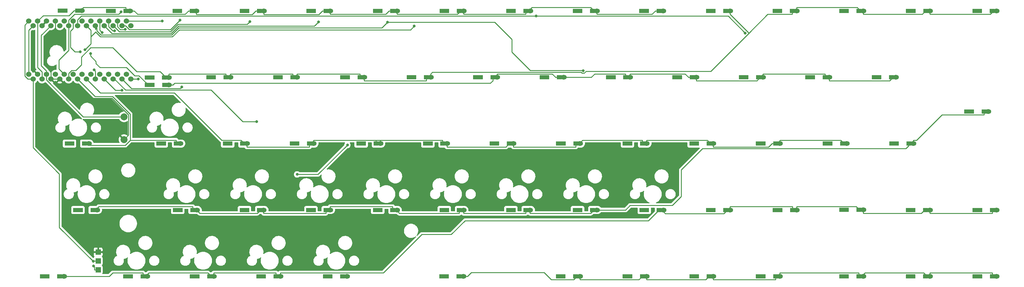
<source format=gtl>
G04 #@! TF.GenerationSoftware,KiCad,Pcbnew,(6.0.5)*
G04 #@! TF.CreationDate,2022-06-06T23:57:28+09:00*
G04 #@! TF.ProjectId,MHKB,4d484b42-2e6b-4696-9361-645f70636258,1.0*
G04 #@! TF.SameCoordinates,Original*
G04 #@! TF.FileFunction,Copper,L1,Top*
G04 #@! TF.FilePolarity,Positive*
%FSLAX46Y46*%
G04 Gerber Fmt 4.6, Leading zero omitted, Abs format (unit mm)*
G04 Created by KiCad (PCBNEW (6.0.5)) date 2022-06-06 23:57:28*
%MOMM*%
%LPD*%
G01*
G04 APERTURE LIST*
G04 #@! TA.AperFunction,SMDPad,CuDef*
%ADD10R,1.400000X1.300000*%
G04 #@! TD*
G04 #@! TA.AperFunction,ComponentPad*
%ADD11R,1.778000X1.300000*%
G04 #@! TD*
G04 #@! TA.AperFunction,ComponentPad*
%ADD12O,1.778000X1.300000*%
G04 #@! TD*
G04 #@! TA.AperFunction,ComponentPad*
%ADD13C,2.000000*%
G04 #@! TD*
G04 #@! TA.AperFunction,SMDPad,CuDef*
%ADD14R,1.524000X1.524000*%
G04 #@! TD*
G04 #@! TA.AperFunction,ComponentPad*
%ADD15C,1.524000*%
G04 #@! TD*
G04 #@! TA.AperFunction,ViaPad*
%ADD16C,0.800000*%
G04 #@! TD*
G04 #@! TA.AperFunction,Conductor*
%ADD17C,0.250000*%
G04 #@! TD*
G04 APERTURE END LIST*
D10*
X44190000Y-44220000D03*
D11*
X42965000Y-44220000D03*
D12*
X48965000Y-44220000D03*
D10*
X47740000Y-44220000D03*
D11*
X56748000Y-44252000D03*
D10*
X57973000Y-44252000D03*
D12*
X62748000Y-44252000D03*
D10*
X61523000Y-44252000D03*
D11*
X75748000Y-44252000D03*
D10*
X76973000Y-44252000D03*
X80523000Y-44252000D03*
D12*
X81748000Y-44252000D03*
D11*
X94980000Y-44310000D03*
D10*
X96205000Y-44310000D03*
X99755000Y-44310000D03*
D12*
X100980000Y-44310000D03*
D11*
X114020000Y-44280000D03*
D10*
X115245000Y-44280000D03*
D12*
X120020000Y-44280000D03*
D10*
X118795000Y-44280000D03*
X134315000Y-44280000D03*
D11*
X133090000Y-44280000D03*
D12*
X139090000Y-44280000D03*
D10*
X137865000Y-44280000D03*
D11*
X152130000Y-44250000D03*
D10*
X153355000Y-44250000D03*
D12*
X158130000Y-44250000D03*
D10*
X156905000Y-44250000D03*
D11*
X171200000Y-44250000D03*
D10*
X172425000Y-44250000D03*
X175975000Y-44250000D03*
D12*
X177200000Y-44250000D03*
D10*
X191465000Y-44250000D03*
D11*
X190240000Y-44250000D03*
D12*
X196240000Y-44250000D03*
D10*
X195015000Y-44250000D03*
X210475000Y-44250000D03*
D11*
X209250000Y-44250000D03*
D12*
X215250000Y-44250000D03*
D10*
X214025000Y-44250000D03*
X229575000Y-44250000D03*
D11*
X228350000Y-44250000D03*
D12*
X234350000Y-44250000D03*
D10*
X233125000Y-44250000D03*
X248615000Y-44250000D03*
D11*
X247390000Y-44250000D03*
D10*
X252165000Y-44250000D03*
D12*
X253390000Y-44250000D03*
D11*
X266460000Y-44250000D03*
D10*
X267685000Y-44250000D03*
D12*
X272460000Y-44250000D03*
D10*
X271235000Y-44250000D03*
X286755000Y-44250000D03*
D11*
X285530000Y-44250000D03*
D10*
X290305000Y-44250000D03*
D12*
X291530000Y-44250000D03*
D11*
X304540000Y-44250000D03*
D10*
X305765000Y-44250000D03*
X309315000Y-44250000D03*
D12*
X310540000Y-44250000D03*
D11*
X67835000Y-63340000D03*
D10*
X69060000Y-63340000D03*
D12*
X73835000Y-63340000D03*
D10*
X72610000Y-63340000D03*
X86655000Y-63252000D03*
D11*
X85430000Y-63252000D03*
D10*
X90205000Y-63252000D03*
D12*
X91430000Y-63252000D03*
D10*
X105765000Y-63252000D03*
D11*
X104540000Y-63252000D03*
D10*
X109315000Y-63252000D03*
D12*
X110540000Y-63252000D03*
D11*
X123748000Y-63252000D03*
D10*
X124973000Y-63252000D03*
X128523000Y-63252000D03*
D12*
X129748000Y-63252000D03*
D11*
X142748000Y-63252000D03*
D10*
X143973000Y-63252000D03*
X147523000Y-63252000D03*
D12*
X148748000Y-63252000D03*
D11*
X161748000Y-63252000D03*
D10*
X162973000Y-63252000D03*
X166523000Y-63252000D03*
D12*
X167748000Y-63252000D03*
D10*
X181973000Y-63252000D03*
D11*
X180748000Y-63252000D03*
D12*
X186748000Y-63252000D03*
D10*
X185523000Y-63252000D03*
D11*
X199748000Y-63252000D03*
D10*
X200973000Y-63252000D03*
D12*
X205748000Y-63252000D03*
D10*
X204523000Y-63252000D03*
D11*
X218748000Y-63252000D03*
D10*
X219973000Y-63252000D03*
X223523000Y-63252000D03*
D12*
X224748000Y-63252000D03*
D11*
X237748000Y-63252000D03*
D10*
X238973000Y-63252000D03*
D12*
X243748000Y-63252000D03*
D10*
X242523000Y-63252000D03*
X257973000Y-63252000D03*
D11*
X256748000Y-63252000D03*
D12*
X262748000Y-63252000D03*
D10*
X261523000Y-63252000D03*
D11*
X275748000Y-63252000D03*
D10*
X276973000Y-63252000D03*
D12*
X281748000Y-63252000D03*
D10*
X280523000Y-63252000D03*
X72395000Y-82230000D03*
D11*
X71170000Y-82230000D03*
D10*
X75945000Y-82230000D03*
D12*
X77170000Y-82230000D03*
D11*
X90180000Y-82230000D03*
D10*
X91405000Y-82230000D03*
X94955000Y-82230000D03*
D12*
X96180000Y-82230000D03*
D10*
X110505000Y-82230000D03*
D11*
X109280000Y-82230000D03*
D10*
X114055000Y-82230000D03*
D12*
X115280000Y-82230000D03*
D11*
X128350000Y-82230000D03*
D10*
X129575000Y-82230000D03*
D12*
X134350000Y-82230000D03*
D10*
X133125000Y-82230000D03*
D11*
X147420000Y-82230000D03*
D10*
X148645000Y-82230000D03*
X152195000Y-82230000D03*
D12*
X153420000Y-82230000D03*
D10*
X167655000Y-82230000D03*
D11*
X166430000Y-82230000D03*
D10*
X171205000Y-82230000D03*
D12*
X172430000Y-82230000D03*
D10*
X186695000Y-82230000D03*
D11*
X185470000Y-82230000D03*
D12*
X191470000Y-82230000D03*
D10*
X190245000Y-82230000D03*
D11*
X204510000Y-82230000D03*
D10*
X205735000Y-82230000D03*
X209285000Y-82230000D03*
D12*
X210510000Y-82230000D03*
D10*
X224805000Y-82230000D03*
D11*
X223580000Y-82230000D03*
D10*
X228355000Y-82230000D03*
D12*
X229580000Y-82230000D03*
D10*
X243845000Y-82230000D03*
D11*
X242620000Y-82230000D03*
D10*
X247395000Y-82230000D03*
D12*
X248620000Y-82230000D03*
D10*
X262973000Y-82252000D03*
D11*
X261748000Y-82252000D03*
D12*
X267748000Y-82252000D03*
D10*
X266523000Y-82252000D03*
X281973000Y-82252000D03*
D11*
X280748000Y-82252000D03*
D12*
X286748000Y-82252000D03*
D10*
X285523000Y-82252000D03*
X77125000Y-101230000D03*
D11*
X75900000Y-101230000D03*
D12*
X81900000Y-101230000D03*
D10*
X80675000Y-101230000D03*
X96195000Y-101230000D03*
D11*
X94970000Y-101230000D03*
D12*
X100970000Y-101230000D03*
D10*
X99745000Y-101230000D03*
X115225000Y-101230000D03*
D11*
X114000000Y-101230000D03*
D12*
X120000000Y-101230000D03*
D10*
X118775000Y-101230000D03*
D11*
X133090000Y-101230000D03*
D10*
X134315000Y-101230000D03*
X137865000Y-101230000D03*
D12*
X139090000Y-101230000D03*
D10*
X153355000Y-101230000D03*
D11*
X152130000Y-101230000D03*
D12*
X158130000Y-101230000D03*
D10*
X156905000Y-101230000D03*
D11*
X171170000Y-101230000D03*
D10*
X172395000Y-101230000D03*
D12*
X177170000Y-101230000D03*
D10*
X175945000Y-101230000D03*
D11*
X190240000Y-101230000D03*
D10*
X191465000Y-101230000D03*
D12*
X196240000Y-101230000D03*
D10*
X195015000Y-101230000D03*
X210535000Y-101230000D03*
D11*
X209310000Y-101230000D03*
D10*
X214085000Y-101230000D03*
D12*
X215310000Y-101230000D03*
D10*
X229575000Y-101270000D03*
D11*
X228350000Y-101270000D03*
D12*
X234350000Y-101270000D03*
D10*
X233125000Y-101270000D03*
X248645000Y-101230000D03*
D11*
X247420000Y-101230000D03*
D12*
X253420000Y-101230000D03*
D10*
X252195000Y-101230000D03*
X267655000Y-101200000D03*
D11*
X266430000Y-101200000D03*
D12*
X272430000Y-101200000D03*
D10*
X271205000Y-101200000D03*
D11*
X285500000Y-101230000D03*
D10*
X286725000Y-101230000D03*
D12*
X291500000Y-101230000D03*
D10*
X290275000Y-101230000D03*
D11*
X304570000Y-101230000D03*
D10*
X305795000Y-101230000D03*
D12*
X310570000Y-101230000D03*
D10*
X309345000Y-101230000D03*
D11*
X37840000Y-120220000D03*
D10*
X39065000Y-120220000D03*
X42615000Y-120220000D03*
D12*
X43840000Y-120220000D03*
D11*
X61680000Y-120220000D03*
D10*
X62905000Y-120220000D03*
X66455000Y-120220000D03*
D12*
X67680000Y-120220000D03*
D11*
X80720000Y-120220000D03*
D10*
X81945000Y-120220000D03*
X85495000Y-120220000D03*
D12*
X86720000Y-120220000D03*
D10*
X100955000Y-120220000D03*
D11*
X99730000Y-120220000D03*
D12*
X105730000Y-120220000D03*
D10*
X104505000Y-120220000D03*
D11*
X118800000Y-120220000D03*
D10*
X120025000Y-120220000D03*
X123575000Y-120220000D03*
D12*
X124800000Y-120220000D03*
D11*
X185430000Y-120190000D03*
D10*
X186655000Y-120190000D03*
D12*
X191430000Y-120190000D03*
D10*
X190205000Y-120190000D03*
X205735000Y-120190000D03*
D11*
X204510000Y-120190000D03*
D12*
X210510000Y-120190000D03*
D10*
X209285000Y-120190000D03*
D11*
X223580000Y-120190000D03*
D10*
X224805000Y-120190000D03*
D12*
X229580000Y-120190000D03*
D10*
X228355000Y-120190000D03*
D11*
X242620000Y-120220000D03*
D10*
X243845000Y-120220000D03*
D12*
X248620000Y-120220000D03*
D10*
X247395000Y-120220000D03*
X267685000Y-120220000D03*
D11*
X266460000Y-120220000D03*
D12*
X272460000Y-120220000D03*
D10*
X271235000Y-120220000D03*
X286725000Y-120220000D03*
D11*
X285500000Y-120220000D03*
D10*
X290275000Y-120220000D03*
D12*
X291500000Y-120220000D03*
D11*
X304600000Y-120220000D03*
D10*
X305825000Y-120220000D03*
X309375000Y-120220000D03*
D12*
X310600000Y-120220000D03*
D11*
X67840000Y-65460000D03*
D10*
X69065000Y-65460000D03*
D12*
X73840000Y-65460000D03*
D10*
X72615000Y-65460000D03*
D11*
X44940000Y-82230000D03*
D10*
X46165000Y-82230000D03*
D12*
X50940000Y-82230000D03*
D10*
X49715000Y-82230000D03*
D11*
X47360000Y-101230000D03*
D10*
X48585000Y-101230000D03*
D12*
X53360000Y-101230000D03*
D10*
X52135000Y-101230000D03*
X153295000Y-120220000D03*
D11*
X152070000Y-120220000D03*
D10*
X156845000Y-120220000D03*
D12*
X158070000Y-120220000D03*
D10*
X303445000Y-73030000D03*
D11*
X302220000Y-73030000D03*
D10*
X306995000Y-73030000D03*
D12*
X308220000Y-73030000D03*
D13*
X61040000Y-74580000D03*
X61040000Y-81080000D03*
D14*
X53650000Y-113260000D03*
X53650000Y-115800000D03*
X53650000Y-118340000D03*
D15*
X33785000Y-62421100D03*
X35055000Y-48507500D03*
X36325000Y-62421100D03*
X37595000Y-48507500D03*
X38865000Y-62421100D03*
X40135000Y-48507500D03*
X42675000Y-48507500D03*
X41405000Y-62421100D03*
X43945000Y-62421100D03*
X45215000Y-48507500D03*
X46485000Y-62421100D03*
X47755000Y-48507500D03*
X50295000Y-48507500D03*
X49025000Y-62421100D03*
X52835000Y-48507500D03*
X51565000Y-62421100D03*
X55375000Y-48507500D03*
X54105000Y-62421100D03*
X56645000Y-62421100D03*
X57915000Y-48507500D03*
X60455000Y-48507500D03*
X59185000Y-62421100D03*
X62995000Y-48507500D03*
X61725000Y-62421100D03*
X61725000Y-47201100D03*
X62995000Y-63747500D03*
X59185000Y-47201100D03*
X60455000Y-63747500D03*
X57915000Y-63747500D03*
X56645000Y-47201100D03*
X54105000Y-47201100D03*
X55375000Y-63747500D03*
X52835000Y-63747500D03*
X51565000Y-47201100D03*
X50295000Y-63747500D03*
X49025000Y-47201100D03*
X46485000Y-47201100D03*
X47755000Y-63747500D03*
X43945000Y-47201100D03*
X45215000Y-63747500D03*
X41405000Y-47201100D03*
X42675000Y-63747500D03*
X40135000Y-63747500D03*
X38865000Y-47201100D03*
X36325000Y-47201100D03*
X37595000Y-63747500D03*
X33785000Y-47201100D03*
X35055000Y-63747500D03*
D16*
X136428900Y-47465100D03*
X192362000Y-61369400D03*
X54769200Y-50454800D03*
X60495400Y-66991600D03*
X52496500Y-61114000D03*
X60191300Y-44538000D03*
X178946200Y-45755000D03*
X238689000Y-50596300D03*
X49880600Y-55399400D03*
X144038500Y-48634000D03*
X116709800Y-47375700D03*
X97081600Y-47318000D03*
X124941700Y-82648800D03*
X110560800Y-91044400D03*
X77023900Y-46942800D03*
X65133500Y-63747500D03*
X71981100Y-47201100D03*
X61417300Y-49503300D03*
X77573300Y-66069800D03*
X55044100Y-113260000D03*
X52260900Y-115934300D03*
X52355900Y-117226000D03*
X51460900Y-56475200D03*
X58375000Y-49953600D03*
X98977500Y-75977400D03*
X48554462Y-55942064D03*
D17*
X45720000Y-54700000D02*
X45720000Y-50020000D01*
X46962064Y-55942064D02*
X45720000Y-54700000D01*
X45720000Y-50020000D02*
X46485000Y-49255000D01*
X46485000Y-49255000D02*
X46485000Y-47201100D01*
X48554462Y-55942064D02*
X46962064Y-55942064D01*
X94467400Y-81254700D02*
X94955000Y-81742300D01*
X88994700Y-81254700D02*
X94467400Y-81254700D01*
X75456900Y-67716900D02*
X88994700Y-81254700D01*
X54264400Y-67716900D02*
X75456900Y-67716900D01*
X50295000Y-63747500D02*
X54264400Y-67716900D01*
X189687200Y-121195400D02*
X190205000Y-120677600D01*
X181177100Y-119130000D02*
X183242500Y-121195400D01*
X160374300Y-119130000D02*
X181177100Y-119130000D01*
X183242500Y-121195400D02*
X189687200Y-121195400D01*
X159284300Y-120220000D02*
X160374300Y-119130000D01*
X158070000Y-120220000D02*
X159284300Y-120220000D01*
X71428700Y-61671000D02*
X72610000Y-62852300D01*
X64687900Y-61671000D02*
X71428700Y-61671000D01*
X57826900Y-54810000D02*
X64687900Y-61671000D01*
X47290000Y-61270000D02*
X48860000Y-59700000D01*
X46062000Y-61270000D02*
X47290000Y-61270000D01*
X51530000Y-54810000D02*
X57826900Y-54810000D01*
X45215000Y-62117000D02*
X46062000Y-61270000D01*
X48860000Y-57480000D02*
X51530000Y-54810000D01*
X45215000Y-63747500D02*
X45215000Y-62117000D01*
X48860000Y-59700000D02*
X48860000Y-57480000D01*
X67458200Y-64972300D02*
X67840000Y-64972300D01*
X54174521Y-60464521D02*
X61731921Y-60464521D01*
X53030000Y-58730000D02*
X53030000Y-59320000D01*
X51460900Y-57160900D02*
X53030000Y-58730000D01*
X64082600Y-62815200D02*
X65301100Y-62815200D01*
X51460900Y-56475200D02*
X51460900Y-57160900D01*
X53030000Y-59320000D02*
X54174521Y-60464521D01*
X61731921Y-60464521D02*
X64082600Y-62815200D01*
X65301100Y-62815200D02*
X67458200Y-64972300D01*
X74880740Y-51628831D02*
X76849571Y-49660000D01*
X54282900Y-51628831D02*
X74880740Y-51628831D01*
X76849571Y-49660000D02*
X143012500Y-49660000D01*
X143012500Y-49660000D02*
X144038500Y-48634000D01*
X52947484Y-50293416D02*
X54282900Y-51628831D01*
X51586500Y-51654400D02*
X52947484Y-50293416D01*
X134774000Y-49120000D02*
X136428900Y-47465100D01*
X54469097Y-51179311D02*
X74694542Y-51179311D01*
X74694542Y-51179311D02*
X76753853Y-49120000D01*
X76753853Y-49120000D02*
X134774000Y-49120000D01*
X53284500Y-49994714D02*
X54469097Y-51179311D01*
X53284500Y-49120000D02*
X53284500Y-49994714D01*
X52835000Y-49569500D02*
X53284500Y-49120000D01*
X52835000Y-48507500D02*
X52835000Y-49569500D01*
X115485500Y-48600000D02*
X116709800Y-47375700D01*
X76638135Y-48600000D02*
X115485500Y-48600000D01*
X57545611Y-50678111D02*
X74560024Y-50678111D01*
X74560024Y-50678111D02*
X76638135Y-48600000D01*
X55375000Y-48507500D02*
X57545611Y-50678111D01*
X96299600Y-48100000D02*
X97081600Y-47318000D01*
X76502417Y-48100000D02*
X96299600Y-48100000D01*
X59707711Y-50227811D02*
X74374606Y-50227811D01*
X57915000Y-48507500D02*
X57987400Y-48507500D01*
X57987400Y-48507500D02*
X59707711Y-50227811D01*
X74374606Y-50227811D02*
X76502417Y-48100000D01*
X38865000Y-61465000D02*
X38865000Y-62421100D01*
X37380000Y-51262500D02*
X37380000Y-59980000D01*
X37380000Y-59980000D02*
X38865000Y-61465000D01*
X40135000Y-48507500D02*
X37380000Y-51262500D01*
X40135000Y-60999400D02*
X40135000Y-63747500D01*
X38370000Y-59234400D02*
X40135000Y-60999400D01*
X38370000Y-52420000D02*
X38370000Y-59234400D01*
X41405000Y-49385000D02*
X38370000Y-52420000D01*
X41405000Y-47201100D02*
X41405000Y-49385000D01*
X36325000Y-60435000D02*
X36325000Y-47201100D01*
X37595000Y-61705000D02*
X36325000Y-60435000D01*
X37595000Y-63747500D02*
X37595000Y-61705000D01*
X45215000Y-55526400D02*
X45215000Y-48507500D01*
X42390000Y-58351400D02*
X45215000Y-55526400D01*
X42390000Y-60866100D02*
X42390000Y-58351400D01*
X43945000Y-62421100D02*
X42390000Y-60866100D01*
X226532400Y-83677600D02*
X284653900Y-83677600D01*
X220420000Y-89790000D02*
X226532400Y-83677600D01*
X220420000Y-97380000D02*
X220420000Y-89790000D01*
X217870000Y-99930000D02*
X220420000Y-97380000D01*
X284653900Y-83677600D02*
X285523000Y-82808500D01*
X205760500Y-99930000D02*
X217870000Y-99930000D01*
X204460500Y-101230000D02*
X205760500Y-99930000D01*
X196240000Y-101230000D02*
X204460500Y-101230000D01*
X158590000Y-104290000D02*
X211025000Y-104290000D01*
X135213300Y-119244700D02*
X146218000Y-108240000D01*
X146218000Y-108240000D02*
X154640000Y-108240000D01*
X105730000Y-119244700D02*
X135213300Y-119244700D01*
X211025000Y-104290000D02*
X214085000Y-101230000D01*
X105730000Y-119732300D02*
X105730000Y-119244700D01*
X154640000Y-108240000D02*
X158590000Y-104290000D01*
X177182700Y-61322700D02*
X192315300Y-61322700D01*
X192315300Y-61322700D02*
X192362000Y-61369400D01*
X171950000Y-52390000D02*
X171950000Y-56090000D01*
X167025100Y-47465100D02*
X171950000Y-52390000D01*
X171950000Y-56090000D02*
X177182700Y-61322700D01*
X136428900Y-47465100D02*
X167025100Y-47465100D01*
X234350000Y-101270000D02*
X234350000Y-100294700D01*
X67680000Y-120220000D02*
X67680000Y-119732300D01*
X66455000Y-120220000D02*
X67480300Y-120220000D01*
X85495000Y-120220000D02*
X85495000Y-119732300D01*
X85505700Y-119743000D02*
X85505700Y-120220000D01*
X85495000Y-119732300D02*
X85505700Y-119743000D01*
X86720000Y-120220000D02*
X85505700Y-120220000D01*
X104505000Y-119244700D02*
X86720000Y-119244700D01*
X86720000Y-120220000D02*
X86720000Y-119244700D01*
X215310000Y-101230000D02*
X215310000Y-101717600D01*
X215110300Y-101517900D02*
X215110300Y-101230000D01*
X215310000Y-101717600D02*
X215110300Y-101517900D01*
X214085000Y-101230000D02*
X215110300Y-101230000D01*
X233125000Y-101270000D02*
X233125000Y-101757600D01*
X234350000Y-101270000D02*
X233135700Y-101270000D01*
X309345000Y-102205300D02*
X291500000Y-102205300D01*
X291500000Y-101230000D02*
X291500000Y-102205300D01*
X309345000Y-101230000D02*
X309345000Y-101717600D01*
X309345000Y-101717600D02*
X309345000Y-102205300D01*
X309355700Y-101706900D02*
X309355700Y-101230000D01*
X309345000Y-101717600D02*
X309355700Y-101706900D01*
X310570000Y-101230000D02*
X309355700Y-101230000D01*
X67480300Y-119932000D02*
X67680000Y-119732300D01*
X67480300Y-120220000D02*
X67480300Y-119932000D01*
X85000300Y-119237600D02*
X85495000Y-119732300D01*
X68174700Y-119237600D02*
X85000300Y-119237600D01*
X67680000Y-119732300D02*
X68174700Y-119237600D01*
X233135700Y-101746900D02*
X233125000Y-101757600D01*
X233135700Y-101270000D02*
X233135700Y-101746900D01*
X215854000Y-102261600D02*
X215310000Y-101717600D01*
X232621000Y-102261600D02*
X215854000Y-102261600D01*
X233125000Y-101757600D02*
X232621000Y-102261600D01*
X234390000Y-100254700D02*
X252195000Y-100254700D01*
X234350000Y-100294700D02*
X234390000Y-100254700D01*
X104505000Y-119732300D02*
X105730000Y-119732300D01*
X105730000Y-120220000D02*
X105730000Y-119732300D01*
X104505000Y-120220000D02*
X104505000Y-119732300D01*
X104505000Y-119732300D02*
X104505000Y-119244700D01*
X252195000Y-101230000D02*
X252195000Y-100742300D01*
X252195000Y-100742300D02*
X252195000Y-100254700D01*
X252205700Y-100753000D02*
X252205700Y-101230000D01*
X252195000Y-100742300D02*
X252205700Y-100753000D01*
X253420000Y-101230000D02*
X252205700Y-101230000D01*
X253450100Y-100224600D02*
X253420000Y-100254700D01*
X270473500Y-100224600D02*
X253450100Y-100224600D01*
X271205000Y-100956100D02*
X270473500Y-100224600D01*
X253420000Y-101230000D02*
X253420000Y-100254700D01*
X271205000Y-101200000D02*
X271205000Y-101078000D01*
X271205000Y-101078000D02*
X271205000Y-100956100D01*
X271215700Y-101088700D02*
X271215700Y-101200000D01*
X271205000Y-101078000D02*
X271215700Y-101088700D01*
X272430000Y-101200000D02*
X271215700Y-101200000D01*
X272460100Y-102205400D02*
X272430000Y-102175300D01*
X289055700Y-102205400D02*
X272460100Y-102205400D01*
X290275000Y-100986100D02*
X289055700Y-102205400D01*
X272430000Y-101200000D02*
X272430000Y-102175300D01*
X290275000Y-101230000D02*
X290275000Y-101108000D01*
X290275000Y-101108000D02*
X290275000Y-100986100D01*
X290285700Y-101118700D02*
X290285700Y-101230000D01*
X290275000Y-101108000D02*
X290285700Y-101118700D01*
X291500000Y-101230000D02*
X290285700Y-101230000D01*
X54105000Y-49790600D02*
X54105000Y-47201100D01*
X54769200Y-50454800D02*
X54105000Y-49790600D01*
X43840000Y-120220000D02*
X42615000Y-120220000D01*
X66455000Y-120220000D02*
X66455000Y-119244700D01*
X56842400Y-120220000D02*
X43840000Y-120220000D01*
X57817700Y-119244700D02*
X56842400Y-120220000D01*
X66455000Y-119244700D02*
X57817700Y-119244700D01*
X58619100Y-66991600D02*
X60495400Y-66991600D01*
X55375000Y-63747500D02*
X58619100Y-66991600D01*
X120000000Y-100254700D02*
X137865000Y-100254700D01*
X120000000Y-101230000D02*
X120000000Y-100254700D01*
X137865000Y-101230000D02*
X137865000Y-100254700D01*
X137865000Y-101230000D02*
X138890300Y-101230000D01*
X139090000Y-101230000D02*
X139090000Y-101473800D01*
X195015000Y-101230000D02*
X195015000Y-101717600D01*
X196240000Y-101230000D02*
X195025700Y-101230000D01*
X286748000Y-82252000D02*
X286748000Y-81276700D01*
X287723300Y-81276700D02*
X286748000Y-81276700D01*
X294994700Y-74005300D02*
X287723300Y-81276700D01*
X306995000Y-74005300D02*
X294994700Y-74005300D01*
X306995000Y-73030000D02*
X306995000Y-73517600D01*
X306995000Y-73517600D02*
X306995000Y-74005300D01*
X307005700Y-73506900D02*
X307005700Y-73030000D01*
X306995000Y-73517600D02*
X307005700Y-73506900D01*
X308220000Y-73030000D02*
X307005700Y-73030000D01*
X99745000Y-101230000D02*
X99745000Y-101605000D01*
X99755700Y-101594300D02*
X99755700Y-101230000D01*
X99745000Y-101605000D02*
X99755700Y-101594300D01*
X100970000Y-101230000D02*
X99755700Y-101230000D01*
X100970000Y-101230000D02*
X100970000Y-102205300D01*
X118775000Y-102205300D02*
X100970000Y-102205300D01*
X118775000Y-101230000D02*
X118775000Y-101605000D01*
X118775000Y-101605000D02*
X118775000Y-102205300D01*
X118785700Y-101594300D02*
X118785700Y-101230000D01*
X118775000Y-101605000D02*
X118785700Y-101594300D01*
X120000000Y-101230000D02*
X118785700Y-101230000D01*
X138890300Y-101274100D02*
X138890300Y-101230000D01*
X139090000Y-101473800D02*
X138890300Y-101274100D01*
X139821500Y-102205300D02*
X139090000Y-101473800D01*
X156905000Y-102205300D02*
X139821500Y-102205300D01*
X158130000Y-102205300D02*
X175945000Y-102205300D01*
X195025700Y-101706900D02*
X195015000Y-101717600D01*
X195025700Y-101230000D02*
X195025700Y-101706900D01*
X194527300Y-102205300D02*
X177170000Y-102205300D01*
X195015000Y-101717600D02*
X194527300Y-102205300D01*
X175945000Y-101717600D02*
X177170000Y-101717600D01*
X177170000Y-101230000D02*
X177170000Y-101717600D01*
X177170000Y-101717600D02*
X177170000Y-102205300D01*
X175945000Y-101230000D02*
X175945000Y-101717600D01*
X175945000Y-101717600D02*
X175945000Y-102205300D01*
X285523000Y-82252000D02*
X285523000Y-82808500D01*
X285533700Y-82797800D02*
X285533700Y-82252000D01*
X285523000Y-82808500D02*
X285533700Y-82797800D01*
X286748000Y-82252000D02*
X285533700Y-82252000D01*
X156905000Y-101717600D02*
X158130000Y-101717600D01*
X158130000Y-101230000D02*
X158130000Y-101717600D01*
X158130000Y-101717600D02*
X158130000Y-102205300D01*
X156905000Y-101230000D02*
X156905000Y-101717600D01*
X156905000Y-101717600D02*
X156905000Y-102205300D01*
X81900000Y-101230000D02*
X81900000Y-101351900D01*
X81187700Y-101230000D02*
X81700300Y-101230000D01*
X81187700Y-101230000D02*
X80675000Y-101230000D01*
X81822200Y-101351900D02*
X81900000Y-101351900D01*
X81700300Y-101230000D02*
X81822200Y-101351900D01*
X99144600Y-102205400D02*
X99745000Y-101605000D01*
X82753500Y-102205400D02*
X99144600Y-102205400D01*
X81900000Y-101351900D02*
X82753500Y-102205400D01*
X53360000Y-101230000D02*
X53360000Y-100742300D01*
X52135000Y-101230000D02*
X53160300Y-101230000D01*
X53160300Y-100942000D02*
X53360000Y-100742300D01*
X53160300Y-101230000D02*
X53160300Y-100942000D01*
X80675000Y-101230000D02*
X80675000Y-100254700D01*
X52835000Y-61452500D02*
X52835000Y-63747500D01*
X52496500Y-61114000D02*
X52835000Y-61452500D01*
X53847600Y-100254700D02*
X80675000Y-100254700D01*
X53360000Y-100742300D02*
X53847600Y-100254700D01*
X33785000Y-49777500D02*
X33785000Y-62421100D01*
X35055000Y-48507500D02*
X33785000Y-49777500D01*
X49414100Y-74580000D02*
X61040000Y-74580000D01*
X38865000Y-64030900D02*
X49414100Y-74580000D01*
X38865000Y-62421100D02*
X38865000Y-64030900D01*
X59502000Y-45227300D02*
X60191300Y-44538000D01*
X46905200Y-45227300D02*
X59502000Y-45227300D01*
X45215000Y-46917500D02*
X46905200Y-45227300D01*
X45215000Y-48507500D02*
X45215000Y-46917500D01*
X48851500Y-45755000D02*
X178946200Y-45755000D01*
X47755000Y-46851500D02*
X48851500Y-45755000D01*
X47755000Y-48507500D02*
X47755000Y-46851500D01*
X233847700Y-45755000D02*
X238689000Y-50596300D01*
X178946200Y-45755000D02*
X233847700Y-45755000D01*
X51586500Y-53693500D02*
X51586500Y-51654400D01*
X49880600Y-55399400D02*
X51586500Y-53693500D01*
X51586500Y-49799000D02*
X50295000Y-48507500D01*
X51586500Y-51654400D02*
X51586500Y-49799000D01*
X116546100Y-91044400D02*
X110560800Y-91044400D01*
X124941700Y-82648800D02*
X116546100Y-91044400D01*
X61452200Y-48507500D02*
X60455000Y-48507500D01*
X62568300Y-49623600D02*
X61452200Y-48507500D01*
X74343100Y-49623600D02*
X62568300Y-49623600D01*
X77023900Y-46942800D02*
X74343100Y-49623600D01*
X62995000Y-63747500D02*
X65133500Y-63747500D01*
X61725000Y-47201100D02*
X71981100Y-47201100D01*
X77166800Y-66476300D02*
X77573300Y-66069800D01*
X63183800Y-66476300D02*
X77166800Y-66476300D01*
X60455000Y-63747500D02*
X63183800Y-66476300D01*
X61316500Y-49604100D02*
X61417300Y-49503300D01*
X59981600Y-49604100D02*
X61316500Y-49604100D01*
X59185000Y-48807500D02*
X59981600Y-49604100D01*
X59185000Y-47201100D02*
X59185000Y-48807500D01*
X53650000Y-113260000D02*
X54737300Y-113260000D01*
X54737300Y-113260000D02*
X55044100Y-113260000D01*
X40135000Y-63747500D02*
X42675000Y-63747500D01*
X48152700Y-69225200D02*
X42675000Y-63747500D01*
X57603600Y-69225200D02*
X48152700Y-69225200D01*
X62368000Y-73989600D02*
X57603600Y-69225200D01*
X62368000Y-79752000D02*
X62368000Y-73989600D01*
X61040000Y-81080000D02*
X62368000Y-79752000D01*
X52395200Y-115800000D02*
X52260900Y-115934300D01*
X53650000Y-115800000D02*
X52395200Y-115800000D01*
X32680800Y-48305300D02*
X33785000Y-47201100D01*
X32680800Y-62867400D02*
X32680800Y-48305300D01*
X33560900Y-63747500D02*
X32680800Y-62867400D01*
X35055000Y-63747500D02*
X33560900Y-63747500D01*
X42553500Y-106226900D02*
X52260900Y-115934300D01*
X42553500Y-90933100D02*
X42553500Y-106226900D01*
X35055000Y-83434600D02*
X42553500Y-90933100D01*
X35055000Y-63747500D02*
X35055000Y-83434600D01*
X53650000Y-118340000D02*
X52562700Y-118340000D01*
X52562700Y-117432800D02*
X52562700Y-118340000D01*
X52355900Y-117226000D02*
X52562700Y-117432800D01*
X303445000Y-73030000D02*
X302220000Y-73030000D01*
X153295000Y-120220000D02*
X152070000Y-120220000D01*
X48585000Y-101230000D02*
X47360000Y-101230000D01*
X46165000Y-82230000D02*
X44940000Y-82230000D01*
X67840000Y-65460000D02*
X67840000Y-64972300D01*
X68039700Y-65172000D02*
X68039700Y-65460000D01*
X67840000Y-64972300D02*
X68039700Y-65172000D01*
X69065000Y-65460000D02*
X68039700Y-65460000D01*
X305825000Y-120220000D02*
X304600000Y-120220000D01*
X286725000Y-120220000D02*
X285500000Y-120220000D01*
X267685000Y-120220000D02*
X266460000Y-120220000D01*
X243845000Y-120220000D02*
X242620000Y-120220000D01*
X224805000Y-120190000D02*
X223580000Y-120190000D01*
X205735000Y-120190000D02*
X204510000Y-120190000D01*
X186655000Y-120190000D02*
X185430000Y-120190000D01*
X272460000Y-120220000D02*
X272460000Y-119732700D01*
X271235000Y-120220000D02*
X272260300Y-120220000D01*
X290275000Y-120220000D02*
X290275000Y-119732300D01*
X290285700Y-119743000D02*
X290285700Y-120220000D01*
X290275000Y-119732300D02*
X290285700Y-119743000D01*
X291500000Y-120220000D02*
X290285700Y-120220000D01*
X309375000Y-119244700D02*
X291500000Y-119244700D01*
X291500000Y-120220000D02*
X291500000Y-119244700D01*
X309375000Y-120220000D02*
X309375000Y-119732300D01*
X309375000Y-119732300D02*
X309375000Y-119244700D01*
X309385700Y-119743000D02*
X309385700Y-120220000D01*
X309375000Y-119732300D02*
X309385700Y-119743000D01*
X310600000Y-120220000D02*
X309385700Y-120220000D01*
X124800000Y-120220000D02*
X123575000Y-120220000D01*
X208320400Y-121165300D02*
X209295700Y-120190000D01*
X191430000Y-121165300D02*
X208320400Y-121165300D01*
X210510000Y-120190000D02*
X209295700Y-120190000D01*
X209285000Y-120190000D02*
X209295700Y-120190000D01*
X210510000Y-120190000D02*
X210510000Y-121165300D01*
X272260300Y-119932400D02*
X272460000Y-119732700D01*
X272260300Y-120220000D02*
X272260300Y-119932400D01*
X289783200Y-119240500D02*
X290275000Y-119732300D01*
X272952200Y-119240500D02*
X289783200Y-119240500D01*
X272460000Y-119732700D02*
X272952200Y-119240500D01*
X191430000Y-120677600D02*
X190205000Y-120677600D01*
X190205000Y-120190000D02*
X190205000Y-120677600D01*
X191430000Y-120190000D02*
X191430000Y-120677600D01*
X191430000Y-120677600D02*
X191430000Y-121165300D01*
X271235000Y-120220000D02*
X271235000Y-119244700D01*
X248620000Y-119244700D02*
X271235000Y-119244700D01*
X248620000Y-120220000D02*
X247405700Y-120220000D01*
X248620000Y-120220000D02*
X248620000Y-119244700D01*
X228355000Y-120190000D02*
X228360400Y-120190000D01*
X228360400Y-120190000D02*
X229580000Y-120190000D01*
X227385100Y-121165300D02*
X228360400Y-120190000D01*
X210510000Y-121165300D02*
X227385100Y-121165300D01*
X229580000Y-120190000D02*
X229580000Y-121165300D01*
X247395000Y-120220000D02*
X247405700Y-120220000D01*
X229610000Y-121195300D02*
X229580000Y-121165300D01*
X247395000Y-121195300D02*
X229610000Y-121195300D01*
X247395000Y-120220000D02*
X247395000Y-121195300D01*
X156845000Y-120220000D02*
X158070000Y-120220000D01*
X57812000Y-49953600D02*
X58375000Y-49953600D01*
X56645000Y-48786600D02*
X57812000Y-49953600D01*
X56645000Y-47201100D02*
X56645000Y-48786600D01*
X58277100Y-63747500D02*
X57915000Y-63747500D01*
X61456300Y-66926700D02*
X58277100Y-63747500D01*
X85977400Y-66926700D02*
X61456300Y-66926700D01*
X95028100Y-75977400D02*
X85977400Y-66926700D01*
X98977500Y-75977400D02*
X95028100Y-75977400D01*
X120025000Y-120220000D02*
X118800000Y-120220000D01*
X100955000Y-120220000D02*
X99730000Y-120220000D01*
X81945000Y-120220000D02*
X80720000Y-120220000D01*
X61680000Y-120220000D02*
X62905000Y-120220000D01*
X39065000Y-120220000D02*
X37840000Y-120220000D01*
X305795000Y-101230000D02*
X304570000Y-101230000D01*
X286725000Y-101230000D02*
X285500000Y-101230000D01*
X267655000Y-101200000D02*
X266430000Y-101200000D01*
X248645000Y-101230000D02*
X247420000Y-101230000D01*
X229575000Y-101270000D02*
X228350000Y-101270000D01*
X210535000Y-101230000D02*
X209310000Y-101230000D01*
X191465000Y-101230000D02*
X190240000Y-101230000D01*
X172395000Y-101230000D02*
X171170000Y-101230000D01*
X153355000Y-101230000D02*
X152130000Y-101230000D01*
X134315000Y-101230000D02*
X133090000Y-101230000D01*
X115225000Y-101230000D02*
X114000000Y-101230000D01*
X96195000Y-101230000D02*
X94970000Y-101230000D01*
X77125000Y-101230000D02*
X75900000Y-101230000D01*
X281973000Y-82252000D02*
X280748000Y-82252000D01*
X262973000Y-82252000D02*
X261748000Y-82252000D01*
X243845000Y-82230000D02*
X242620000Y-82230000D01*
X224805000Y-82230000D02*
X223580000Y-82230000D01*
X205735000Y-82230000D02*
X204510000Y-82230000D01*
X186695000Y-82230000D02*
X185470000Y-82230000D01*
X167655000Y-82230000D02*
X166430000Y-82230000D01*
X148645000Y-82230000D02*
X147420000Y-82230000D01*
X129575000Y-82230000D02*
X128350000Y-82230000D01*
X110505000Y-82230000D02*
X109280000Y-82230000D01*
X114055000Y-83205300D02*
X96180000Y-83205300D01*
X96180000Y-82230000D02*
X96180000Y-83205300D01*
X115280000Y-82230000D02*
X115280000Y-81254700D01*
X94955000Y-82230000D02*
X94955000Y-81742300D01*
X94965700Y-81753000D02*
X94965700Y-82230000D01*
X94955000Y-81742300D02*
X94965700Y-81753000D01*
X96180000Y-82230000D02*
X94965700Y-82230000D01*
X114055000Y-82230000D02*
X114055000Y-82717600D01*
X114055000Y-82717600D02*
X114055000Y-83205300D01*
X114065700Y-82706900D02*
X114065700Y-82230000D01*
X114055000Y-82717600D02*
X114065700Y-82706900D01*
X115280000Y-82230000D02*
X114065700Y-82230000D01*
X152195000Y-82230000D02*
X153220300Y-82230000D01*
X153420000Y-82230000D02*
X153220300Y-82230000D01*
X152195000Y-82230000D02*
X152195000Y-81254700D01*
X153420000Y-82230000D02*
X153420000Y-83205300D01*
X170240400Y-83205300D02*
X171215700Y-82230000D01*
X153420000Y-83205300D02*
X170240400Y-83205300D01*
X171205000Y-82230000D02*
X171215700Y-82230000D01*
X191470000Y-82230000D02*
X191470000Y-81986100D01*
X190245000Y-82230000D02*
X191270300Y-82230000D01*
X171822900Y-82230000D02*
X171215700Y-82230000D01*
X171822900Y-82230000D02*
X172430000Y-82230000D01*
X172430000Y-83205300D02*
X190245000Y-83205300D01*
X172430000Y-82230000D02*
X172430000Y-83205300D01*
X190245000Y-82230000D02*
X190245000Y-83205300D01*
X266523000Y-82252000D02*
X266523000Y-81764300D01*
X266533700Y-81775000D02*
X266533700Y-82252000D01*
X266523000Y-81764300D02*
X266533700Y-81775000D01*
X267748000Y-82252000D02*
X266533700Y-82252000D01*
X133125000Y-82230000D02*
X133125000Y-81254700D01*
X152195000Y-81254700D02*
X134350000Y-81254700D01*
X134350000Y-82230000D02*
X134350000Y-81254700D01*
X134350000Y-81254700D02*
X133125000Y-81254700D01*
X133125000Y-81254700D02*
X115280000Y-81254700D01*
X191270300Y-82185800D02*
X191470000Y-81986100D01*
X191270300Y-82230000D02*
X191270300Y-82185800D01*
X192201400Y-81254700D02*
X209285000Y-81254700D01*
X191470000Y-81986100D02*
X192201400Y-81254700D01*
X227867400Y-81254700D02*
X210510000Y-81254700D01*
X228355000Y-81742300D02*
X227867400Y-81254700D01*
X210510000Y-81742300D02*
X209285000Y-81742300D01*
X210510000Y-82230000D02*
X210510000Y-81742300D01*
X210510000Y-81742300D02*
X210510000Y-81254700D01*
X209285000Y-82230000D02*
X209285000Y-81742300D01*
X209285000Y-81742300D02*
X209285000Y-81254700D01*
X228355000Y-82230000D02*
X228355000Y-81986100D01*
X228355000Y-81986100D02*
X228355000Y-81742300D01*
X228365700Y-81996800D02*
X228365700Y-82230000D01*
X228355000Y-81986100D02*
X228365700Y-81996800D01*
X229580000Y-82230000D02*
X228365700Y-82230000D01*
X247907700Y-82230000D02*
X248420300Y-82230000D01*
X247907700Y-82230000D02*
X247395000Y-82230000D01*
X245394400Y-83205300D02*
X229580000Y-83205300D01*
X246369700Y-82230000D02*
X245394400Y-83205300D01*
X247395000Y-82230000D02*
X246369700Y-82230000D01*
X229580000Y-82230000D02*
X229580000Y-83205300D01*
X248420300Y-82230000D02*
X248620000Y-82230000D01*
X266013400Y-81254700D02*
X266523000Y-81764300D01*
X248620000Y-81254700D02*
X266013400Y-81254700D01*
X248620000Y-82230000D02*
X248620000Y-81254700D01*
X91405000Y-82230000D02*
X90180000Y-82230000D01*
X72395000Y-82230000D02*
X71170000Y-82230000D01*
X276973000Y-63252000D02*
X275748000Y-63252000D01*
X257973000Y-63252000D02*
X256748000Y-63252000D01*
X238973000Y-63252000D02*
X237748000Y-63252000D01*
X219973000Y-63252000D02*
X218748000Y-63252000D01*
X200973000Y-63252000D02*
X199748000Y-63252000D01*
X181973000Y-63252000D02*
X180748000Y-63252000D01*
X162973000Y-63252000D02*
X161748000Y-63252000D01*
X143973000Y-63252000D02*
X142748000Y-63252000D01*
X124973000Y-63252000D02*
X123748000Y-63252000D01*
X105765000Y-63252000D02*
X104540000Y-63252000D01*
X86655000Y-63252000D02*
X85430000Y-63252000D01*
X69060000Y-63340000D02*
X67835000Y-63340000D01*
X50940000Y-82230000D02*
X50940000Y-82717600D01*
X49715000Y-82230000D02*
X50740300Y-82230000D01*
X50740300Y-82517900D02*
X50740300Y-82230000D01*
X50940000Y-82717600D02*
X50740300Y-82517900D01*
X183522400Y-62276700D02*
X167748000Y-62276700D01*
X184497700Y-63252000D02*
X183522400Y-62276700D01*
X185523000Y-63252000D02*
X184497700Y-63252000D01*
X167748000Y-63252000D02*
X167748000Y-62764300D01*
X167748000Y-62764300D02*
X167748000Y-62276700D01*
X167548300Y-62964000D02*
X167548300Y-63252000D01*
X167748000Y-62764300D02*
X167548300Y-62964000D01*
X166523000Y-63252000D02*
X167548300Y-63252000D01*
X280523000Y-63252000D02*
X280523000Y-63739600D01*
X280533700Y-63728900D02*
X280533700Y-63252000D01*
X280523000Y-63739600D02*
X280533700Y-63728900D01*
X281748000Y-63252000D02*
X280533700Y-63252000D01*
X280035300Y-64227300D02*
X280523000Y-63739600D01*
X262748000Y-64227300D02*
X280035300Y-64227300D01*
X262748000Y-63252000D02*
X262748000Y-64227300D01*
X243748000Y-62276700D02*
X261523000Y-62276700D01*
X243748000Y-63252000D02*
X243748000Y-62276700D01*
X261523000Y-63252000D02*
X261523000Y-62764300D01*
X261523000Y-62764300D02*
X261523000Y-62276700D01*
X261533700Y-62775000D02*
X261533700Y-63252000D01*
X261523000Y-62764300D02*
X261533700Y-62775000D01*
X262748000Y-63252000D02*
X261533700Y-63252000D01*
X242523000Y-63252000D02*
X242523000Y-63739600D01*
X242533700Y-63728900D02*
X242533700Y-63252000D01*
X242523000Y-63739600D02*
X242533700Y-63728900D01*
X243748000Y-63252000D02*
X242533700Y-63252000D01*
X223523000Y-63252000D02*
X222497700Y-63252000D01*
X224748000Y-63252000D02*
X223523000Y-63252000D01*
X242035300Y-64227300D02*
X242523000Y-63739600D01*
X224748000Y-64227300D02*
X242035300Y-64227300D01*
X224748000Y-63252000D02*
X224748000Y-64227300D01*
X204523000Y-63252000D02*
X205548300Y-63252000D01*
X205748000Y-63252000D02*
X205548300Y-63252000D01*
X205748000Y-63252000D02*
X205748000Y-62276700D01*
X221522400Y-62276700D02*
X222497700Y-63252000D01*
X205748000Y-62276700D02*
X221522400Y-62276700D01*
X166523000Y-63252000D02*
X166523000Y-64227300D01*
X72615000Y-65460000D02*
X73840000Y-65460000D01*
X165778300Y-64972000D02*
X166523000Y-64227300D01*
X75542300Y-64972000D02*
X165778300Y-64972000D01*
X75054300Y-65460000D02*
X75542300Y-64972000D01*
X73840000Y-65460000D02*
X75054300Y-65460000D01*
X185523000Y-63252000D02*
X186748000Y-63252000D01*
X195666100Y-62276700D02*
X204523000Y-62276700D01*
X194690800Y-63252000D02*
X195666100Y-62276700D01*
X186748000Y-63252000D02*
X194690800Y-63252000D01*
X204523000Y-63252000D02*
X204523000Y-62276700D01*
X62820900Y-81254700D02*
X75945000Y-81254700D01*
X61358000Y-82717600D02*
X62820900Y-81254700D01*
X50940000Y-82717600D02*
X61358000Y-82717600D01*
X52727800Y-68720300D02*
X47755000Y-63747500D01*
X57735600Y-68720300D02*
X52727800Y-68720300D01*
X62820900Y-73805600D02*
X57735600Y-68720300D01*
X62820900Y-81254700D02*
X62820900Y-73805600D01*
X75945000Y-82230000D02*
X75945000Y-81742300D01*
X75945000Y-81742300D02*
X75945000Y-81254700D01*
X75955700Y-81753000D02*
X75955700Y-82230000D01*
X75945000Y-81742300D02*
X75955700Y-81753000D01*
X77170000Y-82230000D02*
X75955700Y-82230000D01*
X305765000Y-44250000D02*
X304540000Y-44250000D01*
X286755000Y-44250000D02*
X285530000Y-44250000D01*
X267685000Y-44250000D02*
X266460000Y-44250000D01*
X248615000Y-44250000D02*
X247390000Y-44250000D01*
X73923000Y-62276700D02*
X90205000Y-62276700D01*
X73835000Y-62364700D02*
X73923000Y-62276700D01*
X91430000Y-62276700D02*
X109315000Y-62276700D01*
X147523000Y-64227300D02*
X129748000Y-64227300D01*
X129748000Y-63252000D02*
X129748000Y-64227300D01*
X309315000Y-44250000D02*
X309315000Y-44737600D01*
X310540000Y-44250000D02*
X309325700Y-44250000D01*
X72610000Y-62852300D02*
X73835000Y-62852300D01*
X73835000Y-63340000D02*
X73835000Y-62852300D01*
X73835000Y-62852300D02*
X73835000Y-62364700D01*
X72610000Y-63340000D02*
X72610000Y-62852300D01*
X90205000Y-63252000D02*
X90205000Y-62764300D01*
X90205000Y-62764300D02*
X90205000Y-62276700D01*
X90215700Y-62775000D02*
X90215700Y-63252000D01*
X90205000Y-62764300D02*
X90215700Y-62775000D01*
X91430000Y-63252000D02*
X90215700Y-63252000D01*
X91430000Y-63252000D02*
X91430000Y-62276700D01*
X109315000Y-63252000D02*
X109315000Y-62764300D01*
X109315000Y-62764300D02*
X109315000Y-62276700D01*
X109325700Y-62775000D02*
X109325700Y-63252000D01*
X109315000Y-62764300D02*
X109325700Y-62775000D01*
X110540000Y-63252000D02*
X109325700Y-63252000D01*
X128523000Y-62276700D02*
X110540000Y-62276700D01*
X110540000Y-63252000D02*
X110540000Y-62276700D01*
X128523000Y-63252000D02*
X128523000Y-62764300D01*
X128523000Y-62764300D02*
X128523000Y-62276700D01*
X128533700Y-62775000D02*
X128533700Y-63252000D01*
X128523000Y-62764300D02*
X128533700Y-62775000D01*
X129748000Y-63252000D02*
X128533700Y-63252000D01*
X270747400Y-43274700D02*
X253390000Y-43274700D01*
X271235000Y-43762300D02*
X270747400Y-43274700D01*
X148748000Y-63252000D02*
X148748000Y-62276700D01*
X252165000Y-44250000D02*
X252165000Y-45225300D01*
X253390000Y-44250000D02*
X253390000Y-43762300D01*
X253390000Y-43762300D02*
X253390000Y-43274700D01*
X253190300Y-43962000D02*
X253190300Y-44250000D01*
X253390000Y-43762300D02*
X253190300Y-43962000D01*
X252165000Y-44250000D02*
X253190300Y-44250000D01*
X271235000Y-44250000D02*
X271235000Y-44006100D01*
X271235000Y-44006100D02*
X271235000Y-43762300D01*
X271245700Y-44016800D02*
X271245700Y-44250000D01*
X271235000Y-44006100D02*
X271245700Y-44016800D01*
X272460000Y-44250000D02*
X271245700Y-44250000D01*
X272460000Y-44250000D02*
X272460000Y-45225300D01*
X289340400Y-45225300D02*
X290315700Y-44250000D01*
X272460000Y-45225300D02*
X289340400Y-45225300D01*
X291530000Y-44250000D02*
X290315700Y-44250000D01*
X290305000Y-44250000D02*
X290315700Y-44250000D01*
X309325700Y-44726900D02*
X309315000Y-44737600D01*
X309325700Y-44250000D02*
X309325700Y-44726900D01*
X308827300Y-45225300D02*
X291530000Y-45225300D01*
X309315000Y-44737600D02*
X308827300Y-45225300D01*
X291530000Y-44250000D02*
X291530000Y-45225300D01*
X147523000Y-63252000D02*
X147523000Y-63739600D01*
X147523000Y-63739600D02*
X147523000Y-64227300D01*
X147533700Y-63728900D02*
X147533700Y-63252000D01*
X147523000Y-63739600D02*
X147533700Y-63728900D01*
X148748000Y-63252000D02*
X147533700Y-63252000D01*
X239749800Y-50625000D02*
X234350000Y-45225300D01*
X228860300Y-61514500D02*
X239749800Y-50625000D01*
X193242700Y-61514500D02*
X228860300Y-61514500D01*
X192662500Y-62094700D02*
X193242700Y-61514500D01*
X192061600Y-62094700D02*
X192662500Y-62094700D01*
X191766700Y-61799800D02*
X192061600Y-62094700D01*
X149224900Y-61799800D02*
X191766700Y-61799800D01*
X148748000Y-62276700D02*
X149224900Y-61799800D01*
X245149500Y-45225300D02*
X252165000Y-45225300D01*
X239749800Y-50625000D02*
X245149500Y-45225300D01*
X234350000Y-44250000D02*
X234350000Y-44737600D01*
X234350000Y-44737600D02*
X234350000Y-45225300D01*
X234150300Y-44537900D02*
X234150300Y-44250000D01*
X234350000Y-44737600D02*
X234150300Y-44537900D01*
X233125000Y-44250000D02*
X234150300Y-44250000D01*
X229575000Y-44250000D02*
X228350000Y-44250000D01*
X210475000Y-44250000D02*
X209250000Y-44250000D01*
X191465000Y-44250000D02*
X190240000Y-44250000D01*
X172425000Y-44250000D02*
X171200000Y-44250000D01*
X152130000Y-44250000D02*
X153355000Y-44250000D01*
X133090000Y-44280000D02*
X134315000Y-44280000D01*
X114020000Y-44280000D02*
X115245000Y-44280000D01*
X94980000Y-44310000D02*
X96205000Y-44310000D01*
X75748000Y-44252000D02*
X76973000Y-44252000D01*
X56748000Y-44252000D02*
X57973000Y-44252000D01*
X215250000Y-44250000D02*
X214025000Y-44250000D01*
X212024400Y-45225300D02*
X196240000Y-45225300D01*
X212999700Y-44250000D02*
X212024400Y-45225300D01*
X214025000Y-44250000D02*
X212999700Y-44250000D01*
X135864400Y-45255300D02*
X120020000Y-45255300D01*
X136839700Y-44280000D02*
X135864400Y-45255300D01*
X137865000Y-44280000D02*
X136839700Y-44280000D01*
X120020000Y-44280000D02*
X118795000Y-44280000D01*
X118795000Y-44280000D02*
X117769700Y-44280000D01*
X120020000Y-44280000D02*
X120020000Y-45255300D01*
X116764400Y-45285300D02*
X100980000Y-45285300D01*
X117769700Y-44280000D02*
X116764400Y-45285300D01*
X100980000Y-44310000D02*
X99755000Y-44310000D01*
X99755000Y-44310000D02*
X98729700Y-44310000D01*
X100980000Y-44310000D02*
X100980000Y-45285300D01*
X81825400Y-45304700D02*
X81748000Y-45227300D01*
X97735000Y-45304700D02*
X81825400Y-45304700D01*
X98729700Y-44310000D02*
X97735000Y-45304700D01*
X81748000Y-44252000D02*
X80523000Y-44252000D01*
X80523000Y-44252000D02*
X79497700Y-44252000D01*
X81748000Y-44252000D02*
X81748000Y-45227300D01*
X48965000Y-44220000D02*
X48965000Y-43732300D01*
X48252700Y-44220000D02*
X48765300Y-44220000D01*
X48252700Y-44220000D02*
X47740000Y-44220000D01*
X37920600Y-45605500D02*
X36325000Y-47201100D01*
X45329200Y-45605500D02*
X37920600Y-45605500D01*
X46714700Y-44220000D02*
X45329200Y-45605500D01*
X47740000Y-44220000D02*
X46714700Y-44220000D01*
X48765300Y-43932000D02*
X48965000Y-43732300D01*
X48765300Y-44220000D02*
X48765300Y-43932000D01*
X49420600Y-43276700D02*
X61523000Y-43276700D01*
X48965000Y-43732300D02*
X49420600Y-43276700D01*
X61523000Y-44252000D02*
X61523000Y-43764300D01*
X61523000Y-43764300D02*
X61523000Y-43276700D01*
X61533700Y-43775000D02*
X61533700Y-44252000D01*
X61523000Y-43764300D02*
X61533700Y-43775000D01*
X62748000Y-44252000D02*
X61533700Y-44252000D01*
X195015000Y-44250000D02*
X195015000Y-43762300D01*
X195025700Y-43773000D02*
X195025700Y-44250000D01*
X195015000Y-43762300D02*
X195025700Y-43773000D01*
X196240000Y-44250000D02*
X195025700Y-44250000D01*
X196240000Y-44250000D02*
X196240000Y-45225300D01*
X194504100Y-43251400D02*
X195015000Y-43762300D01*
X177756400Y-43251400D02*
X194504100Y-43251400D01*
X177200000Y-43807800D02*
X177756400Y-43251400D01*
X158130000Y-45225300D02*
X175975000Y-45225300D01*
X175975000Y-44250000D02*
X175975000Y-45225300D01*
X177200000Y-44250000D02*
X177200000Y-44028900D01*
X177200000Y-44028900D02*
X177200000Y-43807800D01*
X177000300Y-44228600D02*
X177000300Y-44250000D01*
X177200000Y-44028900D02*
X177000300Y-44228600D01*
X175975000Y-44250000D02*
X177000300Y-44250000D01*
X156905000Y-44250000D02*
X156905000Y-44737600D01*
X156915700Y-44726900D02*
X156915700Y-44250000D01*
X156905000Y-44737600D02*
X156915700Y-44726900D01*
X158130000Y-44250000D02*
X156915700Y-44250000D01*
X158130000Y-44250000D02*
X158130000Y-45225300D01*
X137865000Y-44280000D02*
X139090000Y-44280000D01*
X156387300Y-45255300D02*
X156905000Y-44737600D01*
X139090000Y-45255300D02*
X156387300Y-45255300D01*
X139090000Y-44280000D02*
X139090000Y-45255300D01*
X64938000Y-45227700D02*
X63962300Y-44252000D01*
X78522000Y-45227700D02*
X64938000Y-45227700D01*
X79497700Y-44252000D02*
X78522000Y-45227700D01*
X62748000Y-44252000D02*
X63962300Y-44252000D01*
X44190000Y-44220000D02*
X42965000Y-44220000D01*
G04 #@! TA.AperFunction,Conductor*
G36*
X36393960Y-64222923D02*
G01*
X36439195Y-64275127D01*
X36488186Y-64380189D01*
X36488189Y-64380194D01*
X36490512Y-64385176D01*
X36493668Y-64389683D01*
X36493669Y-64389685D01*
X36610200Y-64556108D01*
X36618023Y-64567281D01*
X36775219Y-64724477D01*
X36779727Y-64727634D01*
X36779730Y-64727636D01*
X36827922Y-64761380D01*
X36957323Y-64851988D01*
X36962305Y-64854311D01*
X36962310Y-64854314D01*
X37152810Y-64943145D01*
X37158804Y-64945940D01*
X37164112Y-64947362D01*
X37164114Y-64947363D01*
X37229279Y-64964824D01*
X37373537Y-65003478D01*
X37595000Y-65022853D01*
X37816463Y-65003478D01*
X37960721Y-64964824D01*
X38025886Y-64947363D01*
X38025888Y-64947362D01*
X38031196Y-64945940D01*
X38037190Y-64943145D01*
X38227690Y-64854314D01*
X38227695Y-64854311D01*
X38232677Y-64851988D01*
X38362078Y-64761380D01*
X38410270Y-64727636D01*
X38410273Y-64727634D01*
X38414781Y-64724477D01*
X38449632Y-64689626D01*
X38511944Y-64655600D01*
X38582759Y-64660665D01*
X38627822Y-64689626D01*
X48910443Y-74972247D01*
X48917987Y-74980537D01*
X48922100Y-74987018D01*
X48927877Y-74992443D01*
X48971767Y-75033658D01*
X48974609Y-75036413D01*
X48985213Y-75047017D01*
X49019239Y-75109329D01*
X49014174Y-75180144D01*
X48971627Y-75236980D01*
X48905107Y-75261791D01*
X48857182Y-75255945D01*
X48827883Y-75246425D01*
X48589531Y-75168980D01*
X48273299Y-75108655D01*
X48032412Y-75093500D01*
X47871588Y-75093500D01*
X47630701Y-75108655D01*
X47314469Y-75168980D01*
X47141296Y-75225247D01*
X47012908Y-75266963D01*
X47008291Y-75268463D01*
X47004705Y-75270150D01*
X47004701Y-75270152D01*
X46720582Y-75403848D01*
X46720575Y-75403852D01*
X46716996Y-75405536D01*
X46445178Y-75578037D01*
X46300282Y-75697905D01*
X46235047Y-75725914D01*
X46165022Y-75714207D01*
X46112443Y-75666500D01*
X46094002Y-75597941D01*
X46097712Y-75570337D01*
X46123753Y-75465893D01*
X46123754Y-75465888D01*
X46124817Y-75461624D01*
X46130890Y-75403848D01*
X46153719Y-75186636D01*
X46153719Y-75186633D01*
X46154178Y-75182267D01*
X46153035Y-75149530D01*
X46144529Y-74905939D01*
X46144528Y-74905933D01*
X46144375Y-74901542D01*
X46142039Y-74888291D01*
X46098440Y-74641032D01*
X46095598Y-74624913D01*
X46008797Y-74357765D01*
X46006861Y-74353794D01*
X45942017Y-74220847D01*
X45885660Y-74105298D01*
X45883205Y-74101659D01*
X45883202Y-74101653D01*
X45802935Y-73982653D01*
X45728585Y-73872424D01*
X45540629Y-73663678D01*
X45325450Y-73483121D01*
X45087236Y-73334269D01*
X44830625Y-73220018D01*
X44560610Y-73142593D01*
X44556260Y-73141982D01*
X44556257Y-73141981D01*
X44453310Y-73127513D01*
X44282448Y-73103500D01*
X44071854Y-73103500D01*
X44069668Y-73103653D01*
X44069664Y-73103653D01*
X43866173Y-73117882D01*
X43866168Y-73117883D01*
X43861788Y-73118189D01*
X43587030Y-73176591D01*
X43582901Y-73178094D01*
X43582897Y-73178095D01*
X43327219Y-73271154D01*
X43327215Y-73271156D01*
X43323074Y-73272663D01*
X43075058Y-73404536D01*
X43071499Y-73407122D01*
X43071497Y-73407123D01*
X42861608Y-73559616D01*
X42847808Y-73569642D01*
X42844644Y-73572698D01*
X42844641Y-73572700D01*
X42834314Y-73582673D01*
X42645748Y-73764769D01*
X42472812Y-73986118D01*
X42470616Y-73989922D01*
X42470611Y-73989929D01*
X42397717Y-74116186D01*
X42332364Y-74229381D01*
X42227138Y-74489824D01*
X42226073Y-74494097D01*
X42226072Y-74494099D01*
X42173084Y-74706624D01*
X42159183Y-74762376D01*
X42158724Y-74766744D01*
X42158723Y-74766749D01*
X42132148Y-75019601D01*
X42129822Y-75041733D01*
X42129975Y-75046121D01*
X42129975Y-75046127D01*
X42139386Y-75315606D01*
X42139625Y-75322458D01*
X42140387Y-75326781D01*
X42140388Y-75326788D01*
X42166200Y-75473175D01*
X42188402Y-75599087D01*
X42275203Y-75866235D01*
X42277131Y-75870188D01*
X42277133Y-75870193D01*
X42369097Y-76058746D01*
X42396725Y-76115391D01*
X42398340Y-76118702D01*
X42397615Y-76119056D01*
X42413428Y-76184210D01*
X42390214Y-76251305D01*
X42337812Y-76293778D01*
X42185159Y-76360153D01*
X42185156Y-76360155D01*
X42180422Y-76362213D01*
X42176088Y-76365017D01*
X42176084Y-76365019D01*
X41983396Y-76489675D01*
X41983393Y-76489677D01*
X41979053Y-76492485D01*
X41975230Y-76495964D01*
X41975227Y-76495966D01*
X41848917Y-76610900D01*
X41801665Y-76653896D01*
X41798466Y-76657947D01*
X41798462Y-76657951D01*
X41711830Y-76767647D01*
X41653021Y-76842112D01*
X41537113Y-77052078D01*
X41517374Y-77107819D01*
X41459002Y-77272658D01*
X41457055Y-77278155D01*
X41456148Y-77283248D01*
X41456147Y-77283251D01*
X41419136Y-77491033D01*
X41414996Y-77514273D01*
X41412066Y-77754089D01*
X41448343Y-77991163D01*
X41522854Y-78219129D01*
X41633597Y-78431864D01*
X41636700Y-78435997D01*
X41636702Y-78436000D01*
X41774493Y-78619520D01*
X41777598Y-78623655D01*
X41850423Y-78693248D01*
X41939782Y-78778641D01*
X41950990Y-78789352D01*
X42149117Y-78924505D01*
X42233113Y-78963495D01*
X42359476Y-79022151D01*
X42366656Y-79025484D01*
X42597768Y-79089576D01*
X42701479Y-79100660D01*
X42790222Y-79110144D01*
X42790230Y-79110144D01*
X42793557Y-79110500D01*
X42932803Y-79110500D01*
X42935376Y-79110288D01*
X42935387Y-79110288D01*
X43105876Y-79096271D01*
X43105882Y-79096270D01*
X43111027Y-79095847D01*
X43227331Y-79066634D01*
X43338625Y-79038679D01*
X43338629Y-79038678D01*
X43343636Y-79037420D01*
X43348366Y-79035364D01*
X43348373Y-79035361D01*
X43558841Y-78943847D01*
X43558844Y-78943845D01*
X43563578Y-78941787D01*
X43567912Y-78938983D01*
X43567916Y-78938981D01*
X43760604Y-78814325D01*
X43760607Y-78814323D01*
X43764947Y-78811515D01*
X43786101Y-78792267D01*
X43938513Y-78653582D01*
X43938514Y-78653580D01*
X43942335Y-78650104D01*
X43945534Y-78646053D01*
X43945538Y-78646049D01*
X44087774Y-78465946D01*
X44090979Y-78461888D01*
X44206887Y-78251922D01*
X44255991Y-78113256D01*
X44285219Y-78030720D01*
X44285220Y-78030716D01*
X44286945Y-78025845D01*
X44287853Y-78020749D01*
X44328098Y-77794816D01*
X44328099Y-77794810D01*
X44329004Y-77789727D01*
X44330599Y-77659169D01*
X44331871Y-77555081D01*
X44331871Y-77555079D01*
X44331934Y-77549911D01*
X44295657Y-77312837D01*
X44282524Y-77272657D01*
X44280373Y-77201694D01*
X44316929Y-77140832D01*
X44380586Y-77109395D01*
X44393499Y-77107819D01*
X44417828Y-77106118D01*
X44417834Y-77106117D01*
X44422212Y-77105811D01*
X44696970Y-77047409D01*
X44701099Y-77045906D01*
X44701103Y-77045905D01*
X44956781Y-76952846D01*
X44956785Y-76952844D01*
X44960926Y-76951337D01*
X45208942Y-76819464D01*
X45262171Y-76780791D01*
X45313446Y-76743538D01*
X45380314Y-76719679D01*
X45449466Y-76735760D01*
X45498946Y-76786674D01*
X45513045Y-76856257D01*
X45509548Y-76876809D01*
X45433849Y-77171637D01*
X45433353Y-77175565D01*
X45433352Y-77175569D01*
X45420393Y-77278155D01*
X45393500Y-77491033D01*
X45393500Y-77812967D01*
X45412995Y-77967289D01*
X45431815Y-78116260D01*
X45433849Y-78132363D01*
X45444822Y-78175101D01*
X45512925Y-78440345D01*
X45512928Y-78440353D01*
X45513911Y-78444183D01*
X45632422Y-78743510D01*
X45787516Y-79025624D01*
X45976744Y-79286074D01*
X46197123Y-79520754D01*
X46277340Y-79587115D01*
X46436157Y-79718500D01*
X46445178Y-79725963D01*
X46716996Y-79898464D01*
X46720575Y-79900148D01*
X46720582Y-79900152D01*
X47004701Y-80033848D01*
X47004705Y-80033850D01*
X47008291Y-80035537D01*
X47314469Y-80135020D01*
X47630701Y-80195345D01*
X47871588Y-80210500D01*
X48032412Y-80210500D01*
X48273299Y-80195345D01*
X48589531Y-80135020D01*
X48895709Y-80035537D01*
X48899295Y-80033850D01*
X48899299Y-80033848D01*
X49183418Y-79900152D01*
X49183425Y-79900148D01*
X49187004Y-79898464D01*
X49458822Y-79725963D01*
X49467844Y-79718500D01*
X49626660Y-79587115D01*
X49706877Y-79520754D01*
X49927256Y-79286074D01*
X50116484Y-79025624D01*
X50271578Y-78743510D01*
X50390089Y-78444183D01*
X50391072Y-78440353D01*
X50391075Y-78440345D01*
X50459178Y-78175101D01*
X50470151Y-78132363D01*
X50472186Y-78116260D01*
X50491005Y-77967289D01*
X50510500Y-77812967D01*
X50510500Y-77754089D01*
X51572066Y-77754089D01*
X51608343Y-77991163D01*
X51682854Y-78219129D01*
X51793597Y-78431864D01*
X51796700Y-78435997D01*
X51796702Y-78436000D01*
X51934493Y-78619520D01*
X51937598Y-78623655D01*
X52010423Y-78693248D01*
X52099782Y-78778641D01*
X52110990Y-78789352D01*
X52309117Y-78924505D01*
X52393113Y-78963495D01*
X52519476Y-79022151D01*
X52526656Y-79025484D01*
X52757768Y-79089576D01*
X52861479Y-79100660D01*
X52950222Y-79110144D01*
X52950230Y-79110144D01*
X52953557Y-79110500D01*
X53092803Y-79110500D01*
X53095376Y-79110288D01*
X53095387Y-79110288D01*
X53265876Y-79096271D01*
X53265882Y-79096270D01*
X53271027Y-79095847D01*
X53387331Y-79066634D01*
X53498625Y-79038679D01*
X53498629Y-79038678D01*
X53503636Y-79037420D01*
X53508366Y-79035364D01*
X53508373Y-79035361D01*
X53718841Y-78943847D01*
X53718844Y-78943845D01*
X53723578Y-78941787D01*
X53727912Y-78938983D01*
X53727916Y-78938981D01*
X53920604Y-78814325D01*
X53920607Y-78814323D01*
X53924947Y-78811515D01*
X53946101Y-78792267D01*
X54098513Y-78653582D01*
X54098514Y-78653580D01*
X54102335Y-78650104D01*
X54105534Y-78646053D01*
X54105538Y-78646049D01*
X54247774Y-78465946D01*
X54250979Y-78461888D01*
X54366887Y-78251922D01*
X54415991Y-78113256D01*
X54445219Y-78030720D01*
X54445220Y-78030716D01*
X54446945Y-78025845D01*
X54447853Y-78020749D01*
X54488098Y-77794816D01*
X54488099Y-77794810D01*
X54489004Y-77789727D01*
X54490599Y-77659169D01*
X54491871Y-77555081D01*
X54491871Y-77555079D01*
X54491934Y-77549911D01*
X54455657Y-77312837D01*
X54381146Y-77084871D01*
X54312418Y-76952846D01*
X54272792Y-76876725D01*
X54272791Y-76876724D01*
X54270403Y-76872136D01*
X54264036Y-76863655D01*
X54129507Y-76684480D01*
X54129505Y-76684477D01*
X54126402Y-76680345D01*
X53953010Y-76514648D01*
X53754883Y-76379495D01*
X53570223Y-76293778D01*
X53542030Y-76280691D01*
X53542028Y-76280690D01*
X53537344Y-76278516D01*
X53306232Y-76214424D01*
X53202521Y-76203340D01*
X53113778Y-76193856D01*
X53113770Y-76193856D01*
X53110443Y-76193500D01*
X52971197Y-76193500D01*
X52968624Y-76193712D01*
X52968613Y-76193712D01*
X52798124Y-76207729D01*
X52798118Y-76207730D01*
X52792973Y-76208153D01*
X52676669Y-76237366D01*
X52565375Y-76265321D01*
X52565371Y-76265322D01*
X52560364Y-76266580D01*
X52555634Y-76268636D01*
X52555627Y-76268639D01*
X52345159Y-76360153D01*
X52345156Y-76360155D01*
X52340422Y-76362213D01*
X52336088Y-76365017D01*
X52336084Y-76365019D01*
X52143396Y-76489675D01*
X52143393Y-76489677D01*
X52139053Y-76492485D01*
X52135230Y-76495964D01*
X52135227Y-76495966D01*
X52008917Y-76610900D01*
X51961665Y-76653896D01*
X51958466Y-76657947D01*
X51958462Y-76657951D01*
X51871830Y-76767647D01*
X51813021Y-76842112D01*
X51697113Y-77052078D01*
X51677374Y-77107819D01*
X51619002Y-77272658D01*
X51617055Y-77278155D01*
X51616148Y-77283248D01*
X51616147Y-77283251D01*
X51579136Y-77491033D01*
X51574996Y-77514273D01*
X51572066Y-77754089D01*
X50510500Y-77754089D01*
X50510500Y-77491033D01*
X50483607Y-77278155D01*
X50470648Y-77175569D01*
X50470647Y-77175565D01*
X50470151Y-77171637D01*
X50429552Y-77013515D01*
X50391075Y-76863655D01*
X50391072Y-76863647D01*
X50390089Y-76859817D01*
X50271578Y-76560490D01*
X50116484Y-76278376D01*
X49959435Y-76062216D01*
X49929584Y-76021130D01*
X49929583Y-76021128D01*
X49927256Y-76017926D01*
X49706877Y-75783246D01*
X49492435Y-75605844D01*
X49461871Y-75580559D01*
X49461863Y-75580553D01*
X49458822Y-75578037D01*
X49287663Y-75469416D01*
X49246615Y-75443366D01*
X49199816Y-75389977D01*
X49189311Y-75319762D01*
X49218435Y-75255014D01*
X49277941Y-75216290D01*
X49328565Y-75212087D01*
X49334070Y-75213500D01*
X49354324Y-75213500D01*
X49374034Y-75215051D01*
X49394043Y-75218220D01*
X49401935Y-75217474D01*
X49438061Y-75214059D01*
X49449919Y-75213500D01*
X59588434Y-75213500D01*
X59656555Y-75233502D01*
X59695867Y-75273665D01*
X59813241Y-75465202D01*
X59813245Y-75465208D01*
X59815824Y-75469416D01*
X59970031Y-75649969D01*
X60150584Y-75804176D01*
X60154792Y-75806755D01*
X60154798Y-75806759D01*
X60258313Y-75870193D01*
X60353037Y-75928240D01*
X60357607Y-75930133D01*
X60357611Y-75930135D01*
X60567833Y-76017211D01*
X60572406Y-76019105D01*
X60652609Y-76038360D01*
X60798476Y-76073380D01*
X60798482Y-76073381D01*
X60803289Y-76074535D01*
X61040000Y-76093165D01*
X61276711Y-76074535D01*
X61281518Y-76073381D01*
X61281524Y-76073380D01*
X61427391Y-76038360D01*
X61507594Y-76019105D01*
X61512167Y-76017211D01*
X61722389Y-75930135D01*
X61722393Y-75930133D01*
X61726963Y-75928240D01*
X61821687Y-75870193D01*
X61925202Y-75806759D01*
X61925208Y-75806755D01*
X61929416Y-75804176D01*
X61933171Y-75800969D01*
X61933175Y-75800966D01*
X61970972Y-75768684D01*
X61979570Y-75761341D01*
X62044359Y-75732310D01*
X62114559Y-75742915D01*
X62167881Y-75789789D01*
X62187400Y-75857152D01*
X62187400Y-79803506D01*
X62167398Y-79871627D01*
X62113742Y-79918120D01*
X62043468Y-79928224D01*
X61979569Y-79899317D01*
X61932883Y-79859443D01*
X61924899Y-79853643D01*
X61730958Y-79734795D01*
X61722163Y-79730313D01*
X61512012Y-79643266D01*
X61502627Y-79640217D01*
X61281446Y-79587115D01*
X61271699Y-79585572D01*
X61044930Y-79567725D01*
X61035070Y-79567725D01*
X60808301Y-79585572D01*
X60798554Y-79587115D01*
X60577373Y-79640217D01*
X60567988Y-79643266D01*
X60357837Y-79730313D01*
X60349042Y-79734795D01*
X60181555Y-79837432D01*
X60172093Y-79847890D01*
X60175876Y-79856666D01*
X61310115Y-80990905D01*
X61344141Y-81053217D01*
X61339076Y-81124032D01*
X61310115Y-81169095D01*
X61129095Y-81350115D01*
X61066783Y-81384141D01*
X60995968Y-81379076D01*
X60950905Y-81350115D01*
X59819710Y-80218920D01*
X59807330Y-80212160D01*
X59799680Y-80217887D01*
X59694795Y-80389042D01*
X59690313Y-80397837D01*
X59603266Y-80607988D01*
X59600217Y-80617373D01*
X59547115Y-80838554D01*
X59545572Y-80848301D01*
X59527725Y-81075070D01*
X59527725Y-81084930D01*
X59545572Y-81311699D01*
X59547115Y-81321446D01*
X59600217Y-81542627D01*
X59603266Y-81552012D01*
X59690313Y-81762163D01*
X59694790Y-81770948D01*
X59769133Y-81892265D01*
X59787671Y-81960799D01*
X59766215Y-82028475D01*
X59711576Y-82073808D01*
X59661700Y-82084100D01*
X52435687Y-82084100D01*
X52367566Y-82064098D01*
X52321073Y-82010442D01*
X52311507Y-81979437D01*
X52308863Y-81964050D01*
X52302819Y-81928874D01*
X52229125Y-81729116D01*
X52120261Y-81546134D01*
X51979875Y-81386054D01*
X51812667Y-81254238D01*
X51807556Y-81251549D01*
X51807553Y-81251547D01*
X51662791Y-81175384D01*
X51624238Y-81155100D01*
X51618717Y-81153386D01*
X51618713Y-81153384D01*
X51426421Y-81093676D01*
X51426422Y-81093676D01*
X51420898Y-81091961D01*
X51248018Y-81071500D01*
X50646987Y-81071500D01*
X50556237Y-81079839D01*
X50525382Y-81077647D01*
X50525316Y-81078255D01*
X50466531Y-81071869D01*
X50463134Y-81071500D01*
X48966866Y-81071500D01*
X48904684Y-81078255D01*
X48768295Y-81129385D01*
X48651739Y-81216739D01*
X48564385Y-81333295D01*
X48513255Y-81469684D01*
X48506500Y-81531866D01*
X48506500Y-82928134D01*
X48513255Y-82990316D01*
X48564385Y-83126705D01*
X48651739Y-83243261D01*
X48768295Y-83330615D01*
X48904684Y-83381745D01*
X48966866Y-83388500D01*
X50463134Y-83388500D01*
X50525316Y-83381745D01*
X50525364Y-83382188D01*
X50561152Y-83380117D01*
X50570406Y-83381212D01*
X50631982Y-83388500D01*
X51233013Y-83388500D01*
X51336718Y-83378971D01*
X51385270Y-83374510D01*
X51385273Y-83374509D01*
X51391024Y-83373981D01*
X51424081Y-83364658D01*
X51455378Y-83355831D01*
X51489580Y-83351100D01*
X61279233Y-83351100D01*
X61290416Y-83351627D01*
X61297909Y-83353302D01*
X61305835Y-83353053D01*
X61305836Y-83353053D01*
X61365986Y-83351162D01*
X61369945Y-83351100D01*
X61397856Y-83351100D01*
X61401791Y-83350603D01*
X61401856Y-83350595D01*
X61413693Y-83349662D01*
X61445951Y-83348648D01*
X61449970Y-83348522D01*
X61457889Y-83348273D01*
X61477343Y-83342621D01*
X61496700Y-83338613D01*
X61508930Y-83337068D01*
X61508931Y-83337068D01*
X61516797Y-83336074D01*
X61524168Y-83333155D01*
X61524170Y-83333155D01*
X61557912Y-83319796D01*
X61569142Y-83315951D01*
X61603983Y-83305829D01*
X61603984Y-83305829D01*
X61611593Y-83303618D01*
X61618412Y-83299585D01*
X61618417Y-83299583D01*
X61629028Y-83293307D01*
X61646776Y-83284612D01*
X61665617Y-83277152D01*
X61701387Y-83251164D01*
X61711307Y-83244648D01*
X61742535Y-83226180D01*
X61742538Y-83226178D01*
X61749362Y-83222142D01*
X61763683Y-83207821D01*
X61778717Y-83194980D01*
X61788694Y-83187731D01*
X61795107Y-83183072D01*
X61823298Y-83148995D01*
X61831288Y-83140216D01*
X63046400Y-81925105D01*
X63108712Y-81891079D01*
X63135495Y-81888200D01*
X69646500Y-81888200D01*
X69714621Y-81908202D01*
X69761114Y-81961858D01*
X69772500Y-82014200D01*
X69772500Y-82928134D01*
X69779255Y-82990316D01*
X69830385Y-83126705D01*
X69917739Y-83243261D01*
X70034295Y-83330615D01*
X70170684Y-83381745D01*
X70232866Y-83388500D01*
X73143134Y-83388500D01*
X73205316Y-83381745D01*
X73341705Y-83330615D01*
X73458261Y-83243261D01*
X73545615Y-83126705D01*
X73596745Y-82990316D01*
X73603500Y-82928134D01*
X73603500Y-82014200D01*
X73623502Y-81946079D01*
X73677158Y-81899586D01*
X73729500Y-81888200D01*
X74610500Y-81888200D01*
X74678621Y-81908202D01*
X74725114Y-81961858D01*
X74736500Y-82014200D01*
X74736500Y-82928134D01*
X74743255Y-82990316D01*
X74794385Y-83126705D01*
X74881739Y-83243261D01*
X74998295Y-83330615D01*
X75134684Y-83381745D01*
X75196866Y-83388500D01*
X76693134Y-83388500D01*
X76755316Y-83381745D01*
X76755364Y-83382188D01*
X76791152Y-83380117D01*
X76800406Y-83381212D01*
X76861982Y-83388500D01*
X77463013Y-83388500D01*
X77566718Y-83378971D01*
X77615270Y-83374510D01*
X77615273Y-83374509D01*
X77621024Y-83373981D01*
X77626584Y-83372413D01*
X77820389Y-83317754D01*
X77820391Y-83317753D01*
X77825948Y-83316186D01*
X77831123Y-83313634D01*
X77831128Y-83313632D01*
X78011727Y-83224570D01*
X78016908Y-83222015D01*
X78030149Y-83212128D01*
X78155804Y-83118297D01*
X78187509Y-83094622D01*
X78332037Y-82938271D01*
X78445653Y-82758201D01*
X78524551Y-82560441D01*
X78525973Y-82553295D01*
X78564962Y-82357282D01*
X78564962Y-82357280D01*
X78566089Y-82351615D01*
X78567138Y-82271521D01*
X78568588Y-82160716D01*
X78568876Y-82138716D01*
X78561968Y-82098511D01*
X78533797Y-81934564D01*
X78533796Y-81934561D01*
X78532819Y-81928874D01*
X78459125Y-81729116D01*
X78350261Y-81546134D01*
X78209875Y-81386054D01*
X78042667Y-81254238D01*
X78037556Y-81251549D01*
X78037553Y-81251547D01*
X77892791Y-81175384D01*
X77854238Y-81155100D01*
X77848717Y-81153386D01*
X77848713Y-81153384D01*
X77656421Y-81093676D01*
X77656422Y-81093676D01*
X77650898Y-81091961D01*
X77478018Y-81071500D01*
X76876987Y-81071500D01*
X76786237Y-81079839D01*
X76755382Y-81077647D01*
X76755316Y-81078255D01*
X76696531Y-81071869D01*
X76693134Y-81071500D01*
X76643120Y-81071500D01*
X76574999Y-81051498D01*
X76528506Y-80997842D01*
X76527425Y-80995065D01*
X76525215Y-80990368D01*
X76522764Y-80982825D01*
X76518514Y-80976128D01*
X76518350Y-80975869D01*
X76507585Y-80954742D01*
X76507471Y-80954454D01*
X76507468Y-80954449D01*
X76504552Y-80947083D01*
X76499896Y-80940675D01*
X76499893Y-80940669D01*
X76471542Y-80901648D01*
X76467092Y-80895101D01*
X76437000Y-80847682D01*
X76430993Y-80842041D01*
X76415312Y-80824254D01*
X76415134Y-80824009D01*
X76415132Y-80824007D01*
X76410472Y-80817593D01*
X76404362Y-80812538D01*
X76367204Y-80781797D01*
X76361270Y-80776566D01*
X76326102Y-80743542D01*
X76326099Y-80743540D01*
X76320321Y-80738114D01*
X76313097Y-80734142D01*
X76293494Y-80720819D01*
X76293254Y-80720620D01*
X76293247Y-80720616D01*
X76287144Y-80715567D01*
X76236324Y-80691653D01*
X76229292Y-80688071D01*
X76180060Y-80661005D01*
X76172385Y-80659035D01*
X76172379Y-80659032D01*
X76172081Y-80658956D01*
X76149772Y-80650924D01*
X76149497Y-80650794D01*
X76149489Y-80650791D01*
X76142318Y-80647417D01*
X76087151Y-80636894D01*
X76079442Y-80635171D01*
X76044655Y-80626239D01*
X76032707Y-80623171D01*
X76032706Y-80623171D01*
X76025030Y-80621200D01*
X76016793Y-80621200D01*
X75993184Y-80618968D01*
X75992881Y-80618910D01*
X75992877Y-80618910D01*
X75985094Y-80617425D01*
X75929049Y-80620951D01*
X75921138Y-80621200D01*
X63580400Y-80621200D01*
X63512279Y-80601198D01*
X63465786Y-80547542D01*
X63454400Y-80495200D01*
X63454400Y-77754089D01*
X67605566Y-77754089D01*
X67641843Y-77991163D01*
X67716354Y-78219129D01*
X67827097Y-78431864D01*
X67830200Y-78435997D01*
X67830202Y-78436000D01*
X67967993Y-78619520D01*
X67971098Y-78623655D01*
X68043923Y-78693248D01*
X68133282Y-78778641D01*
X68144490Y-78789352D01*
X68342617Y-78924505D01*
X68426613Y-78963495D01*
X68552976Y-79022151D01*
X68560156Y-79025484D01*
X68791268Y-79089576D01*
X68894979Y-79100660D01*
X68983722Y-79110144D01*
X68983730Y-79110144D01*
X68987057Y-79110500D01*
X69126303Y-79110500D01*
X69128876Y-79110288D01*
X69128887Y-79110288D01*
X69299376Y-79096271D01*
X69299382Y-79096270D01*
X69304527Y-79095847D01*
X69420831Y-79066634D01*
X69532125Y-79038679D01*
X69532129Y-79038678D01*
X69537136Y-79037420D01*
X69541866Y-79035364D01*
X69541873Y-79035361D01*
X69752341Y-78943847D01*
X69752344Y-78943845D01*
X69757078Y-78941787D01*
X69761412Y-78938983D01*
X69761416Y-78938981D01*
X69954104Y-78814325D01*
X69954107Y-78814323D01*
X69958447Y-78811515D01*
X69979601Y-78792267D01*
X70132013Y-78653582D01*
X70132014Y-78653580D01*
X70135835Y-78650104D01*
X70139034Y-78646053D01*
X70139038Y-78646049D01*
X70281274Y-78465946D01*
X70284479Y-78461888D01*
X70400387Y-78251922D01*
X70449491Y-78113256D01*
X70478719Y-78030720D01*
X70478720Y-78030716D01*
X70480445Y-78025845D01*
X70481353Y-78020749D01*
X70521598Y-77794816D01*
X70521599Y-77794810D01*
X70522504Y-77789727D01*
X70524099Y-77659169D01*
X70525371Y-77555081D01*
X70525371Y-77555079D01*
X70525434Y-77549911D01*
X70489157Y-77312837D01*
X70476024Y-77272657D01*
X70473873Y-77201694D01*
X70510429Y-77140832D01*
X70574086Y-77109395D01*
X70586999Y-77107819D01*
X70611328Y-77106118D01*
X70611334Y-77106117D01*
X70615712Y-77105811D01*
X70890470Y-77047409D01*
X70894599Y-77045906D01*
X70894603Y-77045905D01*
X71150281Y-76952846D01*
X71150285Y-76952844D01*
X71154426Y-76951337D01*
X71402442Y-76819464D01*
X71455671Y-76780791D01*
X71506946Y-76743538D01*
X71573814Y-76719679D01*
X71642966Y-76735760D01*
X71692446Y-76786674D01*
X71706545Y-76856257D01*
X71703048Y-76876809D01*
X71627349Y-77171637D01*
X71626853Y-77175565D01*
X71626852Y-77175569D01*
X71613893Y-77278155D01*
X71587000Y-77491033D01*
X71587000Y-77812967D01*
X71606495Y-77967289D01*
X71625315Y-78116260D01*
X71627349Y-78132363D01*
X71638322Y-78175101D01*
X71706425Y-78440345D01*
X71706428Y-78440353D01*
X71707411Y-78444183D01*
X71825922Y-78743510D01*
X71981016Y-79025624D01*
X72170244Y-79286074D01*
X72390623Y-79520754D01*
X72470840Y-79587115D01*
X72629657Y-79718500D01*
X72638678Y-79725963D01*
X72910496Y-79898464D01*
X72914075Y-79900148D01*
X72914082Y-79900152D01*
X73198201Y-80033848D01*
X73198205Y-80033850D01*
X73201791Y-80035537D01*
X73507969Y-80135020D01*
X73824201Y-80195345D01*
X74065088Y-80210500D01*
X74225912Y-80210500D01*
X74466799Y-80195345D01*
X74783031Y-80135020D01*
X75089209Y-80035537D01*
X75092795Y-80033850D01*
X75092799Y-80033848D01*
X75376918Y-79900152D01*
X75376925Y-79900148D01*
X75380504Y-79898464D01*
X75652322Y-79725963D01*
X75661344Y-79718500D01*
X75820160Y-79587115D01*
X75900377Y-79520754D01*
X76120756Y-79286074D01*
X76309984Y-79025624D01*
X76465078Y-78743510D01*
X76583589Y-78444183D01*
X76584572Y-78440353D01*
X76584575Y-78440345D01*
X76652678Y-78175101D01*
X76663651Y-78132363D01*
X76665686Y-78116260D01*
X76684505Y-77967289D01*
X76704000Y-77812967D01*
X76704000Y-77754089D01*
X77765566Y-77754089D01*
X77801843Y-77991163D01*
X77876354Y-78219129D01*
X77987097Y-78431864D01*
X77990200Y-78435997D01*
X77990202Y-78436000D01*
X78127993Y-78619520D01*
X78131098Y-78623655D01*
X78203923Y-78693248D01*
X78293282Y-78778641D01*
X78304490Y-78789352D01*
X78502617Y-78924505D01*
X78586613Y-78963495D01*
X78712976Y-79022151D01*
X78720156Y-79025484D01*
X78951268Y-79089576D01*
X79054979Y-79100660D01*
X79143722Y-79110144D01*
X79143730Y-79110144D01*
X79147057Y-79110500D01*
X79286303Y-79110500D01*
X79288876Y-79110288D01*
X79288887Y-79110288D01*
X79459376Y-79096271D01*
X79459382Y-79096270D01*
X79464527Y-79095847D01*
X79580831Y-79066634D01*
X79692125Y-79038679D01*
X79692129Y-79038678D01*
X79697136Y-79037420D01*
X79701866Y-79035364D01*
X79701873Y-79035361D01*
X79912341Y-78943847D01*
X79912344Y-78943845D01*
X79917078Y-78941787D01*
X79921412Y-78938983D01*
X79921416Y-78938981D01*
X80114104Y-78814325D01*
X80114107Y-78814323D01*
X80118447Y-78811515D01*
X80139601Y-78792267D01*
X80292013Y-78653582D01*
X80292014Y-78653580D01*
X80295835Y-78650104D01*
X80299034Y-78646053D01*
X80299038Y-78646049D01*
X80441274Y-78465946D01*
X80444479Y-78461888D01*
X80560387Y-78251922D01*
X80609491Y-78113256D01*
X80638719Y-78030720D01*
X80638720Y-78030716D01*
X80640445Y-78025845D01*
X80641353Y-78020749D01*
X80681598Y-77794816D01*
X80681599Y-77794810D01*
X80682504Y-77789727D01*
X80684099Y-77659169D01*
X80685371Y-77555081D01*
X80685371Y-77555079D01*
X80685434Y-77549911D01*
X80649157Y-77312837D01*
X80574646Y-77084871D01*
X80505918Y-76952846D01*
X80466292Y-76876725D01*
X80466291Y-76876724D01*
X80463903Y-76872136D01*
X80457536Y-76863655D01*
X80323007Y-76684480D01*
X80323005Y-76684477D01*
X80319902Y-76680345D01*
X80146510Y-76514648D01*
X79948383Y-76379495D01*
X79763723Y-76293778D01*
X79735530Y-76280691D01*
X79735528Y-76280690D01*
X79730844Y-76278516D01*
X79499732Y-76214424D01*
X79396021Y-76203340D01*
X79307278Y-76193856D01*
X79307270Y-76193856D01*
X79303943Y-76193500D01*
X79164697Y-76193500D01*
X79162124Y-76193712D01*
X79162113Y-76193712D01*
X78991624Y-76207729D01*
X78991618Y-76207730D01*
X78986473Y-76208153D01*
X78870169Y-76237366D01*
X78758875Y-76265321D01*
X78758871Y-76265322D01*
X78753864Y-76266580D01*
X78749134Y-76268636D01*
X78749127Y-76268639D01*
X78538659Y-76360153D01*
X78538656Y-76360155D01*
X78533922Y-76362213D01*
X78529588Y-76365017D01*
X78529584Y-76365019D01*
X78336896Y-76489675D01*
X78336893Y-76489677D01*
X78332553Y-76492485D01*
X78328730Y-76495964D01*
X78328727Y-76495966D01*
X78202417Y-76610900D01*
X78155165Y-76653896D01*
X78151966Y-76657947D01*
X78151962Y-76657951D01*
X78065330Y-76767647D01*
X78006521Y-76842112D01*
X77890613Y-77052078D01*
X77870874Y-77107819D01*
X77812502Y-77272658D01*
X77810555Y-77278155D01*
X77809648Y-77283248D01*
X77809647Y-77283251D01*
X77772636Y-77491033D01*
X77768496Y-77514273D01*
X77765566Y-77754089D01*
X76704000Y-77754089D01*
X76704000Y-77491033D01*
X76677107Y-77278155D01*
X76664148Y-77175569D01*
X76664147Y-77175565D01*
X76663651Y-77171637D01*
X76623052Y-77013515D01*
X76584575Y-76863655D01*
X76584572Y-76863647D01*
X76583589Y-76859817D01*
X76465078Y-76560490D01*
X76309984Y-76278376D01*
X76152935Y-76062216D01*
X76123084Y-76021130D01*
X76123083Y-76021128D01*
X76120756Y-76017926D01*
X75900377Y-75783246D01*
X75685935Y-75605844D01*
X75655371Y-75580559D01*
X75655363Y-75580553D01*
X75652322Y-75578037D01*
X75380504Y-75405536D01*
X75376925Y-75403852D01*
X75376918Y-75403848D01*
X75092799Y-75270152D01*
X75092795Y-75270150D01*
X75089209Y-75268463D01*
X75084593Y-75266963D01*
X74956203Y-75225247D01*
X74783031Y-75168980D01*
X74466799Y-75108655D01*
X74225912Y-75093500D01*
X74065088Y-75093500D01*
X73824201Y-75108655D01*
X73507969Y-75168980D01*
X73334796Y-75225247D01*
X73206408Y-75266963D01*
X73201791Y-75268463D01*
X73198205Y-75270150D01*
X73198201Y-75270152D01*
X72914082Y-75403848D01*
X72914075Y-75403852D01*
X72910496Y-75405536D01*
X72638678Y-75578037D01*
X72493782Y-75697905D01*
X72428547Y-75725914D01*
X72358522Y-75714207D01*
X72305943Y-75666500D01*
X72287502Y-75597941D01*
X72291212Y-75570337D01*
X72317253Y-75465893D01*
X72317254Y-75465888D01*
X72318317Y-75461624D01*
X72324390Y-75403848D01*
X72347219Y-75186636D01*
X72347219Y-75186633D01*
X72347678Y-75182267D01*
X72346535Y-75149530D01*
X72338029Y-74905939D01*
X72338028Y-74905933D01*
X72337875Y-74901542D01*
X72335539Y-74888291D01*
X72291940Y-74641032D01*
X72289098Y-74624913D01*
X72202297Y-74357765D01*
X72200361Y-74353794D01*
X72135517Y-74220847D01*
X72079160Y-74105298D01*
X72076705Y-74101659D01*
X72076702Y-74101653D01*
X71996435Y-73982653D01*
X71922085Y-73872424D01*
X71734129Y-73663678D01*
X71518950Y-73483121D01*
X71280736Y-73334269D01*
X71024125Y-73220018D01*
X70754110Y-73142593D01*
X70749760Y-73141982D01*
X70749757Y-73141981D01*
X70646810Y-73127513D01*
X70475948Y-73103500D01*
X70265354Y-73103500D01*
X70263168Y-73103653D01*
X70263164Y-73103653D01*
X70059673Y-73117882D01*
X70059668Y-73117883D01*
X70055288Y-73118189D01*
X69780530Y-73176591D01*
X69776401Y-73178094D01*
X69776397Y-73178095D01*
X69520719Y-73271154D01*
X69520715Y-73271156D01*
X69516574Y-73272663D01*
X69268558Y-73404536D01*
X69264999Y-73407122D01*
X69264997Y-73407123D01*
X69055108Y-73559616D01*
X69041308Y-73569642D01*
X69038144Y-73572698D01*
X69038141Y-73572700D01*
X69027814Y-73582673D01*
X68839248Y-73764769D01*
X68666312Y-73986118D01*
X68664116Y-73989922D01*
X68664111Y-73989929D01*
X68591217Y-74116186D01*
X68525864Y-74229381D01*
X68420638Y-74489824D01*
X68419573Y-74494097D01*
X68419572Y-74494099D01*
X68366584Y-74706624D01*
X68352683Y-74762376D01*
X68352224Y-74766744D01*
X68352223Y-74766749D01*
X68325648Y-75019601D01*
X68323322Y-75041733D01*
X68323475Y-75046121D01*
X68323475Y-75046127D01*
X68332886Y-75315606D01*
X68333125Y-75322458D01*
X68333887Y-75326781D01*
X68333888Y-75326788D01*
X68359700Y-75473175D01*
X68381902Y-75599087D01*
X68468703Y-75866235D01*
X68470631Y-75870188D01*
X68470633Y-75870193D01*
X68562597Y-76058746D01*
X68590225Y-76115391D01*
X68591840Y-76118702D01*
X68591115Y-76119056D01*
X68606928Y-76184210D01*
X68583714Y-76251305D01*
X68531312Y-76293778D01*
X68378659Y-76360153D01*
X68378656Y-76360155D01*
X68373922Y-76362213D01*
X68369588Y-76365017D01*
X68369584Y-76365019D01*
X68176896Y-76489675D01*
X68176893Y-76489677D01*
X68172553Y-76492485D01*
X68168730Y-76495964D01*
X68168727Y-76495966D01*
X68042417Y-76610900D01*
X67995165Y-76653896D01*
X67991966Y-76657947D01*
X67991962Y-76657951D01*
X67905330Y-76767647D01*
X67846521Y-76842112D01*
X67730613Y-77052078D01*
X67710874Y-77107819D01*
X67652502Y-77272658D01*
X67650555Y-77278155D01*
X67649648Y-77283248D01*
X67649647Y-77283251D01*
X67612636Y-77491033D01*
X67608496Y-77514273D01*
X67605566Y-77754089D01*
X63454400Y-77754089D01*
X63454400Y-73884367D01*
X63454927Y-73873184D01*
X63456602Y-73865691D01*
X63454462Y-73797614D01*
X63454400Y-73793655D01*
X63454400Y-73765744D01*
X63453895Y-73761744D01*
X63452962Y-73749901D01*
X63452597Y-73738271D01*
X63451573Y-73705710D01*
X63445922Y-73686258D01*
X63441914Y-73666906D01*
X63440367Y-73654663D01*
X63439374Y-73646803D01*
X63436456Y-73639432D01*
X63423100Y-73605697D01*
X63419255Y-73594470D01*
X63418621Y-73592287D01*
X63406918Y-73552007D01*
X63402884Y-73545185D01*
X63402881Y-73545179D01*
X63396606Y-73534568D01*
X63387910Y-73516818D01*
X63383372Y-73505356D01*
X63383369Y-73505351D01*
X63380452Y-73497983D01*
X63354473Y-73462225D01*
X63347957Y-73452307D01*
X63336905Y-73433619D01*
X63325442Y-73414237D01*
X63311118Y-73399913D01*
X63298276Y-73384878D01*
X63297846Y-73384286D01*
X63286372Y-73368493D01*
X63252306Y-73340311D01*
X63243527Y-73332322D01*
X58476700Y-68565495D01*
X58442674Y-68503183D01*
X58447739Y-68432368D01*
X58490286Y-68375532D01*
X58556806Y-68350721D01*
X58565795Y-68350400D01*
X75142306Y-68350400D01*
X75210427Y-68370402D01*
X75231401Y-68387305D01*
X77239908Y-70395812D01*
X77273934Y-70458124D01*
X77268869Y-70528939D01*
X77226322Y-70585775D01*
X77159802Y-70610586D01*
X77116086Y-70606027D01*
X77104110Y-70602593D01*
X77099760Y-70601982D01*
X77099757Y-70601981D01*
X76984443Y-70585775D01*
X76825948Y-70563500D01*
X76615354Y-70563500D01*
X76613168Y-70563653D01*
X76613164Y-70563653D01*
X76409673Y-70577882D01*
X76409668Y-70577883D01*
X76405288Y-70578189D01*
X76130530Y-70636591D01*
X76126401Y-70638094D01*
X76126397Y-70638095D01*
X75870719Y-70731154D01*
X75870715Y-70731156D01*
X75866574Y-70732663D01*
X75618558Y-70864536D01*
X75614999Y-70867122D01*
X75614997Y-70867123D01*
X75510395Y-70943121D01*
X75391308Y-71029642D01*
X75189248Y-71224769D01*
X75016312Y-71446118D01*
X75014116Y-71449922D01*
X75014111Y-71449929D01*
X74925226Y-71603884D01*
X74875864Y-71689381D01*
X74770638Y-71949824D01*
X74769573Y-71954097D01*
X74769572Y-71954099D01*
X74735879Y-72089236D01*
X74702683Y-72222376D01*
X74702224Y-72226744D01*
X74702223Y-72226749D01*
X74689154Y-72351099D01*
X74673322Y-72501733D01*
X74673475Y-72506121D01*
X74673475Y-72506127D01*
X74682299Y-72758794D01*
X74683125Y-72782458D01*
X74683887Y-72786781D01*
X74683888Y-72786788D01*
X74707664Y-72921624D01*
X74731902Y-73059087D01*
X74818703Y-73326235D01*
X74820631Y-73330188D01*
X74820633Y-73330193D01*
X74858155Y-73407123D01*
X74941840Y-73578702D01*
X74944295Y-73582341D01*
X74944298Y-73582347D01*
X74993076Y-73654663D01*
X75098915Y-73811576D01*
X75286871Y-74020322D01*
X75290233Y-74023143D01*
X75290234Y-74023144D01*
X75354605Y-74077157D01*
X75502050Y-74200879D01*
X75740264Y-74349731D01*
X75996875Y-74463982D01*
X76092916Y-74491521D01*
X76233533Y-74531842D01*
X76266890Y-74541407D01*
X76271240Y-74542018D01*
X76271243Y-74542019D01*
X76374190Y-74556487D01*
X76545052Y-74580500D01*
X76755646Y-74580500D01*
X76757832Y-74580347D01*
X76757836Y-74580347D01*
X76961327Y-74566118D01*
X76961332Y-74566117D01*
X76965712Y-74565811D01*
X77240470Y-74507409D01*
X77244599Y-74505906D01*
X77244603Y-74505905D01*
X77500281Y-74412846D01*
X77500285Y-74412844D01*
X77504426Y-74411337D01*
X77752442Y-74279464D01*
X77787767Y-74253799D01*
X77976129Y-74116947D01*
X77976132Y-74116944D01*
X77979692Y-74114358D01*
X77984982Y-74109250D01*
X78112488Y-73986118D01*
X78181752Y-73919231D01*
X78354688Y-73697882D01*
X78356884Y-73694078D01*
X78356889Y-73694071D01*
X78492935Y-73458431D01*
X78495136Y-73454619D01*
X78600362Y-73194176D01*
X78601428Y-73189901D01*
X78667253Y-72925893D01*
X78667254Y-72925888D01*
X78668317Y-72921624D01*
X78687978Y-72734564D01*
X78697219Y-72646636D01*
X78697219Y-72646633D01*
X78697678Y-72642267D01*
X78695242Y-72572495D01*
X78688029Y-72365939D01*
X78688028Y-72365933D01*
X78687875Y-72361542D01*
X78685159Y-72346134D01*
X78646429Y-72126489D01*
X78654298Y-72055929D01*
X78699066Y-72000826D01*
X78766517Y-71978672D01*
X78835238Y-71996503D01*
X78859610Y-72015514D01*
X88491043Y-81646947D01*
X88498587Y-81655237D01*
X88502700Y-81661718D01*
X88508477Y-81667143D01*
X88552367Y-81708358D01*
X88555209Y-81711113D01*
X88574930Y-81730834D01*
X88578125Y-81733312D01*
X88587147Y-81741018D01*
X88619379Y-81771286D01*
X88626328Y-81775106D01*
X88637132Y-81781046D01*
X88653656Y-81791899D01*
X88669659Y-81804313D01*
X88706543Y-81820275D01*
X88761115Y-81865685D01*
X88782500Y-81935910D01*
X88782500Y-82928134D01*
X88789255Y-82990316D01*
X88840385Y-83126705D01*
X88927739Y-83243261D01*
X89044295Y-83330615D01*
X89180684Y-83381745D01*
X89242866Y-83388500D01*
X92153134Y-83388500D01*
X92215316Y-83381745D01*
X92351705Y-83330615D01*
X92468261Y-83243261D01*
X92555615Y-83126705D01*
X92606745Y-82990316D01*
X92613500Y-82928134D01*
X92613500Y-82014200D01*
X92633502Y-81946079D01*
X92687158Y-81899586D01*
X92739500Y-81888200D01*
X93620500Y-81888200D01*
X93688621Y-81908202D01*
X93735114Y-81961858D01*
X93746500Y-82014200D01*
X93746500Y-82928134D01*
X93753255Y-82990316D01*
X93804385Y-83126705D01*
X93891739Y-83243261D01*
X94008295Y-83330615D01*
X94144684Y-83381745D01*
X94206866Y-83388500D01*
X95481880Y-83388500D01*
X95550001Y-83408502D01*
X95596494Y-83462158D01*
X95597575Y-83464935D01*
X95599785Y-83469632D01*
X95602236Y-83477175D01*
X95606486Y-83483871D01*
X95606486Y-83483872D01*
X95606650Y-83484131D01*
X95617415Y-83505258D01*
X95617529Y-83505546D01*
X95617532Y-83505551D01*
X95620448Y-83512917D01*
X95625104Y-83519325D01*
X95625107Y-83519331D01*
X95653458Y-83558352D01*
X95657901Y-83564889D01*
X95688000Y-83612318D01*
X95693778Y-83617744D01*
X95693779Y-83617745D01*
X95694007Y-83617959D01*
X95709688Y-83635746D01*
X95714528Y-83642407D01*
X95720637Y-83647461D01*
X95720638Y-83647462D01*
X95757796Y-83678203D01*
X95763730Y-83683434D01*
X95798898Y-83716458D01*
X95798901Y-83716460D01*
X95804679Y-83721886D01*
X95811903Y-83725858D01*
X95831506Y-83739181D01*
X95831746Y-83739380D01*
X95831753Y-83739384D01*
X95837856Y-83744433D01*
X95871342Y-83760190D01*
X95888676Y-83768347D01*
X95895708Y-83771929D01*
X95944940Y-83798995D01*
X95952615Y-83800965D01*
X95952621Y-83800968D01*
X95952919Y-83801044D01*
X95975228Y-83809076D01*
X95975503Y-83809206D01*
X95975511Y-83809209D01*
X95982682Y-83812583D01*
X96037849Y-83823106D01*
X96045558Y-83824829D01*
X96075531Y-83832525D01*
X96092293Y-83836829D01*
X96092294Y-83836829D01*
X96099970Y-83838800D01*
X96108207Y-83838800D01*
X96131816Y-83841032D01*
X96132119Y-83841090D01*
X96132123Y-83841090D01*
X96139906Y-83842575D01*
X96195951Y-83839049D01*
X96203862Y-83838800D01*
X113983207Y-83838800D01*
X114006816Y-83841032D01*
X114007119Y-83841090D01*
X114007123Y-83841090D01*
X114014906Y-83842575D01*
X114070951Y-83839049D01*
X114078862Y-83838800D01*
X114094856Y-83838800D01*
X114110730Y-83836794D01*
X114118590Y-83836052D01*
X114146049Y-83834324D01*
X114166737Y-83833023D01*
X114166738Y-83833023D01*
X114174650Y-83832525D01*
X114182191Y-83830075D01*
X114182487Y-83829979D01*
X114205631Y-83824806D01*
X114205935Y-83824768D01*
X114205940Y-83824767D01*
X114213797Y-83823774D01*
X114221162Y-83820858D01*
X114221166Y-83820857D01*
X114266011Y-83803101D01*
X114273430Y-83800429D01*
X114326875Y-83783064D01*
X114333572Y-83778814D01*
X114333831Y-83778650D01*
X114354958Y-83767885D01*
X114355246Y-83767771D01*
X114355251Y-83767768D01*
X114362617Y-83764852D01*
X114369025Y-83760196D01*
X114369031Y-83760193D01*
X114408052Y-83731842D01*
X114414589Y-83727399D01*
X114462018Y-83697300D01*
X114467659Y-83691293D01*
X114485446Y-83675612D01*
X114485691Y-83675434D01*
X114485693Y-83675432D01*
X114492107Y-83670772D01*
X114497162Y-83664662D01*
X114527903Y-83627504D01*
X114533134Y-83621570D01*
X114566158Y-83586402D01*
X114566160Y-83586399D01*
X114571586Y-83580621D01*
X114575558Y-83573397D01*
X114588881Y-83553794D01*
X114589080Y-83553554D01*
X114589084Y-83553547D01*
X114594133Y-83547444D01*
X114618047Y-83496624D01*
X114621641Y-83489571D01*
X114641307Y-83453799D01*
X114691652Y-83403740D01*
X114751721Y-83388500D01*
X114803134Y-83388500D01*
X114865316Y-83381745D01*
X114865364Y-83382188D01*
X114901152Y-83380117D01*
X114910406Y-83381212D01*
X114971982Y-83388500D01*
X115573013Y-83388500D01*
X115676718Y-83378971D01*
X115725270Y-83374510D01*
X115725273Y-83374509D01*
X115731024Y-83373981D01*
X115736584Y-83372413D01*
X115930389Y-83317754D01*
X115930391Y-83317753D01*
X115935948Y-83316186D01*
X115941123Y-83313634D01*
X115941128Y-83313632D01*
X116121727Y-83224570D01*
X116126908Y-83222015D01*
X116140149Y-83212128D01*
X116265804Y-83118297D01*
X116297509Y-83094622D01*
X116442037Y-82938271D01*
X116555653Y-82758201D01*
X116634551Y-82560441D01*
X116635973Y-82553295D01*
X116674962Y-82357282D01*
X116674962Y-82357280D01*
X116676089Y-82351615D01*
X116677138Y-82271521D01*
X116678588Y-82160716D01*
X116678876Y-82138716D01*
X116661147Y-82035538D01*
X116669324Y-81965014D01*
X116714331Y-81910106D01*
X116785327Y-81888200D01*
X124121041Y-81888200D01*
X124189162Y-81908202D01*
X124235655Y-81961858D01*
X124245759Y-82032132D01*
X124214678Y-82098508D01*
X124202660Y-82111856D01*
X124144386Y-82212790D01*
X124134197Y-82230438D01*
X124107173Y-82277244D01*
X124048158Y-82458872D01*
X124047468Y-82465433D01*
X124047468Y-82465435D01*
X124030793Y-82624092D01*
X124003780Y-82689749D01*
X123994578Y-82700017D01*
X116320600Y-90373995D01*
X116258288Y-90408021D01*
X116231505Y-90410900D01*
X111269000Y-90410900D01*
X111200879Y-90390898D01*
X111181653Y-90374557D01*
X111181380Y-90374860D01*
X111176468Y-90370437D01*
X111172053Y-90365534D01*
X111017552Y-90253282D01*
X111011524Y-90250598D01*
X111011522Y-90250597D01*
X110849119Y-90178291D01*
X110849118Y-90178291D01*
X110843088Y-90175606D01*
X110749688Y-90155753D01*
X110662744Y-90137272D01*
X110662739Y-90137272D01*
X110656287Y-90135900D01*
X110465313Y-90135900D01*
X110458861Y-90137272D01*
X110458856Y-90137272D01*
X110371912Y-90155753D01*
X110278512Y-90175606D01*
X110272482Y-90178291D01*
X110272481Y-90178291D01*
X110110078Y-90250597D01*
X110110076Y-90250598D01*
X110104048Y-90253282D01*
X109949547Y-90365534D01*
X109945126Y-90370444D01*
X109945125Y-90370445D01*
X109828545Y-90499921D01*
X109821760Y-90507456D01*
X109726273Y-90672844D01*
X109667258Y-90854472D01*
X109666568Y-90861033D01*
X109666568Y-90861035D01*
X109649871Y-91019896D01*
X109647296Y-91044400D01*
X109647986Y-91050965D01*
X109664277Y-91205961D01*
X109667258Y-91234328D01*
X109726273Y-91415956D01*
X109821760Y-91581344D01*
X109826178Y-91586251D01*
X109826179Y-91586252D01*
X109908252Y-91677403D01*
X109949547Y-91723266D01*
X109972800Y-91740160D01*
X110095764Y-91829499D01*
X110104048Y-91835518D01*
X110110076Y-91838202D01*
X110110078Y-91838203D01*
X110272481Y-91910509D01*
X110278512Y-91913194D01*
X110371912Y-91933047D01*
X110458856Y-91951528D01*
X110458861Y-91951528D01*
X110465313Y-91952900D01*
X110656287Y-91952900D01*
X110662739Y-91951528D01*
X110662744Y-91951528D01*
X110749688Y-91933047D01*
X110843088Y-91913194D01*
X110849119Y-91910509D01*
X111011522Y-91838203D01*
X111011524Y-91838202D01*
X111017552Y-91835518D01*
X111025837Y-91829499D01*
X111162564Y-91730160D01*
X111172053Y-91723266D01*
X111176468Y-91718363D01*
X111181380Y-91713940D01*
X111182505Y-91715189D01*
X111235814Y-91682349D01*
X111269000Y-91677900D01*
X116467333Y-91677900D01*
X116478516Y-91678427D01*
X116486009Y-91680102D01*
X116493935Y-91679853D01*
X116493936Y-91679853D01*
X116554086Y-91677962D01*
X116558045Y-91677900D01*
X116585956Y-91677900D01*
X116589891Y-91677403D01*
X116589956Y-91677395D01*
X116601793Y-91676462D01*
X116634051Y-91675448D01*
X116638070Y-91675322D01*
X116645989Y-91675073D01*
X116665443Y-91669421D01*
X116684800Y-91665413D01*
X116697030Y-91663868D01*
X116697031Y-91663868D01*
X116704897Y-91662874D01*
X116712268Y-91659955D01*
X116712270Y-91659955D01*
X116746012Y-91646596D01*
X116757242Y-91642751D01*
X116792083Y-91632629D01*
X116792084Y-91632629D01*
X116799693Y-91630418D01*
X116806512Y-91626385D01*
X116806517Y-91626383D01*
X116817128Y-91620107D01*
X116834876Y-91611412D01*
X116853717Y-91603952D01*
X116860923Y-91598717D01*
X116889487Y-91577964D01*
X116899407Y-91571448D01*
X116930635Y-91552980D01*
X116930638Y-91552978D01*
X116937462Y-91548942D01*
X116951783Y-91534621D01*
X116966817Y-91521780D01*
X116970431Y-91519154D01*
X116983207Y-91509872D01*
X117011398Y-91475795D01*
X117019388Y-91467016D01*
X117360549Y-91125855D01*
X117422861Y-91091829D01*
X117493676Y-91096894D01*
X117550512Y-91139441D01*
X117575323Y-91205961D01*
X117571901Y-91245431D01*
X117565183Y-91272376D01*
X117564724Y-91276744D01*
X117564723Y-91276749D01*
X117536705Y-91543331D01*
X117535822Y-91551733D01*
X117535975Y-91556121D01*
X117535975Y-91556127D01*
X117544378Y-91796744D01*
X117545625Y-91832458D01*
X117594402Y-92109087D01*
X117681203Y-92376235D01*
X117683131Y-92380188D01*
X117683133Y-92380193D01*
X117685121Y-92384269D01*
X117804340Y-92628702D01*
X117806795Y-92632341D01*
X117806798Y-92632347D01*
X117859753Y-92710856D01*
X117961415Y-92861576D01*
X118149371Y-93070322D01*
X118364550Y-93250879D01*
X118602764Y-93399731D01*
X118859375Y-93513982D01*
X119129390Y-93591407D01*
X119133740Y-93592018D01*
X119133743Y-93592019D01*
X119236690Y-93606487D01*
X119407552Y-93630500D01*
X119618146Y-93630500D01*
X119620332Y-93630347D01*
X119620336Y-93630347D01*
X119823827Y-93616118D01*
X119823832Y-93616117D01*
X119828212Y-93615811D01*
X120102970Y-93557409D01*
X120107099Y-93555906D01*
X120107103Y-93555905D01*
X120362781Y-93462846D01*
X120362785Y-93462844D01*
X120366926Y-93461337D01*
X120614942Y-93329464D01*
X120683876Y-93279381D01*
X120838629Y-93166947D01*
X120838632Y-93166944D01*
X120842192Y-93164358D01*
X120847482Y-93159250D01*
X120974988Y-93036118D01*
X121044252Y-92969231D01*
X121217188Y-92747882D01*
X121219384Y-92744078D01*
X121219389Y-92744071D01*
X121355435Y-92508431D01*
X121357636Y-92504619D01*
X121462862Y-92244176D01*
X121463928Y-92239901D01*
X121529753Y-91975893D01*
X121529754Y-91975888D01*
X121530817Y-91971624D01*
X121532930Y-91951528D01*
X121559719Y-91696636D01*
X121559719Y-91696633D01*
X121560178Y-91692267D01*
X121559832Y-91682349D01*
X121555271Y-91551733D01*
X136585822Y-91551733D01*
X136585975Y-91556121D01*
X136585975Y-91556127D01*
X136594378Y-91796744D01*
X136595625Y-91832458D01*
X136644402Y-92109087D01*
X136731203Y-92376235D01*
X136733131Y-92380188D01*
X136733133Y-92380193D01*
X136735121Y-92384269D01*
X136854340Y-92628702D01*
X136856795Y-92632341D01*
X136856798Y-92632347D01*
X136909753Y-92710856D01*
X137011415Y-92861576D01*
X137199371Y-93070322D01*
X137414550Y-93250879D01*
X137652764Y-93399731D01*
X137909375Y-93513982D01*
X138179390Y-93591407D01*
X138183740Y-93592018D01*
X138183743Y-93592019D01*
X138286690Y-93606487D01*
X138457552Y-93630500D01*
X138668146Y-93630500D01*
X138670332Y-93630347D01*
X138670336Y-93630347D01*
X138873827Y-93616118D01*
X138873832Y-93616117D01*
X138878212Y-93615811D01*
X139152970Y-93557409D01*
X139157099Y-93555906D01*
X139157103Y-93555905D01*
X139412781Y-93462846D01*
X139412785Y-93462844D01*
X139416926Y-93461337D01*
X139664942Y-93329464D01*
X139733876Y-93279381D01*
X139888629Y-93166947D01*
X139888632Y-93166944D01*
X139892192Y-93164358D01*
X139897482Y-93159250D01*
X140024988Y-93036118D01*
X140094252Y-92969231D01*
X140267188Y-92747882D01*
X140269384Y-92744078D01*
X140269389Y-92744071D01*
X140405435Y-92508431D01*
X140407636Y-92504619D01*
X140512862Y-92244176D01*
X140513928Y-92239901D01*
X140579753Y-91975893D01*
X140579754Y-91975888D01*
X140580817Y-91971624D01*
X140582930Y-91951528D01*
X140609719Y-91696636D01*
X140609719Y-91696633D01*
X140610178Y-91692267D01*
X140609832Y-91682349D01*
X140605271Y-91551733D01*
X155635822Y-91551733D01*
X155635975Y-91556121D01*
X155635975Y-91556127D01*
X155644378Y-91796744D01*
X155645625Y-91832458D01*
X155694402Y-92109087D01*
X155781203Y-92376235D01*
X155783131Y-92380188D01*
X155783133Y-92380193D01*
X155785121Y-92384269D01*
X155904340Y-92628702D01*
X155906795Y-92632341D01*
X155906798Y-92632347D01*
X155959753Y-92710856D01*
X156061415Y-92861576D01*
X156249371Y-93070322D01*
X156464550Y-93250879D01*
X156702764Y-93399731D01*
X156959375Y-93513982D01*
X157229390Y-93591407D01*
X157233740Y-93592018D01*
X157233743Y-93592019D01*
X157336690Y-93606487D01*
X157507552Y-93630500D01*
X157718146Y-93630500D01*
X157720332Y-93630347D01*
X157720336Y-93630347D01*
X157923827Y-93616118D01*
X157923832Y-93616117D01*
X157928212Y-93615811D01*
X158202970Y-93557409D01*
X158207099Y-93555906D01*
X158207103Y-93555905D01*
X158462781Y-93462846D01*
X158462785Y-93462844D01*
X158466926Y-93461337D01*
X158714942Y-93329464D01*
X158783876Y-93279381D01*
X158938629Y-93166947D01*
X158938632Y-93166944D01*
X158942192Y-93164358D01*
X158947482Y-93159250D01*
X159074988Y-93036118D01*
X159144252Y-92969231D01*
X159317188Y-92747882D01*
X159319384Y-92744078D01*
X159319389Y-92744071D01*
X159455435Y-92508431D01*
X159457636Y-92504619D01*
X159562862Y-92244176D01*
X159563928Y-92239901D01*
X159629753Y-91975893D01*
X159629754Y-91975888D01*
X159630817Y-91971624D01*
X159632930Y-91951528D01*
X159659719Y-91696636D01*
X159659719Y-91696633D01*
X159660178Y-91692267D01*
X159659832Y-91682349D01*
X159655271Y-91551733D01*
X174685822Y-91551733D01*
X174685975Y-91556121D01*
X174685975Y-91556127D01*
X174694378Y-91796744D01*
X174695625Y-91832458D01*
X174744402Y-92109087D01*
X174831203Y-92376235D01*
X174833131Y-92380188D01*
X174833133Y-92380193D01*
X174835121Y-92384269D01*
X174954340Y-92628702D01*
X174956795Y-92632341D01*
X174956798Y-92632347D01*
X175009753Y-92710856D01*
X175111415Y-92861576D01*
X175299371Y-93070322D01*
X175514550Y-93250879D01*
X175752764Y-93399731D01*
X176009375Y-93513982D01*
X176279390Y-93591407D01*
X176283740Y-93592018D01*
X176283743Y-93592019D01*
X176386690Y-93606487D01*
X176557552Y-93630500D01*
X176768146Y-93630500D01*
X176770332Y-93630347D01*
X176770336Y-93630347D01*
X176973827Y-93616118D01*
X176973832Y-93616117D01*
X176978212Y-93615811D01*
X177252970Y-93557409D01*
X177257099Y-93555906D01*
X177257103Y-93555905D01*
X177512781Y-93462846D01*
X177512785Y-93462844D01*
X177516926Y-93461337D01*
X177764942Y-93329464D01*
X177833876Y-93279381D01*
X177988629Y-93166947D01*
X177988632Y-93166944D01*
X177992192Y-93164358D01*
X177997482Y-93159250D01*
X178124988Y-93036118D01*
X178194252Y-92969231D01*
X178367188Y-92747882D01*
X178369384Y-92744078D01*
X178369389Y-92744071D01*
X178505435Y-92508431D01*
X178507636Y-92504619D01*
X178612862Y-92244176D01*
X178613928Y-92239901D01*
X178679753Y-91975893D01*
X178679754Y-91975888D01*
X178680817Y-91971624D01*
X178682930Y-91951528D01*
X178709719Y-91696636D01*
X178709719Y-91696633D01*
X178710178Y-91692267D01*
X178709832Y-91682349D01*
X178705271Y-91551733D01*
X193735822Y-91551733D01*
X193735975Y-91556121D01*
X193735975Y-91556127D01*
X193744378Y-91796744D01*
X193745625Y-91832458D01*
X193794402Y-92109087D01*
X193881203Y-92376235D01*
X193883131Y-92380188D01*
X193883133Y-92380193D01*
X193885121Y-92384269D01*
X194004340Y-92628702D01*
X194006795Y-92632341D01*
X194006798Y-92632347D01*
X194059753Y-92710856D01*
X194161415Y-92861576D01*
X194349371Y-93070322D01*
X194564550Y-93250879D01*
X194802764Y-93399731D01*
X195059375Y-93513982D01*
X195329390Y-93591407D01*
X195333740Y-93592018D01*
X195333743Y-93592019D01*
X195436690Y-93606487D01*
X195607552Y-93630500D01*
X195818146Y-93630500D01*
X195820332Y-93630347D01*
X195820336Y-93630347D01*
X196023827Y-93616118D01*
X196023832Y-93616117D01*
X196028212Y-93615811D01*
X196302970Y-93557409D01*
X196307099Y-93555906D01*
X196307103Y-93555905D01*
X196562781Y-93462846D01*
X196562785Y-93462844D01*
X196566926Y-93461337D01*
X196814942Y-93329464D01*
X196883876Y-93279381D01*
X197038629Y-93166947D01*
X197038632Y-93166944D01*
X197042192Y-93164358D01*
X197047482Y-93159250D01*
X197174988Y-93036118D01*
X197244252Y-92969231D01*
X197417188Y-92747882D01*
X197419384Y-92744078D01*
X197419389Y-92744071D01*
X197555435Y-92508431D01*
X197557636Y-92504619D01*
X197662862Y-92244176D01*
X197663928Y-92239901D01*
X197729753Y-91975893D01*
X197729754Y-91975888D01*
X197730817Y-91971624D01*
X197732930Y-91951528D01*
X197759719Y-91696636D01*
X197759719Y-91696633D01*
X197760178Y-91692267D01*
X197759832Y-91682349D01*
X197755271Y-91551733D01*
X212785822Y-91551733D01*
X212785975Y-91556121D01*
X212785975Y-91556127D01*
X212794378Y-91796744D01*
X212795625Y-91832458D01*
X212844402Y-92109087D01*
X212931203Y-92376235D01*
X212933131Y-92380188D01*
X212933133Y-92380193D01*
X212935121Y-92384269D01*
X213054340Y-92628702D01*
X213056795Y-92632341D01*
X213056798Y-92632347D01*
X213109753Y-92710856D01*
X213211415Y-92861576D01*
X213399371Y-93070322D01*
X213614550Y-93250879D01*
X213852764Y-93399731D01*
X214109375Y-93513982D01*
X214379390Y-93591407D01*
X214383740Y-93592018D01*
X214383743Y-93592019D01*
X214486690Y-93606487D01*
X214657552Y-93630500D01*
X214868146Y-93630500D01*
X214870332Y-93630347D01*
X214870336Y-93630347D01*
X215073827Y-93616118D01*
X215073832Y-93616117D01*
X215078212Y-93615811D01*
X215352970Y-93557409D01*
X215357099Y-93555906D01*
X215357103Y-93555905D01*
X215612781Y-93462846D01*
X215612785Y-93462844D01*
X215616926Y-93461337D01*
X215864942Y-93329464D01*
X215933876Y-93279381D01*
X216088629Y-93166947D01*
X216088632Y-93166944D01*
X216092192Y-93164358D01*
X216097482Y-93159250D01*
X216224988Y-93036118D01*
X216294252Y-92969231D01*
X216467188Y-92747882D01*
X216469384Y-92744078D01*
X216469389Y-92744071D01*
X216605435Y-92508431D01*
X216607636Y-92504619D01*
X216712862Y-92244176D01*
X216713928Y-92239901D01*
X216779753Y-91975893D01*
X216779754Y-91975888D01*
X216780817Y-91971624D01*
X216782930Y-91951528D01*
X216809719Y-91696636D01*
X216809719Y-91696633D01*
X216810178Y-91692267D01*
X216809832Y-91682349D01*
X216800529Y-91415939D01*
X216800528Y-91415933D01*
X216800375Y-91411542D01*
X216788303Y-91343075D01*
X216752360Y-91139236D01*
X216751598Y-91134913D01*
X216664797Y-90867765D01*
X216647944Y-90833210D01*
X216572976Y-90679506D01*
X216541660Y-90615298D01*
X216539205Y-90611659D01*
X216539202Y-90611653D01*
X216401850Y-90408021D01*
X216384585Y-90382424D01*
X216376996Y-90373995D01*
X216237980Y-90219603D01*
X216196629Y-90173678D01*
X215981450Y-89993121D01*
X215743236Y-89844269D01*
X215486625Y-89730018D01*
X215216610Y-89652593D01*
X215212260Y-89651982D01*
X215212257Y-89651981D01*
X215109310Y-89637513D01*
X214938448Y-89613500D01*
X214727854Y-89613500D01*
X214725668Y-89613653D01*
X214725664Y-89613653D01*
X214522173Y-89627882D01*
X214522168Y-89627883D01*
X214517788Y-89628189D01*
X214243030Y-89686591D01*
X214238901Y-89688094D01*
X214238897Y-89688095D01*
X213983219Y-89781154D01*
X213983215Y-89781156D01*
X213979074Y-89782663D01*
X213731058Y-89914536D01*
X213727499Y-89917122D01*
X213727497Y-89917123D01*
X213530140Y-90060511D01*
X213503808Y-90079642D01*
X213500644Y-90082698D01*
X213500641Y-90082700D01*
X213477969Y-90104594D01*
X213301748Y-90274769D01*
X213128812Y-90496118D01*
X213126616Y-90499921D01*
X213126611Y-90499929D01*
X213012794Y-90697067D01*
X212988364Y-90739381D01*
X212883138Y-90999824D01*
X212882073Y-91004097D01*
X212882072Y-91004099D01*
X212816247Y-91268107D01*
X212816246Y-91268112D01*
X212815183Y-91272376D01*
X212814724Y-91276744D01*
X212814723Y-91276749D01*
X212786705Y-91543331D01*
X212785822Y-91551733D01*
X197755271Y-91551733D01*
X197750529Y-91415939D01*
X197750528Y-91415933D01*
X197750375Y-91411542D01*
X197738303Y-91343075D01*
X197702360Y-91139236D01*
X197701598Y-91134913D01*
X197614797Y-90867765D01*
X197597944Y-90833210D01*
X197522976Y-90679506D01*
X197491660Y-90615298D01*
X197489205Y-90611659D01*
X197489202Y-90611653D01*
X197351850Y-90408021D01*
X197334585Y-90382424D01*
X197326996Y-90373995D01*
X197187980Y-90219603D01*
X197146629Y-90173678D01*
X196931450Y-89993121D01*
X196693236Y-89844269D01*
X196436625Y-89730018D01*
X196166610Y-89652593D01*
X196162260Y-89651982D01*
X196162257Y-89651981D01*
X196059310Y-89637513D01*
X195888448Y-89613500D01*
X195677854Y-89613500D01*
X195675668Y-89613653D01*
X195675664Y-89613653D01*
X195472173Y-89627882D01*
X195472168Y-89627883D01*
X195467788Y-89628189D01*
X195193030Y-89686591D01*
X195188901Y-89688094D01*
X195188897Y-89688095D01*
X194933219Y-89781154D01*
X194933215Y-89781156D01*
X194929074Y-89782663D01*
X194681058Y-89914536D01*
X194677499Y-89917122D01*
X194677497Y-89917123D01*
X194480140Y-90060511D01*
X194453808Y-90079642D01*
X194450644Y-90082698D01*
X194450641Y-90082700D01*
X194427969Y-90104594D01*
X194251748Y-90274769D01*
X194078812Y-90496118D01*
X194076616Y-90499921D01*
X194076611Y-90499929D01*
X193962794Y-90697067D01*
X193938364Y-90739381D01*
X193833138Y-90999824D01*
X193832073Y-91004097D01*
X193832072Y-91004099D01*
X193766247Y-91268107D01*
X193766246Y-91268112D01*
X193765183Y-91272376D01*
X193764724Y-91276744D01*
X193764723Y-91276749D01*
X193736705Y-91543331D01*
X193735822Y-91551733D01*
X178705271Y-91551733D01*
X178700529Y-91415939D01*
X178700528Y-91415933D01*
X178700375Y-91411542D01*
X178688303Y-91343075D01*
X178652360Y-91139236D01*
X178651598Y-91134913D01*
X178564797Y-90867765D01*
X178547944Y-90833210D01*
X178472976Y-90679506D01*
X178441660Y-90615298D01*
X178439205Y-90611659D01*
X178439202Y-90611653D01*
X178301850Y-90408021D01*
X178284585Y-90382424D01*
X178276996Y-90373995D01*
X178137980Y-90219603D01*
X178096629Y-90173678D01*
X177881450Y-89993121D01*
X177643236Y-89844269D01*
X177386625Y-89730018D01*
X177116610Y-89652593D01*
X177112260Y-89651982D01*
X177112257Y-89651981D01*
X177009310Y-89637513D01*
X176838448Y-89613500D01*
X176627854Y-89613500D01*
X176625668Y-89613653D01*
X176625664Y-89613653D01*
X176422173Y-89627882D01*
X176422168Y-89627883D01*
X176417788Y-89628189D01*
X176143030Y-89686591D01*
X176138901Y-89688094D01*
X176138897Y-89688095D01*
X175883219Y-89781154D01*
X175883215Y-89781156D01*
X175879074Y-89782663D01*
X175631058Y-89914536D01*
X175627499Y-89917122D01*
X175627497Y-89917123D01*
X175430140Y-90060511D01*
X175403808Y-90079642D01*
X175400644Y-90082698D01*
X175400641Y-90082700D01*
X175377969Y-90104594D01*
X175201748Y-90274769D01*
X175028812Y-90496118D01*
X175026616Y-90499921D01*
X175026611Y-90499929D01*
X174912794Y-90697067D01*
X174888364Y-90739381D01*
X174783138Y-90999824D01*
X174782073Y-91004097D01*
X174782072Y-91004099D01*
X174716247Y-91268107D01*
X174716246Y-91268112D01*
X174715183Y-91272376D01*
X174714724Y-91276744D01*
X174714723Y-91276749D01*
X174686705Y-91543331D01*
X174685822Y-91551733D01*
X159655271Y-91551733D01*
X159650529Y-91415939D01*
X159650528Y-91415933D01*
X159650375Y-91411542D01*
X159638303Y-91343075D01*
X159602360Y-91139236D01*
X159601598Y-91134913D01*
X159514797Y-90867765D01*
X159497944Y-90833210D01*
X159422976Y-90679506D01*
X159391660Y-90615298D01*
X159389205Y-90611659D01*
X159389202Y-90611653D01*
X159251850Y-90408021D01*
X159234585Y-90382424D01*
X159226996Y-90373995D01*
X159087980Y-90219603D01*
X159046629Y-90173678D01*
X158831450Y-89993121D01*
X158593236Y-89844269D01*
X158336625Y-89730018D01*
X158066610Y-89652593D01*
X158062260Y-89651982D01*
X158062257Y-89651981D01*
X157959310Y-89637513D01*
X157788448Y-89613500D01*
X157577854Y-89613500D01*
X157575668Y-89613653D01*
X157575664Y-89613653D01*
X157372173Y-89627882D01*
X157372168Y-89627883D01*
X157367788Y-89628189D01*
X157093030Y-89686591D01*
X157088901Y-89688094D01*
X157088897Y-89688095D01*
X156833219Y-89781154D01*
X156833215Y-89781156D01*
X156829074Y-89782663D01*
X156581058Y-89914536D01*
X156577499Y-89917122D01*
X156577497Y-89917123D01*
X156380140Y-90060511D01*
X156353808Y-90079642D01*
X156350644Y-90082698D01*
X156350641Y-90082700D01*
X156327969Y-90104594D01*
X156151748Y-90274769D01*
X155978812Y-90496118D01*
X155976616Y-90499921D01*
X155976611Y-90499929D01*
X155862794Y-90697067D01*
X155838364Y-90739381D01*
X155733138Y-90999824D01*
X155732073Y-91004097D01*
X155732072Y-91004099D01*
X155666247Y-91268107D01*
X155666246Y-91268112D01*
X155665183Y-91272376D01*
X155664724Y-91276744D01*
X155664723Y-91276749D01*
X155636705Y-91543331D01*
X155635822Y-91551733D01*
X140605271Y-91551733D01*
X140600529Y-91415939D01*
X140600528Y-91415933D01*
X140600375Y-91411542D01*
X140588303Y-91343075D01*
X140552360Y-91139236D01*
X140551598Y-91134913D01*
X140464797Y-90867765D01*
X140447944Y-90833210D01*
X140372976Y-90679506D01*
X140341660Y-90615298D01*
X140339205Y-90611659D01*
X140339202Y-90611653D01*
X140201850Y-90408021D01*
X140184585Y-90382424D01*
X140176996Y-90373995D01*
X140037980Y-90219603D01*
X139996629Y-90173678D01*
X139781450Y-89993121D01*
X139543236Y-89844269D01*
X139286625Y-89730018D01*
X139016610Y-89652593D01*
X139012260Y-89651982D01*
X139012257Y-89651981D01*
X138909310Y-89637513D01*
X138738448Y-89613500D01*
X138527854Y-89613500D01*
X138525668Y-89613653D01*
X138525664Y-89613653D01*
X138322173Y-89627882D01*
X138322168Y-89627883D01*
X138317788Y-89628189D01*
X138043030Y-89686591D01*
X138038901Y-89688094D01*
X138038897Y-89688095D01*
X137783219Y-89781154D01*
X137783215Y-89781156D01*
X137779074Y-89782663D01*
X137531058Y-89914536D01*
X137527499Y-89917122D01*
X137527497Y-89917123D01*
X137330140Y-90060511D01*
X137303808Y-90079642D01*
X137300644Y-90082698D01*
X137300641Y-90082700D01*
X137277969Y-90104594D01*
X137101748Y-90274769D01*
X136928812Y-90496118D01*
X136926616Y-90499921D01*
X136926611Y-90499929D01*
X136812794Y-90697067D01*
X136788364Y-90739381D01*
X136683138Y-90999824D01*
X136682073Y-91004097D01*
X136682072Y-91004099D01*
X136616247Y-91268107D01*
X136616246Y-91268112D01*
X136615183Y-91272376D01*
X136614724Y-91276744D01*
X136614723Y-91276749D01*
X136586705Y-91543331D01*
X136585822Y-91551733D01*
X121555271Y-91551733D01*
X121550529Y-91415939D01*
X121550528Y-91415933D01*
X121550375Y-91411542D01*
X121538303Y-91343075D01*
X121502360Y-91139236D01*
X121501598Y-91134913D01*
X121414797Y-90867765D01*
X121397944Y-90833210D01*
X121322976Y-90679506D01*
X121291660Y-90615298D01*
X121289205Y-90611659D01*
X121289202Y-90611653D01*
X121151850Y-90408021D01*
X121134585Y-90382424D01*
X121126996Y-90373995D01*
X120987980Y-90219603D01*
X120946629Y-90173678D01*
X120731450Y-89993121D01*
X120493236Y-89844269D01*
X120236625Y-89730018D01*
X119966610Y-89652593D01*
X119962260Y-89651982D01*
X119962257Y-89651981D01*
X119859310Y-89637513D01*
X119688448Y-89613500D01*
X119477854Y-89613500D01*
X119475668Y-89613653D01*
X119475664Y-89613653D01*
X119272173Y-89627882D01*
X119272168Y-89627883D01*
X119267788Y-89628189D01*
X119263494Y-89629102D01*
X119263492Y-89629102D01*
X119163731Y-89650307D01*
X119092940Y-89644905D01*
X119036308Y-89602088D01*
X119011814Y-89535450D01*
X119027235Y-89466149D01*
X119048439Y-89437965D01*
X124892199Y-83594205D01*
X124954511Y-83560179D01*
X124981294Y-83557300D01*
X125037187Y-83557300D01*
X125043639Y-83555928D01*
X125043644Y-83555928D01*
X125130587Y-83537447D01*
X125223988Y-83517594D01*
X125237972Y-83511368D01*
X125392422Y-83442603D01*
X125392424Y-83442602D01*
X125398452Y-83439918D01*
X125418428Y-83425405D01*
X125465260Y-83391379D01*
X125552953Y-83327666D01*
X125561878Y-83317754D01*
X125676321Y-83190652D01*
X125676322Y-83190651D01*
X125680740Y-83185744D01*
X125761797Y-83045350D01*
X125772923Y-83026079D01*
X125772924Y-83026078D01*
X125776227Y-83020356D01*
X125835242Y-82838728D01*
X125840881Y-82785081D01*
X125854514Y-82655365D01*
X125855204Y-82648800D01*
X125848793Y-82587805D01*
X125835932Y-82465435D01*
X125835932Y-82465433D01*
X125835242Y-82458872D01*
X125776227Y-82277244D01*
X125749204Y-82230438D01*
X125739014Y-82212790D01*
X125680740Y-82111856D01*
X125668722Y-82098508D01*
X125638006Y-82034504D01*
X125646769Y-81964050D01*
X125692232Y-81909519D01*
X125762359Y-81888200D01*
X126826500Y-81888200D01*
X126894621Y-81908202D01*
X126941114Y-81961858D01*
X126952500Y-82014200D01*
X126952500Y-82928134D01*
X126959255Y-82990316D01*
X127010385Y-83126705D01*
X127097739Y-83243261D01*
X127214295Y-83330615D01*
X127350684Y-83381745D01*
X127412866Y-83388500D01*
X130323134Y-83388500D01*
X130385316Y-83381745D01*
X130521705Y-83330615D01*
X130638261Y-83243261D01*
X130725615Y-83126705D01*
X130776745Y-82990316D01*
X130783500Y-82928134D01*
X130783500Y-82014200D01*
X130803502Y-81946079D01*
X130857158Y-81899586D01*
X130909500Y-81888200D01*
X131790500Y-81888200D01*
X131858621Y-81908202D01*
X131905114Y-81961858D01*
X131916500Y-82014200D01*
X131916500Y-82928134D01*
X131923255Y-82990316D01*
X131974385Y-83126705D01*
X132061739Y-83243261D01*
X132178295Y-83330615D01*
X132314684Y-83381745D01*
X132376866Y-83388500D01*
X133873134Y-83388500D01*
X133935316Y-83381745D01*
X133935364Y-83382188D01*
X133971152Y-83380117D01*
X133980406Y-83381212D01*
X134041982Y-83388500D01*
X134643013Y-83388500D01*
X134746718Y-83378971D01*
X134795270Y-83374510D01*
X134795273Y-83374509D01*
X134801024Y-83373981D01*
X134806584Y-83372413D01*
X135000389Y-83317754D01*
X135000391Y-83317753D01*
X135005948Y-83316186D01*
X135011123Y-83313634D01*
X135011128Y-83313632D01*
X135191727Y-83224570D01*
X135196908Y-83222015D01*
X135210149Y-83212128D01*
X135335804Y-83118297D01*
X135367509Y-83094622D01*
X135512037Y-82938271D01*
X135625653Y-82758201D01*
X135704551Y-82560441D01*
X135705973Y-82553295D01*
X135744962Y-82357282D01*
X135744962Y-82357280D01*
X135746089Y-82351615D01*
X135747138Y-82271521D01*
X135748588Y-82160716D01*
X135748876Y-82138716D01*
X135731147Y-82035538D01*
X135739324Y-81965014D01*
X135784331Y-81910106D01*
X135855327Y-81888200D01*
X145896500Y-81888200D01*
X145964621Y-81908202D01*
X146011114Y-81961858D01*
X146022500Y-82014200D01*
X146022500Y-82928134D01*
X146029255Y-82990316D01*
X146080385Y-83126705D01*
X146167739Y-83243261D01*
X146284295Y-83330615D01*
X146420684Y-83381745D01*
X146482866Y-83388500D01*
X149393134Y-83388500D01*
X149455316Y-83381745D01*
X149591705Y-83330615D01*
X149708261Y-83243261D01*
X149795615Y-83126705D01*
X149846745Y-82990316D01*
X149853500Y-82928134D01*
X149853500Y-82014200D01*
X149873502Y-81946079D01*
X149927158Y-81899586D01*
X149979500Y-81888200D01*
X150860500Y-81888200D01*
X150928621Y-81908202D01*
X150975114Y-81961858D01*
X150986500Y-82014200D01*
X150986500Y-82928134D01*
X150993255Y-82990316D01*
X151044385Y-83126705D01*
X151131739Y-83243261D01*
X151248295Y-83330615D01*
X151384684Y-83381745D01*
X151446866Y-83388500D01*
X152721880Y-83388500D01*
X152790001Y-83408502D01*
X152836494Y-83462158D01*
X152837575Y-83464935D01*
X152839785Y-83469632D01*
X152842236Y-83477175D01*
X152846486Y-83483871D01*
X152846486Y-83483872D01*
X152846650Y-83484131D01*
X152857415Y-83505258D01*
X152857529Y-83505546D01*
X152857532Y-83505551D01*
X152860448Y-83512917D01*
X152865104Y-83519325D01*
X152865107Y-83519331D01*
X152893458Y-83558352D01*
X152897901Y-83564889D01*
X152928000Y-83612318D01*
X152933778Y-83617744D01*
X152933779Y-83617745D01*
X152934007Y-83617959D01*
X152949688Y-83635746D01*
X152954528Y-83642407D01*
X152960637Y-83647461D01*
X152960638Y-83647462D01*
X152997796Y-83678203D01*
X153003730Y-83683434D01*
X153038898Y-83716458D01*
X153038901Y-83716460D01*
X153044679Y-83721886D01*
X153051903Y-83725858D01*
X153071506Y-83739181D01*
X153071746Y-83739380D01*
X153071753Y-83739384D01*
X153077856Y-83744433D01*
X153111342Y-83760190D01*
X153128676Y-83768347D01*
X153135708Y-83771929D01*
X153184940Y-83798995D01*
X153192615Y-83800965D01*
X153192621Y-83800968D01*
X153192919Y-83801044D01*
X153215228Y-83809076D01*
X153215503Y-83809206D01*
X153215511Y-83809209D01*
X153222682Y-83812583D01*
X153277849Y-83823106D01*
X153285558Y-83824829D01*
X153315531Y-83832525D01*
X153332293Y-83836829D01*
X153332294Y-83836829D01*
X153339970Y-83838800D01*
X153348207Y-83838800D01*
X153371816Y-83841032D01*
X153372119Y-83841090D01*
X153372123Y-83841090D01*
X153379906Y-83842575D01*
X153435951Y-83839049D01*
X153443862Y-83838800D01*
X170161633Y-83838800D01*
X170172816Y-83839327D01*
X170180309Y-83841002D01*
X170188235Y-83840753D01*
X170188236Y-83840753D01*
X170248386Y-83838862D01*
X170252345Y-83838800D01*
X170280256Y-83838800D01*
X170284191Y-83838303D01*
X170284256Y-83838295D01*
X170296093Y-83837362D01*
X170329888Y-83836300D01*
X170332370Y-83836222D01*
X170340289Y-83835973D01*
X170359743Y-83830321D01*
X170379100Y-83826313D01*
X170391330Y-83824768D01*
X170391331Y-83824768D01*
X170399197Y-83823774D01*
X170406568Y-83820855D01*
X170406570Y-83820855D01*
X170440312Y-83807496D01*
X170451542Y-83803651D01*
X170486383Y-83793529D01*
X170486384Y-83793529D01*
X170493993Y-83791318D01*
X170500812Y-83787285D01*
X170500817Y-83787283D01*
X170511428Y-83781007D01*
X170529176Y-83772312D01*
X170548017Y-83764852D01*
X170583787Y-83738864D01*
X170593707Y-83732348D01*
X170624935Y-83713880D01*
X170624938Y-83713878D01*
X170631762Y-83709842D01*
X170646083Y-83695521D01*
X170661117Y-83682680D01*
X170670845Y-83675612D01*
X170677507Y-83670772D01*
X170705698Y-83636695D01*
X170713688Y-83627916D01*
X170916199Y-83425405D01*
X170978511Y-83391379D01*
X171005294Y-83388500D01*
X171731880Y-83388500D01*
X171800001Y-83408502D01*
X171846494Y-83462158D01*
X171847575Y-83464935D01*
X171849785Y-83469632D01*
X171852236Y-83477175D01*
X171856486Y-83483871D01*
X171856486Y-83483872D01*
X171856650Y-83484131D01*
X171867415Y-83505258D01*
X171867529Y-83505546D01*
X171867532Y-83505551D01*
X171870448Y-83512917D01*
X171875104Y-83519325D01*
X171875107Y-83519331D01*
X171903458Y-83558352D01*
X171907901Y-83564889D01*
X171938000Y-83612318D01*
X171943778Y-83617744D01*
X171943779Y-83617745D01*
X171944007Y-83617959D01*
X171959688Y-83635746D01*
X171964528Y-83642407D01*
X171970637Y-83647461D01*
X171970638Y-83647462D01*
X172007796Y-83678203D01*
X172013730Y-83683434D01*
X172048898Y-83716458D01*
X172048901Y-83716460D01*
X172054679Y-83721886D01*
X172061903Y-83725858D01*
X172081506Y-83739181D01*
X172081746Y-83739380D01*
X172081753Y-83739384D01*
X172087856Y-83744433D01*
X172121342Y-83760190D01*
X172138676Y-83768347D01*
X172145708Y-83771929D01*
X172194940Y-83798995D01*
X172202615Y-83800965D01*
X172202621Y-83800968D01*
X172202919Y-83801044D01*
X172225228Y-83809076D01*
X172225503Y-83809206D01*
X172225511Y-83809209D01*
X172232682Y-83812583D01*
X172287849Y-83823106D01*
X172295558Y-83824829D01*
X172325531Y-83832525D01*
X172342293Y-83836829D01*
X172342294Y-83836829D01*
X172349970Y-83838800D01*
X172358207Y-83838800D01*
X172381816Y-83841032D01*
X172382119Y-83841090D01*
X172382123Y-83841090D01*
X172389906Y-83842575D01*
X172445951Y-83839049D01*
X172453862Y-83838800D01*
X190173207Y-83838800D01*
X190196816Y-83841032D01*
X190197119Y-83841090D01*
X190197123Y-83841090D01*
X190204906Y-83842575D01*
X190260951Y-83839049D01*
X190268862Y-83838800D01*
X190284856Y-83838800D01*
X190300730Y-83836794D01*
X190308590Y-83836052D01*
X190336049Y-83834324D01*
X190356737Y-83833023D01*
X190356738Y-83833023D01*
X190364650Y-83832525D01*
X190372191Y-83830075D01*
X190372487Y-83829979D01*
X190395631Y-83824806D01*
X190395935Y-83824768D01*
X190395940Y-83824767D01*
X190403797Y-83823774D01*
X190411162Y-83820858D01*
X190411166Y-83820857D01*
X190456011Y-83803101D01*
X190463430Y-83800429D01*
X190516875Y-83783064D01*
X190523572Y-83778814D01*
X190523831Y-83778650D01*
X190544958Y-83767885D01*
X190545246Y-83767771D01*
X190545251Y-83767768D01*
X190552617Y-83764852D01*
X190559025Y-83760196D01*
X190559031Y-83760193D01*
X190598052Y-83731842D01*
X190604589Y-83727399D01*
X190652018Y-83697300D01*
X190657659Y-83691293D01*
X190675446Y-83675612D01*
X190675691Y-83675434D01*
X190675693Y-83675432D01*
X190682107Y-83670772D01*
X190687162Y-83664662D01*
X190717903Y-83627504D01*
X190723134Y-83621570D01*
X190756158Y-83586402D01*
X190756160Y-83586399D01*
X190761586Y-83580621D01*
X190765558Y-83573397D01*
X190778881Y-83553794D01*
X190779080Y-83553554D01*
X190779084Y-83553547D01*
X190784133Y-83547444D01*
X190808047Y-83496624D01*
X190811641Y-83489571D01*
X190831307Y-83453799D01*
X190881652Y-83403740D01*
X190941721Y-83388500D01*
X190993134Y-83388500D01*
X191055316Y-83381745D01*
X191055364Y-83382188D01*
X191091152Y-83380117D01*
X191100406Y-83381212D01*
X191161982Y-83388500D01*
X191763013Y-83388500D01*
X191866718Y-83378971D01*
X191915270Y-83374510D01*
X191915273Y-83374509D01*
X191921024Y-83373981D01*
X191926584Y-83372413D01*
X192120389Y-83317754D01*
X192120391Y-83317753D01*
X192125948Y-83316186D01*
X192131123Y-83313634D01*
X192131128Y-83313632D01*
X192311727Y-83224570D01*
X192316908Y-83222015D01*
X192330149Y-83212128D01*
X192455804Y-83118297D01*
X192487509Y-83094622D01*
X192632037Y-82938271D01*
X192745653Y-82758201D01*
X192824551Y-82560441D01*
X192825973Y-82553295D01*
X192864962Y-82357282D01*
X192864962Y-82357280D01*
X192866089Y-82351615D01*
X192867138Y-82271521D01*
X192868588Y-82160716D01*
X192868876Y-82138716D01*
X192851147Y-82035538D01*
X192859324Y-81965014D01*
X192904331Y-81910106D01*
X192975327Y-81888200D01*
X202986500Y-81888200D01*
X203054621Y-81908202D01*
X203101114Y-81961858D01*
X203112500Y-82014200D01*
X203112500Y-82928134D01*
X203119255Y-82990316D01*
X203170385Y-83126705D01*
X203257739Y-83243261D01*
X203374295Y-83330615D01*
X203510684Y-83381745D01*
X203572866Y-83388500D01*
X206483134Y-83388500D01*
X206545316Y-83381745D01*
X206681705Y-83330615D01*
X206798261Y-83243261D01*
X206885615Y-83126705D01*
X206936745Y-82990316D01*
X206943500Y-82928134D01*
X206943500Y-82014200D01*
X206963502Y-81946079D01*
X207017158Y-81899586D01*
X207069500Y-81888200D01*
X207950500Y-81888200D01*
X208018621Y-81908202D01*
X208065114Y-81961858D01*
X208076500Y-82014200D01*
X208076500Y-82928134D01*
X208083255Y-82990316D01*
X208134385Y-83126705D01*
X208221739Y-83243261D01*
X208338295Y-83330615D01*
X208474684Y-83381745D01*
X208536866Y-83388500D01*
X210033134Y-83388500D01*
X210095316Y-83381745D01*
X210095364Y-83382188D01*
X210131152Y-83380117D01*
X210140406Y-83381212D01*
X210201982Y-83388500D01*
X210803013Y-83388500D01*
X210906718Y-83378971D01*
X210955270Y-83374510D01*
X210955273Y-83374509D01*
X210961024Y-83373981D01*
X210966584Y-83372413D01*
X211160389Y-83317754D01*
X211160391Y-83317753D01*
X211165948Y-83316186D01*
X211171123Y-83313634D01*
X211171128Y-83313632D01*
X211351727Y-83224570D01*
X211356908Y-83222015D01*
X211370149Y-83212128D01*
X211495804Y-83118297D01*
X211527509Y-83094622D01*
X211672037Y-82938271D01*
X211785653Y-82758201D01*
X211864551Y-82560441D01*
X211865973Y-82553295D01*
X211904962Y-82357282D01*
X211904962Y-82357280D01*
X211906089Y-82351615D01*
X211907138Y-82271521D01*
X211908588Y-82160716D01*
X211908876Y-82138716D01*
X211891147Y-82035538D01*
X211899324Y-81965014D01*
X211944331Y-81910106D01*
X212015327Y-81888200D01*
X222056500Y-81888200D01*
X222124621Y-81908202D01*
X222171114Y-81961858D01*
X222182500Y-82014200D01*
X222182500Y-82928134D01*
X222189255Y-82990316D01*
X222240385Y-83126705D01*
X222327739Y-83243261D01*
X222444295Y-83330615D01*
X222580684Y-83381745D01*
X222642866Y-83388500D01*
X225553134Y-83388500D01*
X225615288Y-83381748D01*
X225685170Y-83394276D01*
X225737185Y-83442597D01*
X225754820Y-83511368D01*
X225732474Y-83578757D01*
X225717990Y-83596106D01*
X222840580Y-86473515D01*
X220027747Y-89286348D01*
X220019461Y-89293888D01*
X220012982Y-89298000D01*
X220007557Y-89303777D01*
X219966357Y-89347651D01*
X219963602Y-89350493D01*
X219943865Y-89370230D01*
X219941385Y-89373427D01*
X219933682Y-89382447D01*
X219903414Y-89414679D01*
X219899595Y-89421625D01*
X219899593Y-89421628D01*
X219893652Y-89432434D01*
X219882801Y-89448953D01*
X219870386Y-89464959D01*
X219867241Y-89472228D01*
X219867238Y-89472232D01*
X219852826Y-89505537D01*
X219847609Y-89516187D01*
X219826305Y-89554940D01*
X219824334Y-89562615D01*
X219824334Y-89562616D01*
X219821267Y-89574562D01*
X219814863Y-89593266D01*
X219811046Y-89602088D01*
X219806819Y-89611855D01*
X219805580Y-89619678D01*
X219805577Y-89619688D01*
X219799901Y-89655524D01*
X219797495Y-89667144D01*
X219792737Y-89685678D01*
X219786500Y-89709970D01*
X219786500Y-89730224D01*
X219784949Y-89749934D01*
X219781780Y-89769943D01*
X219782526Y-89777835D01*
X219785941Y-89813961D01*
X219786500Y-89825819D01*
X219786500Y-97065406D01*
X219766498Y-97133527D01*
X219749595Y-97154501D01*
X217644500Y-99259595D01*
X217582188Y-99293621D01*
X217555405Y-99296500D01*
X213317081Y-99296500D01*
X213248960Y-99276498D01*
X213202467Y-99222842D01*
X213192363Y-99152568D01*
X213221857Y-99087988D01*
X213263433Y-99056492D01*
X213489418Y-98950152D01*
X213489425Y-98950148D01*
X213493004Y-98948464D01*
X213764822Y-98775963D01*
X214012877Y-98570754D01*
X214233256Y-98336074D01*
X214422484Y-98075624D01*
X214577578Y-97793510D01*
X214696089Y-97494183D01*
X214697072Y-97490353D01*
X214697075Y-97490345D01*
X214775165Y-97186202D01*
X214776151Y-97182363D01*
X214782321Y-97133527D01*
X214816003Y-96866898D01*
X214816500Y-96862967D01*
X214816500Y-96804089D01*
X215878066Y-96804089D01*
X215914343Y-97041163D01*
X215988854Y-97269129D01*
X216099597Y-97481864D01*
X216102700Y-97485997D01*
X216102702Y-97486000D01*
X216204821Y-97622009D01*
X216243598Y-97673655D01*
X216247336Y-97677227D01*
X216399181Y-97822333D01*
X216416990Y-97839352D01*
X216421262Y-97842266D01*
X216421263Y-97842267D01*
X216481939Y-97883657D01*
X216615117Y-97974505D01*
X216747070Y-98035756D01*
X216825476Y-98072151D01*
X216832656Y-98075484D01*
X217063768Y-98139576D01*
X217167479Y-98150660D01*
X217256222Y-98160144D01*
X217256230Y-98160144D01*
X217259557Y-98160500D01*
X217398803Y-98160500D01*
X217401376Y-98160288D01*
X217401387Y-98160288D01*
X217571876Y-98146271D01*
X217571882Y-98146270D01*
X217577027Y-98145847D01*
X217693332Y-98116633D01*
X217804625Y-98088679D01*
X217804629Y-98088678D01*
X217809636Y-98087420D01*
X217814366Y-98085364D01*
X217814373Y-98085361D01*
X218024841Y-97993847D01*
X218024844Y-97993845D01*
X218029578Y-97991787D01*
X218033912Y-97988983D01*
X218033916Y-97988981D01*
X218226604Y-97864325D01*
X218226607Y-97864323D01*
X218230947Y-97861515D01*
X218252101Y-97842267D01*
X218404513Y-97703582D01*
X218404514Y-97703580D01*
X218408335Y-97700104D01*
X218411534Y-97696053D01*
X218411538Y-97696049D01*
X218553774Y-97515946D01*
X218556979Y-97511888D01*
X218672887Y-97301922D01*
X218716617Y-97178431D01*
X218751219Y-97080720D01*
X218751220Y-97080716D01*
X218752945Y-97075845D01*
X218753853Y-97070749D01*
X218794098Y-96844816D01*
X218794099Y-96844810D01*
X218795004Y-96839727D01*
X218797934Y-96599911D01*
X218761657Y-96362837D01*
X218687146Y-96134871D01*
X218618418Y-96002846D01*
X218578792Y-95926725D01*
X218578791Y-95926724D01*
X218576403Y-95922136D01*
X218570036Y-95913655D01*
X218435507Y-95734480D01*
X218435505Y-95734477D01*
X218432402Y-95730345D01*
X218259010Y-95564648D01*
X218060883Y-95429495D01*
X217876223Y-95343778D01*
X217848030Y-95330691D01*
X217848028Y-95330690D01*
X217843344Y-95328516D01*
X217612232Y-95264424D01*
X217508521Y-95253340D01*
X217419778Y-95243856D01*
X217419770Y-95243856D01*
X217416443Y-95243500D01*
X217277197Y-95243500D01*
X217274624Y-95243712D01*
X217274613Y-95243712D01*
X217104124Y-95257729D01*
X217104118Y-95257730D01*
X217098973Y-95258153D01*
X216982669Y-95287366D01*
X216871375Y-95315321D01*
X216871371Y-95315322D01*
X216866364Y-95316580D01*
X216861634Y-95318636D01*
X216861627Y-95318639D01*
X216651159Y-95410153D01*
X216651156Y-95410155D01*
X216646422Y-95412213D01*
X216642088Y-95415017D01*
X216642084Y-95415019D01*
X216449396Y-95539675D01*
X216449393Y-95539677D01*
X216445053Y-95542485D01*
X216441230Y-95545964D01*
X216441227Y-95545966D01*
X216271487Y-95700418D01*
X216267665Y-95703896D01*
X216264466Y-95707947D01*
X216264462Y-95707951D01*
X216196870Y-95793538D01*
X216119021Y-95892112D01*
X216003113Y-96102078D01*
X215983374Y-96157819D01*
X215925002Y-96322658D01*
X215923055Y-96328155D01*
X215922148Y-96333248D01*
X215922147Y-96333251D01*
X215885136Y-96541033D01*
X215880996Y-96564273D01*
X215878066Y-96804089D01*
X214816500Y-96804089D01*
X214816500Y-96541033D01*
X214789607Y-96328155D01*
X214776648Y-96225569D01*
X214776647Y-96225565D01*
X214776151Y-96221637D01*
X214719975Y-96002846D01*
X214697075Y-95913655D01*
X214697072Y-95913647D01*
X214696089Y-95909817D01*
X214577578Y-95610490D01*
X214422484Y-95328376D01*
X214233256Y-95067926D01*
X214012877Y-94833246D01*
X213839765Y-94690035D01*
X213767871Y-94630559D01*
X213767863Y-94630553D01*
X213764822Y-94628037D01*
X213493004Y-94455536D01*
X213489425Y-94453852D01*
X213489418Y-94453848D01*
X213205299Y-94320152D01*
X213205295Y-94320150D01*
X213201709Y-94318463D01*
X212895531Y-94218980D01*
X212579299Y-94158655D01*
X212338412Y-94143500D01*
X212177588Y-94143500D01*
X211936701Y-94158655D01*
X211620469Y-94218980D01*
X211314291Y-94318463D01*
X211310705Y-94320150D01*
X211310701Y-94320152D01*
X211026582Y-94453848D01*
X211026575Y-94453852D01*
X211022996Y-94455536D01*
X210751178Y-94628037D01*
X210606282Y-94747905D01*
X210541047Y-94775914D01*
X210471022Y-94764207D01*
X210418443Y-94716500D01*
X210400002Y-94647941D01*
X210403712Y-94620337D01*
X210429753Y-94515893D01*
X210429754Y-94515888D01*
X210430817Y-94511624D01*
X210436890Y-94453848D01*
X210459719Y-94236636D01*
X210459719Y-94236633D01*
X210460178Y-94232267D01*
X210459688Y-94218236D01*
X210450529Y-93955939D01*
X210450528Y-93955933D01*
X210450375Y-93951542D01*
X210426608Y-93816749D01*
X210402360Y-93679236D01*
X210401598Y-93674913D01*
X210314797Y-93407765D01*
X210311750Y-93401516D01*
X210250320Y-93275569D01*
X210191660Y-93155298D01*
X210189205Y-93151659D01*
X210189202Y-93151653D01*
X210068218Y-92972287D01*
X210034585Y-92922424D01*
X209846629Y-92713678D01*
X209631450Y-92533121D01*
X209393236Y-92384269D01*
X209136625Y-92270018D01*
X208866610Y-92192593D01*
X208862260Y-92191982D01*
X208862257Y-92191981D01*
X208759310Y-92177513D01*
X208588448Y-92153500D01*
X208377854Y-92153500D01*
X208375668Y-92153653D01*
X208375664Y-92153653D01*
X208172173Y-92167882D01*
X208172168Y-92167883D01*
X208167788Y-92168189D01*
X207893030Y-92226591D01*
X207888901Y-92228094D01*
X207888897Y-92228095D01*
X207633219Y-92321154D01*
X207633215Y-92321156D01*
X207629074Y-92322663D01*
X207381058Y-92454536D01*
X207377499Y-92457122D01*
X207377497Y-92457123D01*
X207272895Y-92533121D01*
X207153808Y-92619642D01*
X207150644Y-92622698D01*
X207150641Y-92622700D01*
X207061865Y-92708431D01*
X206951748Y-92814769D01*
X206778812Y-93036118D01*
X206776616Y-93039922D01*
X206776611Y-93039929D01*
X206703278Y-93166947D01*
X206638364Y-93279381D01*
X206533138Y-93539824D01*
X206532073Y-93544097D01*
X206532072Y-93544099D01*
X206498379Y-93679236D01*
X206465183Y-93812376D01*
X206435822Y-94091733D01*
X206435975Y-94096121D01*
X206435975Y-94096127D01*
X206443697Y-94317237D01*
X206445625Y-94372458D01*
X206446387Y-94376781D01*
X206446388Y-94376788D01*
X206470164Y-94511624D01*
X206494402Y-94649087D01*
X206581203Y-94916235D01*
X206583131Y-94920188D01*
X206583133Y-94920193D01*
X206702408Y-95164741D01*
X206702725Y-95165391D01*
X206704340Y-95168702D01*
X206703615Y-95169056D01*
X206719428Y-95234210D01*
X206696214Y-95301305D01*
X206643812Y-95343778D01*
X206491159Y-95410153D01*
X206491156Y-95410155D01*
X206486422Y-95412213D01*
X206482088Y-95415017D01*
X206482084Y-95415019D01*
X206289396Y-95539675D01*
X206289393Y-95539677D01*
X206285053Y-95542485D01*
X206281230Y-95545964D01*
X206281227Y-95545966D01*
X206111487Y-95700418D01*
X206107665Y-95703896D01*
X206104466Y-95707947D01*
X206104462Y-95707951D01*
X206036870Y-95793538D01*
X205959021Y-95892112D01*
X205843113Y-96102078D01*
X205823374Y-96157819D01*
X205765002Y-96322658D01*
X205763055Y-96328155D01*
X205762148Y-96333248D01*
X205762147Y-96333251D01*
X205725136Y-96541033D01*
X205720996Y-96564273D01*
X205718066Y-96804089D01*
X205754343Y-97041163D01*
X205828854Y-97269129D01*
X205939597Y-97481864D01*
X205942700Y-97485997D01*
X205942702Y-97486000D01*
X206044821Y-97622009D01*
X206083598Y-97673655D01*
X206087336Y-97677227D01*
X206239181Y-97822333D01*
X206256990Y-97839352D01*
X206261262Y-97842266D01*
X206261263Y-97842267D01*
X206321939Y-97883657D01*
X206455117Y-97974505D01*
X206587070Y-98035756D01*
X206665476Y-98072151D01*
X206672656Y-98075484D01*
X206903768Y-98139576D01*
X207007479Y-98150660D01*
X207096222Y-98160144D01*
X207096230Y-98160144D01*
X207099557Y-98160500D01*
X207238803Y-98160500D01*
X207241376Y-98160288D01*
X207241387Y-98160288D01*
X207411876Y-98146271D01*
X207411882Y-98146270D01*
X207417027Y-98145847D01*
X207533332Y-98116633D01*
X207644625Y-98088679D01*
X207644629Y-98088678D01*
X207649636Y-98087420D01*
X207654366Y-98085364D01*
X207654373Y-98085361D01*
X207864841Y-97993847D01*
X207864844Y-97993845D01*
X207869578Y-97991787D01*
X207873912Y-97988983D01*
X207873916Y-97988981D01*
X208066604Y-97864325D01*
X208066607Y-97864323D01*
X208070947Y-97861515D01*
X208092101Y-97842267D01*
X208244513Y-97703582D01*
X208244514Y-97703580D01*
X208248335Y-97700104D01*
X208251534Y-97696053D01*
X208251538Y-97696049D01*
X208393774Y-97515946D01*
X208396979Y-97511888D01*
X208512887Y-97301922D01*
X208556617Y-97178431D01*
X208591219Y-97080720D01*
X208591220Y-97080716D01*
X208592945Y-97075845D01*
X208593853Y-97070749D01*
X208634098Y-96844816D01*
X208634099Y-96844810D01*
X208635004Y-96839727D01*
X208637934Y-96599911D01*
X208601657Y-96362837D01*
X208588524Y-96322657D01*
X208586373Y-96251694D01*
X208622929Y-96190832D01*
X208686586Y-96159395D01*
X208699499Y-96157819D01*
X208723828Y-96156118D01*
X208723834Y-96156117D01*
X208728212Y-96155811D01*
X209002970Y-96097409D01*
X209007099Y-96095906D01*
X209007103Y-96095905D01*
X209262781Y-96002846D01*
X209262785Y-96002844D01*
X209266926Y-96001337D01*
X209514942Y-95869464D01*
X209619445Y-95793538D01*
X209686314Y-95769679D01*
X209755466Y-95785760D01*
X209804946Y-95836674D01*
X209819045Y-95906257D01*
X209815548Y-95926809D01*
X209739849Y-96221637D01*
X209739353Y-96225565D01*
X209739352Y-96225569D01*
X209726393Y-96328155D01*
X209699500Y-96541033D01*
X209699500Y-96862967D01*
X209699997Y-96866898D01*
X209733680Y-97133527D01*
X209739849Y-97182363D01*
X209740835Y-97186202D01*
X209818925Y-97490345D01*
X209818928Y-97490353D01*
X209819911Y-97494183D01*
X209938422Y-97793510D01*
X210093516Y-98075624D01*
X210282744Y-98336074D01*
X210503123Y-98570754D01*
X210751178Y-98775963D01*
X211022996Y-98948464D01*
X211026575Y-98950148D01*
X211026582Y-98950152D01*
X211252567Y-99056492D01*
X211305688Y-99103595D01*
X211324911Y-99171939D01*
X211304132Y-99239827D01*
X211249949Y-99285704D01*
X211198919Y-99296500D01*
X205839268Y-99296500D01*
X205828085Y-99295973D01*
X205820592Y-99294298D01*
X205812666Y-99294547D01*
X205812665Y-99294547D01*
X205752502Y-99296438D01*
X205748544Y-99296500D01*
X205720644Y-99296500D01*
X205716654Y-99297004D01*
X205704820Y-99297936D01*
X205660611Y-99299326D01*
X205652995Y-99301539D01*
X205652993Y-99301539D01*
X205641152Y-99304979D01*
X205621793Y-99308988D01*
X205620483Y-99309154D01*
X205601703Y-99311526D01*
X205594337Y-99314442D01*
X205594331Y-99314444D01*
X205560598Y-99327800D01*
X205549368Y-99331645D01*
X205514517Y-99341770D01*
X205506907Y-99343981D01*
X205500084Y-99348016D01*
X205489466Y-99354295D01*
X205471713Y-99362992D01*
X205464068Y-99366019D01*
X205452883Y-99370448D01*
X205446468Y-99375109D01*
X205417112Y-99396437D01*
X205407195Y-99402951D01*
X205369138Y-99425458D01*
X205354817Y-99439779D01*
X205339784Y-99452619D01*
X205323393Y-99464528D01*
X205318342Y-99470634D01*
X205295202Y-99498605D01*
X205287212Y-99507384D01*
X204235000Y-100559595D01*
X204172688Y-100593621D01*
X204145905Y-100596500D01*
X197520401Y-100596500D01*
X197452280Y-100576498D01*
X197420430Y-100546418D01*
X197420261Y-100546134D01*
X197416455Y-100541794D01*
X197416452Y-100541790D01*
X197283680Y-100390393D01*
X197279875Y-100386054D01*
X197112667Y-100254238D01*
X197107556Y-100251549D01*
X197107553Y-100251547D01*
X196945398Y-100166233D01*
X196924238Y-100155100D01*
X196918717Y-100153386D01*
X196918713Y-100153384D01*
X196726421Y-100093676D01*
X196726422Y-100093676D01*
X196720898Y-100091961D01*
X196548018Y-100071500D01*
X195946987Y-100071500D01*
X195856237Y-100079839D01*
X195825382Y-100077647D01*
X195825316Y-100078255D01*
X195766531Y-100071869D01*
X195763134Y-100071500D01*
X194266866Y-100071500D01*
X194204684Y-100078255D01*
X194068295Y-100129385D01*
X193951739Y-100216739D01*
X193864385Y-100333295D01*
X193813255Y-100469684D01*
X193806500Y-100531866D01*
X193806500Y-101445800D01*
X193786498Y-101513921D01*
X193732842Y-101560414D01*
X193680500Y-101571800D01*
X192799500Y-101571800D01*
X192731379Y-101551798D01*
X192684886Y-101498142D01*
X192673500Y-101445800D01*
X192673500Y-100531866D01*
X192666745Y-100469684D01*
X192615615Y-100333295D01*
X192528261Y-100216739D01*
X192411705Y-100129385D01*
X192275316Y-100078255D01*
X192213134Y-100071500D01*
X189302866Y-100071500D01*
X189240684Y-100078255D01*
X189104295Y-100129385D01*
X188987739Y-100216739D01*
X188900385Y-100333295D01*
X188849255Y-100469684D01*
X188842500Y-100531866D01*
X188842500Y-101445800D01*
X188822498Y-101513921D01*
X188768842Y-101560414D01*
X188716500Y-101571800D01*
X178675823Y-101571800D01*
X178607702Y-101551798D01*
X178561209Y-101498142D01*
X178552244Y-101421219D01*
X178564962Y-101357282D01*
X178564962Y-101357280D01*
X178566089Y-101351615D01*
X178566558Y-101315836D01*
X178568800Y-101144498D01*
X178568876Y-101138716D01*
X178545975Y-101005438D01*
X178533797Y-100934564D01*
X178533796Y-100934561D01*
X178532819Y-100928874D01*
X178459125Y-100729116D01*
X178358270Y-100559595D01*
X178353215Y-100551099D01*
X178353214Y-100551098D01*
X178350261Y-100546134D01*
X178209875Y-100386054D01*
X178042667Y-100254238D01*
X178037556Y-100251549D01*
X178037553Y-100251547D01*
X177875398Y-100166233D01*
X177854238Y-100155100D01*
X177848717Y-100153386D01*
X177848713Y-100153384D01*
X177656421Y-100093676D01*
X177656422Y-100093676D01*
X177650898Y-100091961D01*
X177478018Y-100071500D01*
X176876987Y-100071500D01*
X176786237Y-100079839D01*
X176755382Y-100077647D01*
X176755316Y-100078255D01*
X176696531Y-100071869D01*
X176693134Y-100071500D01*
X175196866Y-100071500D01*
X175134684Y-100078255D01*
X174998295Y-100129385D01*
X174881739Y-100216739D01*
X174794385Y-100333295D01*
X174743255Y-100469684D01*
X174736500Y-100531866D01*
X174736500Y-101445800D01*
X174716498Y-101513921D01*
X174662842Y-101560414D01*
X174610500Y-101571800D01*
X173729500Y-101571800D01*
X173661379Y-101551798D01*
X173614886Y-101498142D01*
X173603500Y-101445800D01*
X173603500Y-100531866D01*
X173596745Y-100469684D01*
X173545615Y-100333295D01*
X173458261Y-100216739D01*
X173341705Y-100129385D01*
X173205316Y-100078255D01*
X173143134Y-100071500D01*
X170232866Y-100071500D01*
X170170684Y-100078255D01*
X170034295Y-100129385D01*
X169917739Y-100216739D01*
X169830385Y-100333295D01*
X169779255Y-100469684D01*
X169772500Y-100531866D01*
X169772500Y-101445800D01*
X169752498Y-101513921D01*
X169698842Y-101560414D01*
X169646500Y-101571800D01*
X159635823Y-101571800D01*
X159567702Y-101551798D01*
X159521209Y-101498142D01*
X159512244Y-101421219D01*
X159524962Y-101357282D01*
X159524962Y-101357280D01*
X159526089Y-101351615D01*
X159526558Y-101315836D01*
X159528800Y-101144498D01*
X159528876Y-101138716D01*
X159505975Y-101005438D01*
X159493797Y-100934564D01*
X159493796Y-100934561D01*
X159492819Y-100928874D01*
X159419125Y-100729116D01*
X159318270Y-100559595D01*
X159313215Y-100551099D01*
X159313214Y-100551098D01*
X159310261Y-100546134D01*
X159169875Y-100386054D01*
X159002667Y-100254238D01*
X158997556Y-100251549D01*
X158997553Y-100251547D01*
X158835398Y-100166233D01*
X158814238Y-100155100D01*
X158808717Y-100153386D01*
X158808713Y-100153384D01*
X158616421Y-100093676D01*
X158616422Y-100093676D01*
X158610898Y-100091961D01*
X158438018Y-100071500D01*
X157836987Y-100071500D01*
X157746237Y-100079839D01*
X157715382Y-100077647D01*
X157715316Y-100078255D01*
X157656531Y-100071869D01*
X157653134Y-100071500D01*
X156156866Y-100071500D01*
X156094684Y-100078255D01*
X155958295Y-100129385D01*
X155841739Y-100216739D01*
X155754385Y-100333295D01*
X155703255Y-100469684D01*
X155696500Y-100531866D01*
X155696500Y-101445800D01*
X155676498Y-101513921D01*
X155622842Y-101560414D01*
X155570500Y-101571800D01*
X154689500Y-101571800D01*
X154621379Y-101551798D01*
X154574886Y-101498142D01*
X154563500Y-101445800D01*
X154563500Y-100531866D01*
X154556745Y-100469684D01*
X154505615Y-100333295D01*
X154418261Y-100216739D01*
X154301705Y-100129385D01*
X154165316Y-100078255D01*
X154103134Y-100071500D01*
X151192866Y-100071500D01*
X151130684Y-100078255D01*
X150994295Y-100129385D01*
X150877739Y-100216739D01*
X150790385Y-100333295D01*
X150739255Y-100469684D01*
X150732500Y-100531866D01*
X150732500Y-101445800D01*
X150712498Y-101513921D01*
X150658842Y-101560414D01*
X150606500Y-101571800D01*
X140595823Y-101571800D01*
X140527702Y-101551798D01*
X140481209Y-101498142D01*
X140472244Y-101421219D01*
X140484962Y-101357282D01*
X140484962Y-101357280D01*
X140486089Y-101351615D01*
X140486558Y-101315836D01*
X140488800Y-101144498D01*
X140488876Y-101138716D01*
X140465975Y-101005438D01*
X140453797Y-100934564D01*
X140453796Y-100934561D01*
X140452819Y-100928874D01*
X140379125Y-100729116D01*
X140278270Y-100559595D01*
X140273215Y-100551099D01*
X140273214Y-100551098D01*
X140270261Y-100546134D01*
X140129875Y-100386054D01*
X139962667Y-100254238D01*
X139957556Y-100251549D01*
X139957553Y-100251547D01*
X139795398Y-100166233D01*
X139774238Y-100155100D01*
X139768717Y-100153386D01*
X139768713Y-100153384D01*
X139576421Y-100093676D01*
X139576422Y-100093676D01*
X139570898Y-100091961D01*
X139398018Y-100071500D01*
X138796987Y-100071500D01*
X138706237Y-100079839D01*
X138675382Y-100077647D01*
X138675316Y-100078255D01*
X138616531Y-100071869D01*
X138613134Y-100071500D01*
X138563120Y-100071500D01*
X138494999Y-100051498D01*
X138448506Y-99997842D01*
X138447425Y-99995065D01*
X138445215Y-99990368D01*
X138442764Y-99982825D01*
X138438514Y-99976128D01*
X138438350Y-99975869D01*
X138427585Y-99954742D01*
X138427471Y-99954454D01*
X138427468Y-99954449D01*
X138424552Y-99947083D01*
X138419896Y-99940675D01*
X138419893Y-99940669D01*
X138391542Y-99901648D01*
X138387092Y-99895101D01*
X138357000Y-99847682D01*
X138350993Y-99842041D01*
X138335312Y-99824254D01*
X138335134Y-99824009D01*
X138335132Y-99824007D01*
X138330472Y-99817593D01*
X138324362Y-99812538D01*
X138287204Y-99781797D01*
X138281270Y-99776566D01*
X138246102Y-99743542D01*
X138246099Y-99743540D01*
X138240321Y-99738114D01*
X138233097Y-99734142D01*
X138213494Y-99720819D01*
X138213254Y-99720620D01*
X138213247Y-99720616D01*
X138207144Y-99715567D01*
X138156324Y-99691653D01*
X138149292Y-99688071D01*
X138100060Y-99661005D01*
X138092385Y-99659035D01*
X138092379Y-99659032D01*
X138092081Y-99658956D01*
X138069772Y-99650924D01*
X138069497Y-99650794D01*
X138069489Y-99650791D01*
X138062318Y-99647417D01*
X138007151Y-99636894D01*
X137999442Y-99635171D01*
X137965449Y-99626443D01*
X137952707Y-99623171D01*
X137952706Y-99623171D01*
X137945030Y-99621200D01*
X137936793Y-99621200D01*
X137913184Y-99618968D01*
X137912881Y-99618910D01*
X137912877Y-99618910D01*
X137905094Y-99617425D01*
X137849049Y-99620951D01*
X137841138Y-99621200D01*
X120071793Y-99621200D01*
X120048184Y-99618968D01*
X120047881Y-99618910D01*
X120047877Y-99618910D01*
X120040094Y-99617425D01*
X119984049Y-99620951D01*
X119976138Y-99621200D01*
X119960144Y-99621200D01*
X119944270Y-99623206D01*
X119936410Y-99623948D01*
X119908951Y-99625676D01*
X119888263Y-99626977D01*
X119888262Y-99626977D01*
X119880350Y-99627475D01*
X119872809Y-99629925D01*
X119872513Y-99630021D01*
X119849369Y-99635194D01*
X119849065Y-99635232D01*
X119849060Y-99635233D01*
X119841203Y-99636226D01*
X119833838Y-99639142D01*
X119833834Y-99639143D01*
X119788989Y-99656899D01*
X119781570Y-99659571D01*
X119728125Y-99676936D01*
X119721429Y-99681186D01*
X119721428Y-99681186D01*
X119721169Y-99681350D01*
X119700042Y-99692115D01*
X119699754Y-99692229D01*
X119699749Y-99692232D01*
X119692383Y-99695148D01*
X119685975Y-99699804D01*
X119685969Y-99699807D01*
X119646948Y-99728158D01*
X119640411Y-99732601D01*
X119592982Y-99762700D01*
X119587556Y-99768478D01*
X119587555Y-99768479D01*
X119587341Y-99768707D01*
X119569554Y-99784388D01*
X119569309Y-99784566D01*
X119569307Y-99784568D01*
X119562893Y-99789228D01*
X119557839Y-99795337D01*
X119557838Y-99795338D01*
X119527097Y-99832496D01*
X119521866Y-99838430D01*
X119488842Y-99873598D01*
X119488840Y-99873601D01*
X119483414Y-99879379D01*
X119479445Y-99886599D01*
X119466119Y-99906206D01*
X119465920Y-99906446D01*
X119465916Y-99906453D01*
X119460867Y-99912556D01*
X119452819Y-99929659D01*
X119436953Y-99963376D01*
X119433359Y-99970429D01*
X119413693Y-100006201D01*
X119363348Y-100056260D01*
X119303279Y-100071500D01*
X118026866Y-100071500D01*
X117964684Y-100078255D01*
X117828295Y-100129385D01*
X117711739Y-100216739D01*
X117624385Y-100333295D01*
X117573255Y-100469684D01*
X117566500Y-100531866D01*
X117566500Y-101445800D01*
X117546498Y-101513921D01*
X117492842Y-101560414D01*
X117440500Y-101571800D01*
X116559500Y-101571800D01*
X116491379Y-101551798D01*
X116444886Y-101498142D01*
X116433500Y-101445800D01*
X116433500Y-100531866D01*
X116426745Y-100469684D01*
X116375615Y-100333295D01*
X116288261Y-100216739D01*
X116171705Y-100129385D01*
X116035316Y-100078255D01*
X115973134Y-100071500D01*
X113062866Y-100071500D01*
X113000684Y-100078255D01*
X112864295Y-100129385D01*
X112747739Y-100216739D01*
X112660385Y-100333295D01*
X112609255Y-100469684D01*
X112602500Y-100531866D01*
X112602500Y-101445800D01*
X112582498Y-101513921D01*
X112528842Y-101560414D01*
X112476500Y-101571800D01*
X102475823Y-101571800D01*
X102407702Y-101551798D01*
X102361209Y-101498142D01*
X102352244Y-101421219D01*
X102364962Y-101357282D01*
X102364962Y-101357280D01*
X102366089Y-101351615D01*
X102366558Y-101315836D01*
X102368800Y-101144498D01*
X102368876Y-101138716D01*
X102345975Y-101005438D01*
X102333797Y-100934564D01*
X102333796Y-100934561D01*
X102332819Y-100928874D01*
X102259125Y-100729116D01*
X102158270Y-100559595D01*
X102153215Y-100551099D01*
X102153214Y-100551098D01*
X102150261Y-100546134D01*
X102009875Y-100386054D01*
X101842667Y-100254238D01*
X101837556Y-100251549D01*
X101837553Y-100251547D01*
X101675398Y-100166233D01*
X101654238Y-100155100D01*
X101648717Y-100153386D01*
X101648713Y-100153384D01*
X101456421Y-100093676D01*
X101456422Y-100093676D01*
X101450898Y-100091961D01*
X101278018Y-100071500D01*
X100676987Y-100071500D01*
X100586237Y-100079839D01*
X100555382Y-100077647D01*
X100555316Y-100078255D01*
X100496531Y-100071869D01*
X100493134Y-100071500D01*
X98996866Y-100071500D01*
X98934684Y-100078255D01*
X98798295Y-100129385D01*
X98681739Y-100216739D01*
X98594385Y-100333295D01*
X98543255Y-100469684D01*
X98536500Y-100531866D01*
X98536500Y-101445900D01*
X98516498Y-101514021D01*
X98462842Y-101560514D01*
X98410500Y-101571900D01*
X97529500Y-101571900D01*
X97461379Y-101551898D01*
X97414886Y-101498242D01*
X97403500Y-101445900D01*
X97403500Y-100531866D01*
X97396745Y-100469684D01*
X97345615Y-100333295D01*
X97258261Y-100216739D01*
X97141705Y-100129385D01*
X97005316Y-100078255D01*
X96943134Y-100071500D01*
X94032866Y-100071500D01*
X93970684Y-100078255D01*
X93834295Y-100129385D01*
X93717739Y-100216739D01*
X93630385Y-100333295D01*
X93579255Y-100469684D01*
X93572500Y-100531866D01*
X93572500Y-101445900D01*
X93552498Y-101514021D01*
X93498842Y-101560514D01*
X93446500Y-101571900D01*
X83405803Y-101571900D01*
X83337682Y-101551898D01*
X83291189Y-101498242D01*
X83282224Y-101421319D01*
X83294962Y-101357282D01*
X83294962Y-101357280D01*
X83296089Y-101351615D01*
X83296558Y-101315836D01*
X83298800Y-101144498D01*
X83298876Y-101138716D01*
X83275975Y-101005438D01*
X83263797Y-100934564D01*
X83263796Y-100934561D01*
X83262819Y-100928874D01*
X83189125Y-100729116D01*
X83088270Y-100559595D01*
X83083215Y-100551099D01*
X83083214Y-100551098D01*
X83080261Y-100546134D01*
X82939875Y-100386054D01*
X82772667Y-100254238D01*
X82767556Y-100251549D01*
X82767553Y-100251547D01*
X82605398Y-100166233D01*
X82584238Y-100155100D01*
X82578717Y-100153386D01*
X82578713Y-100153384D01*
X82386421Y-100093676D01*
X82386422Y-100093676D01*
X82380898Y-100091961D01*
X82208018Y-100071500D01*
X81606987Y-100071500D01*
X81516237Y-100079839D01*
X81485382Y-100077647D01*
X81485316Y-100078255D01*
X81426531Y-100071869D01*
X81423134Y-100071500D01*
X81373120Y-100071500D01*
X81304999Y-100051498D01*
X81258506Y-99997842D01*
X81257425Y-99995065D01*
X81255215Y-99990368D01*
X81252764Y-99982825D01*
X81248514Y-99976128D01*
X81248350Y-99975869D01*
X81237585Y-99954742D01*
X81237471Y-99954454D01*
X81237468Y-99954449D01*
X81234552Y-99947083D01*
X81229896Y-99940675D01*
X81229893Y-99940669D01*
X81201542Y-99901648D01*
X81197092Y-99895101D01*
X81167000Y-99847682D01*
X81160993Y-99842041D01*
X81145312Y-99824254D01*
X81145134Y-99824009D01*
X81145132Y-99824007D01*
X81140472Y-99817593D01*
X81134362Y-99812538D01*
X81097204Y-99781797D01*
X81091270Y-99776566D01*
X81056102Y-99743542D01*
X81056099Y-99743540D01*
X81050321Y-99738114D01*
X81043097Y-99734142D01*
X81023494Y-99720819D01*
X81023254Y-99720620D01*
X81023247Y-99720616D01*
X81017144Y-99715567D01*
X80966324Y-99691653D01*
X80959292Y-99688071D01*
X80910060Y-99661005D01*
X80902385Y-99659035D01*
X80902379Y-99659032D01*
X80902081Y-99658956D01*
X80879772Y-99650924D01*
X80879497Y-99650794D01*
X80879489Y-99650791D01*
X80872318Y-99647417D01*
X80817151Y-99636894D01*
X80809442Y-99635171D01*
X80775449Y-99626443D01*
X80762707Y-99623171D01*
X80762706Y-99623171D01*
X80755030Y-99621200D01*
X80746793Y-99621200D01*
X80723184Y-99618968D01*
X80722881Y-99618910D01*
X80722877Y-99618910D01*
X80715094Y-99617425D01*
X80659049Y-99620951D01*
X80651138Y-99621200D01*
X53926368Y-99621200D01*
X53915185Y-99620673D01*
X53907692Y-99618998D01*
X53899766Y-99619247D01*
X53899765Y-99619247D01*
X53839602Y-99621138D01*
X53835644Y-99621200D01*
X53807744Y-99621200D01*
X53803754Y-99621704D01*
X53791920Y-99622636D01*
X53747711Y-99624026D01*
X53740095Y-99626239D01*
X53740093Y-99626239D01*
X53728252Y-99629679D01*
X53708893Y-99633688D01*
X53707583Y-99633854D01*
X53688803Y-99636226D01*
X53681437Y-99639142D01*
X53681431Y-99639144D01*
X53647698Y-99652500D01*
X53636468Y-99656345D01*
X53606512Y-99665048D01*
X53594007Y-99668681D01*
X53587184Y-99672716D01*
X53576566Y-99678995D01*
X53558813Y-99687692D01*
X53557884Y-99688060D01*
X53539983Y-99695148D01*
X53516523Y-99712193D01*
X53504212Y-99721137D01*
X53494295Y-99727651D01*
X53456238Y-99750158D01*
X53441917Y-99764479D01*
X53426884Y-99777319D01*
X53410493Y-99789228D01*
X53387830Y-99816623D01*
X53382312Y-99823293D01*
X53374322Y-99832074D01*
X53171799Y-100034596D01*
X53109487Y-100068621D01*
X53082704Y-100071500D01*
X53066987Y-100071500D01*
X52976237Y-100079839D01*
X52945382Y-100077647D01*
X52945316Y-100078255D01*
X52886531Y-100071869D01*
X52883134Y-100071500D01*
X51386866Y-100071500D01*
X51324684Y-100078255D01*
X51188295Y-100129385D01*
X51071739Y-100216739D01*
X50984385Y-100333295D01*
X50933255Y-100469684D01*
X50926500Y-100531866D01*
X50926500Y-101928134D01*
X50933255Y-101990316D01*
X50984385Y-102126705D01*
X51071739Y-102243261D01*
X51188295Y-102330615D01*
X51324684Y-102381745D01*
X51386866Y-102388500D01*
X52883134Y-102388500D01*
X52945316Y-102381745D01*
X52945364Y-102382188D01*
X52981152Y-102380117D01*
X52986340Y-102380731D01*
X53051982Y-102388500D01*
X53653013Y-102388500D01*
X53756718Y-102378971D01*
X53805270Y-102374510D01*
X53805273Y-102374509D01*
X53811024Y-102373981D01*
X53865915Y-102358500D01*
X54010389Y-102317754D01*
X54010391Y-102317753D01*
X54015948Y-102316186D01*
X54021123Y-102313634D01*
X54021128Y-102313632D01*
X54201727Y-102224570D01*
X54206908Y-102222015D01*
X54377509Y-102094622D01*
X54522037Y-101938271D01*
X54635653Y-101758201D01*
X54714551Y-101560441D01*
X54715745Y-101554442D01*
X54754962Y-101357282D01*
X54754962Y-101357280D01*
X54756089Y-101351615D01*
X54756558Y-101315836D01*
X54758800Y-101144498D01*
X54758876Y-101138716D01*
X54741147Y-101035538D01*
X54749324Y-100965014D01*
X54794331Y-100910106D01*
X54865327Y-100888200D01*
X74376500Y-100888200D01*
X74444621Y-100908202D01*
X74491114Y-100961858D01*
X74502500Y-101014200D01*
X74502500Y-101928134D01*
X74509255Y-101990316D01*
X74560385Y-102126705D01*
X74647739Y-102243261D01*
X74764295Y-102330615D01*
X74900684Y-102381745D01*
X74962866Y-102388500D01*
X77873134Y-102388500D01*
X77935316Y-102381745D01*
X78071705Y-102330615D01*
X78188261Y-102243261D01*
X78275615Y-102126705D01*
X78326745Y-101990316D01*
X78333500Y-101928134D01*
X78333500Y-101014200D01*
X78353502Y-100946079D01*
X78407158Y-100899586D01*
X78459500Y-100888200D01*
X79340500Y-100888200D01*
X79408621Y-100908202D01*
X79455114Y-100961858D01*
X79466500Y-101014200D01*
X79466500Y-101928134D01*
X79473255Y-101990316D01*
X79524385Y-102126705D01*
X79611739Y-102243261D01*
X79728295Y-102330615D01*
X79864684Y-102381745D01*
X79926866Y-102388500D01*
X81423134Y-102388500D01*
X81485316Y-102381745D01*
X81485364Y-102382188D01*
X81521152Y-102380117D01*
X81526340Y-102380731D01*
X81591982Y-102388500D01*
X81988506Y-102388500D01*
X82056627Y-102408502D01*
X82077601Y-102425405D01*
X82249843Y-102597647D01*
X82257387Y-102605937D01*
X82261500Y-102612418D01*
X82311061Y-102658958D01*
X82311167Y-102659058D01*
X82313997Y-102661801D01*
X82333730Y-102681534D01*
X82336920Y-102684008D01*
X82345947Y-102691718D01*
X82378179Y-102721986D01*
X82385217Y-102725855D01*
X82395932Y-102731746D01*
X82412456Y-102742599D01*
X82428459Y-102755013D01*
X82469039Y-102772574D01*
X82479673Y-102777783D01*
X82518440Y-102799095D01*
X82526117Y-102801066D01*
X82526122Y-102801068D01*
X82538058Y-102804132D01*
X82556766Y-102810537D01*
X82575355Y-102818581D01*
X82583183Y-102819821D01*
X82583190Y-102819823D01*
X82619024Y-102825499D01*
X82630644Y-102827905D01*
X82665789Y-102836928D01*
X82673470Y-102838900D01*
X82693724Y-102838900D01*
X82713434Y-102840451D01*
X82733443Y-102843620D01*
X82741335Y-102842874D01*
X82761138Y-102841002D01*
X82777462Y-102839459D01*
X82789319Y-102838900D01*
X99065833Y-102838900D01*
X99077016Y-102839427D01*
X99084509Y-102841102D01*
X99092435Y-102840853D01*
X99092436Y-102840853D01*
X99152586Y-102838962D01*
X99156545Y-102838900D01*
X99184456Y-102838900D01*
X99188391Y-102838403D01*
X99188456Y-102838395D01*
X99200293Y-102837462D01*
X99232551Y-102836448D01*
X99236570Y-102836322D01*
X99244489Y-102836073D01*
X99263943Y-102830421D01*
X99283300Y-102826413D01*
X99295530Y-102824868D01*
X99295531Y-102824868D01*
X99303397Y-102823874D01*
X99310768Y-102820955D01*
X99310770Y-102820955D01*
X99344512Y-102807596D01*
X99355742Y-102803751D01*
X99390583Y-102793629D01*
X99390584Y-102793629D01*
X99398193Y-102791418D01*
X99405012Y-102787385D01*
X99405017Y-102787383D01*
X99415628Y-102781107D01*
X99433376Y-102772412D01*
X99452217Y-102764952D01*
X99458768Y-102760193D01*
X99487987Y-102738964D01*
X99497907Y-102732448D01*
X99529135Y-102713980D01*
X99529138Y-102713978D01*
X99535962Y-102709942D01*
X99550283Y-102695621D01*
X99565317Y-102682780D01*
X99575293Y-102675532D01*
X99575294Y-102675531D01*
X99581707Y-102670872D01*
X99590623Y-102660095D01*
X99609892Y-102636802D01*
X99617882Y-102628022D01*
X99820499Y-102425405D01*
X99882811Y-102391379D01*
X99909594Y-102388500D01*
X100271880Y-102388500D01*
X100340001Y-102408502D01*
X100386494Y-102462158D01*
X100387575Y-102464935D01*
X100389785Y-102469632D01*
X100392236Y-102477175D01*
X100396486Y-102483871D01*
X100396486Y-102483872D01*
X100396650Y-102484131D01*
X100407415Y-102505258D01*
X100407529Y-102505546D01*
X100407532Y-102505551D01*
X100410448Y-102512917D01*
X100415104Y-102519325D01*
X100415107Y-102519331D01*
X100443458Y-102558352D01*
X100447901Y-102564889D01*
X100478000Y-102612318D01*
X100483777Y-102617743D01*
X100483779Y-102617745D01*
X100484007Y-102617959D01*
X100499688Y-102635746D01*
X100504528Y-102642407D01*
X100510637Y-102647461D01*
X100510638Y-102647462D01*
X100547796Y-102678203D01*
X100553730Y-102683434D01*
X100588898Y-102716458D01*
X100588901Y-102716460D01*
X100594679Y-102721886D01*
X100601903Y-102725858D01*
X100621506Y-102739181D01*
X100621746Y-102739380D01*
X100621753Y-102739384D01*
X100627856Y-102744433D01*
X100650340Y-102755013D01*
X100678676Y-102768347D01*
X100685708Y-102771929D01*
X100734940Y-102798995D01*
X100742615Y-102800965D01*
X100742621Y-102800968D01*
X100742919Y-102801044D01*
X100765228Y-102809076D01*
X100765503Y-102809206D01*
X100765511Y-102809209D01*
X100772682Y-102812583D01*
X100827849Y-102823106D01*
X100835558Y-102824829D01*
X100857341Y-102830422D01*
X100882293Y-102836829D01*
X100882294Y-102836829D01*
X100889970Y-102838800D01*
X100898207Y-102838800D01*
X100921816Y-102841032D01*
X100922119Y-102841090D01*
X100922123Y-102841090D01*
X100929906Y-102842575D01*
X100985951Y-102839049D01*
X100993862Y-102838800D01*
X118703207Y-102838800D01*
X118726816Y-102841032D01*
X118727119Y-102841090D01*
X118727123Y-102841090D01*
X118734906Y-102842575D01*
X118790951Y-102839049D01*
X118798862Y-102838800D01*
X118814856Y-102838800D01*
X118830730Y-102836794D01*
X118838590Y-102836052D01*
X118866049Y-102834324D01*
X118886737Y-102833023D01*
X118886738Y-102833023D01*
X118894650Y-102832525D01*
X118902191Y-102830075D01*
X118902487Y-102829979D01*
X118925631Y-102824806D01*
X118925935Y-102824768D01*
X118925940Y-102824767D01*
X118933797Y-102823774D01*
X118941162Y-102820858D01*
X118941166Y-102820857D01*
X118986011Y-102803101D01*
X118993430Y-102800429D01*
X119046875Y-102783064D01*
X119053572Y-102778814D01*
X119053831Y-102778650D01*
X119074958Y-102767885D01*
X119075246Y-102767771D01*
X119075251Y-102767768D01*
X119082617Y-102764852D01*
X119089025Y-102760196D01*
X119089031Y-102760193D01*
X119128052Y-102731842D01*
X119134589Y-102727399D01*
X119182018Y-102697300D01*
X119187659Y-102691293D01*
X119205446Y-102675612D01*
X119205691Y-102675434D01*
X119205693Y-102675432D01*
X119212107Y-102670772D01*
X119219529Y-102661801D01*
X119247903Y-102627504D01*
X119253134Y-102621570D01*
X119286158Y-102586402D01*
X119286160Y-102586399D01*
X119291586Y-102580621D01*
X119295558Y-102573397D01*
X119308881Y-102553794D01*
X119309080Y-102553554D01*
X119309084Y-102553547D01*
X119314133Y-102547444D01*
X119338047Y-102496624D01*
X119341641Y-102489571D01*
X119361307Y-102453799D01*
X119411652Y-102403740D01*
X119471721Y-102388500D01*
X119523134Y-102388500D01*
X119585316Y-102381745D01*
X119585364Y-102382188D01*
X119621152Y-102380117D01*
X119626340Y-102380731D01*
X119691982Y-102388500D01*
X120293013Y-102388500D01*
X120396718Y-102378971D01*
X120445270Y-102374510D01*
X120445273Y-102374509D01*
X120451024Y-102373981D01*
X120505915Y-102358500D01*
X120650389Y-102317754D01*
X120650391Y-102317753D01*
X120655948Y-102316186D01*
X120661123Y-102313634D01*
X120661128Y-102313632D01*
X120841727Y-102224570D01*
X120846908Y-102222015D01*
X121017509Y-102094622D01*
X121162037Y-101938271D01*
X121275653Y-101758201D01*
X121354551Y-101560441D01*
X121355745Y-101554442D01*
X121394962Y-101357282D01*
X121394962Y-101357280D01*
X121396089Y-101351615D01*
X121396558Y-101315836D01*
X121398800Y-101144498D01*
X121398876Y-101138716D01*
X121381147Y-101035538D01*
X121389324Y-100965014D01*
X121434331Y-100910106D01*
X121505327Y-100888200D01*
X131566500Y-100888200D01*
X131634621Y-100908202D01*
X131681114Y-100961858D01*
X131692500Y-101014200D01*
X131692500Y-101928134D01*
X131699255Y-101990316D01*
X131750385Y-102126705D01*
X131837739Y-102243261D01*
X131954295Y-102330615D01*
X132090684Y-102381745D01*
X132152866Y-102388500D01*
X135063134Y-102388500D01*
X135125316Y-102381745D01*
X135261705Y-102330615D01*
X135378261Y-102243261D01*
X135465615Y-102126705D01*
X135516745Y-101990316D01*
X135523500Y-101928134D01*
X135523500Y-101014200D01*
X135543502Y-100946079D01*
X135597158Y-100899586D01*
X135649500Y-100888200D01*
X136530500Y-100888200D01*
X136598621Y-100908202D01*
X136645114Y-100961858D01*
X136656500Y-101014200D01*
X136656500Y-101928134D01*
X136663255Y-101990316D01*
X136714385Y-102126705D01*
X136801739Y-102243261D01*
X136918295Y-102330615D01*
X137054684Y-102381745D01*
X137116866Y-102388500D01*
X138613134Y-102388500D01*
X138675316Y-102381745D01*
X138675364Y-102382188D01*
X138711152Y-102380117D01*
X138716340Y-102380731D01*
X138781982Y-102388500D01*
X139056606Y-102388500D01*
X139124727Y-102408502D01*
X139145701Y-102425405D01*
X139317843Y-102597547D01*
X139325387Y-102605837D01*
X139329500Y-102612318D01*
X139335277Y-102617743D01*
X139379167Y-102658958D01*
X139382009Y-102661713D01*
X139401730Y-102681434D01*
X139404925Y-102683912D01*
X139413947Y-102691618D01*
X139414056Y-102691720D01*
X139446179Y-102721886D01*
X139457358Y-102728032D01*
X139463932Y-102731646D01*
X139480456Y-102742499D01*
X139496459Y-102754913D01*
X139537043Y-102772476D01*
X139547673Y-102777683D01*
X139586440Y-102798995D01*
X139594117Y-102800966D01*
X139594122Y-102800968D01*
X139606058Y-102804032D01*
X139624766Y-102810437D01*
X139643355Y-102818481D01*
X139651183Y-102819721D01*
X139651190Y-102819723D01*
X139687024Y-102825399D01*
X139698644Y-102827805D01*
X139733789Y-102836828D01*
X139741470Y-102838800D01*
X139761724Y-102838800D01*
X139781434Y-102840351D01*
X139801443Y-102843520D01*
X139809335Y-102842774D01*
X139820763Y-102841694D01*
X139845462Y-102839359D01*
X139857319Y-102838800D01*
X156833207Y-102838800D01*
X156856816Y-102841032D01*
X156857119Y-102841090D01*
X156857123Y-102841090D01*
X156864906Y-102842575D01*
X156920951Y-102839049D01*
X156928862Y-102838800D01*
X156944856Y-102838800D01*
X156960730Y-102836794D01*
X156968590Y-102836052D01*
X156996049Y-102834324D01*
X157016737Y-102833023D01*
X157016738Y-102833023D01*
X157024650Y-102832525D01*
X157032191Y-102830075D01*
X157032487Y-102829979D01*
X157055631Y-102824806D01*
X157055935Y-102824768D01*
X157055940Y-102824767D01*
X157063797Y-102823774D01*
X157071162Y-102820858D01*
X157071166Y-102820857D01*
X157116011Y-102803101D01*
X157123430Y-102800429D01*
X157176875Y-102783064D01*
X157183572Y-102778814D01*
X157183831Y-102778650D01*
X157204958Y-102767885D01*
X157205246Y-102767771D01*
X157205251Y-102767768D01*
X157212617Y-102764852D01*
X157219025Y-102760196D01*
X157219031Y-102760193D01*
X157258052Y-102731842D01*
X157264589Y-102727399D01*
X157312018Y-102697300D01*
X157317659Y-102691293D01*
X157335446Y-102675612D01*
X157335691Y-102675434D01*
X157335693Y-102675432D01*
X157342107Y-102670772D01*
X157349529Y-102661801D01*
X157377903Y-102627504D01*
X157383134Y-102621570D01*
X157407125Y-102596021D01*
X157421585Y-102580622D01*
X157422286Y-102581280D01*
X157473034Y-102542146D01*
X157543770Y-102536069D01*
X157606562Y-102569200D01*
X157625135Y-102592046D01*
X157638000Y-102612318D01*
X157643777Y-102617743D01*
X157643779Y-102617745D01*
X157644007Y-102617959D01*
X157659688Y-102635746D01*
X157664528Y-102642407D01*
X157670637Y-102647461D01*
X157670638Y-102647462D01*
X157707796Y-102678203D01*
X157713730Y-102683434D01*
X157748898Y-102716458D01*
X157748901Y-102716460D01*
X157754679Y-102721886D01*
X157761903Y-102725858D01*
X157781506Y-102739181D01*
X157781746Y-102739380D01*
X157781753Y-102739384D01*
X157787856Y-102744433D01*
X157810340Y-102755013D01*
X157838676Y-102768347D01*
X157845708Y-102771929D01*
X157894940Y-102798995D01*
X157902615Y-102800965D01*
X157902621Y-102800968D01*
X157902919Y-102801044D01*
X157925228Y-102809076D01*
X157925503Y-102809206D01*
X157925511Y-102809209D01*
X157932682Y-102812583D01*
X157987849Y-102823106D01*
X157995558Y-102824829D01*
X158017341Y-102830422D01*
X158042293Y-102836829D01*
X158042294Y-102836829D01*
X158049970Y-102838800D01*
X158058207Y-102838800D01*
X158081816Y-102841032D01*
X158082119Y-102841090D01*
X158082123Y-102841090D01*
X158089906Y-102842575D01*
X158145951Y-102839049D01*
X158153862Y-102838800D01*
X175873207Y-102838800D01*
X175896816Y-102841032D01*
X175897119Y-102841090D01*
X175897123Y-102841090D01*
X175904906Y-102842575D01*
X175960951Y-102839049D01*
X175968862Y-102838800D01*
X175984856Y-102838800D01*
X176000730Y-102836794D01*
X176008590Y-102836052D01*
X176036049Y-102834324D01*
X176056737Y-102833023D01*
X176056738Y-102833023D01*
X176064650Y-102832525D01*
X176072191Y-102830075D01*
X176072487Y-102829979D01*
X176095631Y-102824806D01*
X176095935Y-102824768D01*
X176095940Y-102824767D01*
X176103797Y-102823774D01*
X176111162Y-102820858D01*
X176111166Y-102820857D01*
X176156011Y-102803101D01*
X176163430Y-102800429D01*
X176216875Y-102783064D01*
X176223572Y-102778814D01*
X176223831Y-102778650D01*
X176244958Y-102767885D01*
X176245246Y-102767771D01*
X176245251Y-102767768D01*
X176252617Y-102764852D01*
X176259025Y-102760196D01*
X176259031Y-102760193D01*
X176298052Y-102731842D01*
X176304589Y-102727399D01*
X176352018Y-102697300D01*
X176357659Y-102691293D01*
X176375446Y-102675612D01*
X176375691Y-102675434D01*
X176375693Y-102675432D01*
X176382107Y-102670772D01*
X176389529Y-102661801D01*
X176417903Y-102627504D01*
X176423134Y-102621570D01*
X176447125Y-102596021D01*
X176461585Y-102580622D01*
X176462286Y-102581280D01*
X176513034Y-102542146D01*
X176583770Y-102536069D01*
X176646562Y-102569200D01*
X176665135Y-102592046D01*
X176678000Y-102612318D01*
X176683777Y-102617743D01*
X176683779Y-102617745D01*
X176684007Y-102617959D01*
X176699688Y-102635746D01*
X176704528Y-102642407D01*
X176710637Y-102647461D01*
X176710638Y-102647462D01*
X176747796Y-102678203D01*
X176753730Y-102683434D01*
X176788898Y-102716458D01*
X176788901Y-102716460D01*
X176794679Y-102721886D01*
X176801903Y-102725858D01*
X176821506Y-102739181D01*
X176821746Y-102739380D01*
X176821753Y-102739384D01*
X176827856Y-102744433D01*
X176850340Y-102755013D01*
X176878676Y-102768347D01*
X176885708Y-102771929D01*
X176934940Y-102798995D01*
X176942615Y-102800965D01*
X176942621Y-102800968D01*
X176942919Y-102801044D01*
X176965228Y-102809076D01*
X176965503Y-102809206D01*
X176965511Y-102809209D01*
X176972682Y-102812583D01*
X177027849Y-102823106D01*
X177035558Y-102824829D01*
X177057341Y-102830422D01*
X177082293Y-102836829D01*
X177082294Y-102836829D01*
X177089970Y-102838800D01*
X177098207Y-102838800D01*
X177121816Y-102841032D01*
X177122119Y-102841090D01*
X177122123Y-102841090D01*
X177129906Y-102842575D01*
X177185951Y-102839049D01*
X177193862Y-102838800D01*
X194448533Y-102838800D01*
X194459716Y-102839327D01*
X194467209Y-102841002D01*
X194475135Y-102840753D01*
X194475136Y-102840753D01*
X194535286Y-102838862D01*
X194539245Y-102838800D01*
X194567156Y-102838800D01*
X194571091Y-102838303D01*
X194571156Y-102838295D01*
X194582993Y-102837362D01*
X194616788Y-102836300D01*
X194619270Y-102836222D01*
X194627189Y-102835973D01*
X194646643Y-102830321D01*
X194666000Y-102826313D01*
X194678230Y-102824768D01*
X194678231Y-102824768D01*
X194686097Y-102823774D01*
X194693468Y-102820855D01*
X194693470Y-102820855D01*
X194727212Y-102807496D01*
X194738442Y-102803651D01*
X194773283Y-102793529D01*
X194773284Y-102793529D01*
X194780893Y-102791318D01*
X194787712Y-102787285D01*
X194787717Y-102787283D01*
X194798328Y-102781007D01*
X194816076Y-102772312D01*
X194834917Y-102764852D01*
X194848460Y-102755013D01*
X194870687Y-102738864D01*
X194880607Y-102732348D01*
X194911835Y-102713880D01*
X194911838Y-102713878D01*
X194918662Y-102709842D01*
X194932983Y-102695521D01*
X194948017Y-102682680D01*
X194957993Y-102675432D01*
X194964407Y-102670772D01*
X194990784Y-102638887D01*
X194992588Y-102636707D01*
X195000578Y-102627926D01*
X195203101Y-102425404D01*
X195265413Y-102391379D01*
X195292196Y-102388500D01*
X195763134Y-102388500D01*
X195825316Y-102381745D01*
X195825364Y-102382188D01*
X195861152Y-102380117D01*
X195866340Y-102380731D01*
X195931982Y-102388500D01*
X196533013Y-102388500D01*
X196636718Y-102378971D01*
X196685270Y-102374510D01*
X196685273Y-102374509D01*
X196691024Y-102373981D01*
X196745915Y-102358500D01*
X196890389Y-102317754D01*
X196890391Y-102317753D01*
X196895948Y-102316186D01*
X196901123Y-102313634D01*
X196901128Y-102313632D01*
X197081727Y-102224570D01*
X197086908Y-102222015D01*
X197257509Y-102094622D01*
X197402037Y-101938271D01*
X197412136Y-101922265D01*
X197465403Y-101875326D01*
X197518698Y-101863500D01*
X204381733Y-101863500D01*
X204392916Y-101864027D01*
X204400409Y-101865702D01*
X204408335Y-101865453D01*
X204408336Y-101865453D01*
X204468486Y-101863562D01*
X204472445Y-101863500D01*
X204500356Y-101863500D01*
X204504291Y-101863003D01*
X204504356Y-101862995D01*
X204516193Y-101862062D01*
X204548451Y-101861048D01*
X204552470Y-101860922D01*
X204560389Y-101860673D01*
X204579843Y-101855021D01*
X204599200Y-101851013D01*
X204611430Y-101849468D01*
X204611431Y-101849468D01*
X204619297Y-101848474D01*
X204626668Y-101845555D01*
X204626670Y-101845555D01*
X204660412Y-101832196D01*
X204671642Y-101828351D01*
X204706483Y-101818229D01*
X204706484Y-101818229D01*
X204714093Y-101816018D01*
X204720912Y-101811985D01*
X204720917Y-101811983D01*
X204731528Y-101805707D01*
X204749276Y-101797012D01*
X204768117Y-101789552D01*
X204803887Y-101763564D01*
X204813807Y-101757048D01*
X204845035Y-101738580D01*
X204845038Y-101738578D01*
X204851862Y-101734542D01*
X204866183Y-101720221D01*
X204881217Y-101707380D01*
X204891194Y-101700131D01*
X204897607Y-101695472D01*
X204925798Y-101661395D01*
X204933788Y-101652616D01*
X205985999Y-100600405D01*
X206048311Y-100566379D01*
X206075094Y-100563500D01*
X207786500Y-100563500D01*
X207854621Y-100583502D01*
X207901114Y-100637158D01*
X207912500Y-100689500D01*
X207912500Y-101928134D01*
X207919255Y-101990316D01*
X207970385Y-102126705D01*
X208057739Y-102243261D01*
X208174295Y-102330615D01*
X208310684Y-102381745D01*
X208372866Y-102388500D01*
X211283134Y-102388500D01*
X211345316Y-102381745D01*
X211481705Y-102330615D01*
X211598261Y-102243261D01*
X211685615Y-102126705D01*
X211736745Y-101990316D01*
X211743500Y-101928134D01*
X211743500Y-100689500D01*
X211763502Y-100621379D01*
X211817158Y-100574886D01*
X211869500Y-100563500D01*
X212750500Y-100563500D01*
X212818621Y-100583502D01*
X212865114Y-100637158D01*
X212876500Y-100689500D01*
X212876500Y-101490406D01*
X212856498Y-101558527D01*
X212839595Y-101579501D01*
X210799500Y-103619595D01*
X210737188Y-103653621D01*
X210710405Y-103656500D01*
X158668768Y-103656500D01*
X158657585Y-103655973D01*
X158650092Y-103654298D01*
X158642166Y-103654547D01*
X158642165Y-103654547D01*
X158582002Y-103656438D01*
X158578044Y-103656500D01*
X158550144Y-103656500D01*
X158546154Y-103657004D01*
X158534320Y-103657936D01*
X158490111Y-103659326D01*
X158482495Y-103661539D01*
X158482493Y-103661539D01*
X158470652Y-103664979D01*
X158451293Y-103668988D01*
X158449983Y-103669154D01*
X158431203Y-103671526D01*
X158423837Y-103674442D01*
X158423831Y-103674444D01*
X158390098Y-103687800D01*
X158378868Y-103691645D01*
X158344017Y-103701770D01*
X158336407Y-103703981D01*
X158329584Y-103708016D01*
X158318966Y-103714295D01*
X158301213Y-103722992D01*
X158293568Y-103726019D01*
X158282383Y-103730448D01*
X158275968Y-103735109D01*
X158246612Y-103756437D01*
X158236695Y-103762951D01*
X158198638Y-103785458D01*
X158184317Y-103799779D01*
X158169284Y-103812619D01*
X158152893Y-103824528D01*
X158147842Y-103830634D01*
X158124702Y-103858605D01*
X158116712Y-103867384D01*
X154414500Y-107569595D01*
X154352188Y-107603621D01*
X154325405Y-107606500D01*
X146296767Y-107606500D01*
X146285584Y-107605973D01*
X146278091Y-107604298D01*
X146270165Y-107604547D01*
X146270164Y-107604547D01*
X146210014Y-107606438D01*
X146206055Y-107606500D01*
X146178144Y-107606500D01*
X146174210Y-107606997D01*
X146174209Y-107606997D01*
X146174144Y-107607005D01*
X146162307Y-107607938D01*
X146130049Y-107608952D01*
X146126030Y-107609078D01*
X146118111Y-107609327D01*
X146098657Y-107614979D01*
X146079300Y-107618987D01*
X146067070Y-107620532D01*
X146067069Y-107620532D01*
X146059203Y-107621526D01*
X146051832Y-107624445D01*
X146051830Y-107624445D01*
X146018088Y-107637804D01*
X146006858Y-107641649D01*
X145972017Y-107651771D01*
X145972016Y-107651771D01*
X145964407Y-107653982D01*
X145957588Y-107658015D01*
X145957583Y-107658017D01*
X145946972Y-107664293D01*
X145929224Y-107672988D01*
X145910383Y-107680448D01*
X145903967Y-107685110D01*
X145903966Y-107685110D01*
X145874613Y-107706436D01*
X145864693Y-107712952D01*
X145833465Y-107731420D01*
X145833462Y-107731422D01*
X145826638Y-107735458D01*
X145812317Y-107749779D01*
X145797284Y-107762619D01*
X145780893Y-107774528D01*
X145775842Y-107780634D01*
X145752702Y-107808605D01*
X145744712Y-107817384D01*
X144931249Y-108630847D01*
X144868937Y-108664873D01*
X144798122Y-108659808D01*
X144741286Y-108617261D01*
X144716475Y-108550741D01*
X144731566Y-108481367D01*
X144742865Y-108464179D01*
X144837248Y-108343374D01*
X144837250Y-108343371D01*
X144839965Y-108339896D01*
X144909630Y-108219233D01*
X144979956Y-108097425D01*
X144979959Y-108097420D01*
X144982161Y-108093605D01*
X144983811Y-108089521D01*
X144983814Y-108089515D01*
X145087047Y-107834002D01*
X145088696Y-107829921D01*
X145157497Y-107553976D01*
X145158100Y-107548247D01*
X145186765Y-107275510D01*
X145186765Y-107275507D01*
X145187224Y-107271141D01*
X145187071Y-107266747D01*
X145177453Y-106991319D01*
X145177452Y-106991313D01*
X145177299Y-106986922D01*
X145176312Y-106981319D01*
X145145128Y-106804469D01*
X145127915Y-106706850D01*
X145126560Y-106702679D01*
X145126558Y-106702672D01*
X145041394Y-106440566D01*
X145040033Y-106436377D01*
X145033226Y-106422419D01*
X144955369Y-106262792D01*
X144915363Y-106180767D01*
X144912908Y-106177128D01*
X144912905Y-106177122D01*
X144758792Y-105948641D01*
X144756333Y-105944995D01*
X144751015Y-105939088D01*
X144649189Y-105826000D01*
X144566037Y-105733650D01*
X144348180Y-105550846D01*
X144107002Y-105400141D01*
X143847196Y-105284469D01*
X143573821Y-105206079D01*
X143569467Y-105205467D01*
X143569462Y-105205466D01*
X143395833Y-105181065D01*
X143292196Y-105166500D01*
X143078982Y-105166500D01*
X143076796Y-105166653D01*
X143076792Y-105166653D01*
X142870685Y-105181065D01*
X142870680Y-105181066D01*
X142866300Y-105181372D01*
X142588123Y-105240501D01*
X142583994Y-105242004D01*
X142583990Y-105242005D01*
X142325026Y-105336260D01*
X142325022Y-105336262D01*
X142320881Y-105337769D01*
X142316991Y-105339837D01*
X142316985Y-105339840D01*
X142073670Y-105469213D01*
X142073664Y-105469217D01*
X142069778Y-105471283D01*
X142066218Y-105473870D01*
X142066214Y-105473872D01*
X141843262Y-105635855D01*
X141839699Y-105638444D01*
X141836535Y-105641500D01*
X141836532Y-105641502D01*
X141638290Y-105832943D01*
X141638286Y-105832947D01*
X141635125Y-105836000D01*
X141460035Y-106060104D01*
X141457832Y-106063920D01*
X141331578Y-106282599D01*
X141317839Y-106306395D01*
X141316189Y-106310479D01*
X141316186Y-106310485D01*
X141258483Y-106453307D01*
X141211304Y-106570079D01*
X141142503Y-106846024D01*
X141142044Y-106850392D01*
X141142043Y-106850397D01*
X141129200Y-106972592D01*
X141112776Y-107128859D01*
X141112929Y-107133247D01*
X141112929Y-107133253D01*
X141122352Y-107403078D01*
X141122701Y-107413078D01*
X141123463Y-107417401D01*
X141123464Y-107417408D01*
X141145011Y-107539603D01*
X141172085Y-107693150D01*
X141173440Y-107697321D01*
X141173442Y-107697328D01*
X141246101Y-107920949D01*
X141259967Y-107963623D01*
X141384637Y-108219233D01*
X141387092Y-108222872D01*
X141387095Y-108222878D01*
X141456706Y-108326080D01*
X141543667Y-108455005D01*
X141733963Y-108666350D01*
X141951820Y-108849154D01*
X142192998Y-108999859D01*
X142452804Y-109115531D01*
X142726179Y-109193921D01*
X142730533Y-109194533D01*
X142730538Y-109194534D01*
X142900770Y-109218458D01*
X143007804Y-109233500D01*
X143221018Y-109233500D01*
X143223204Y-109233347D01*
X143223208Y-109233347D01*
X143429315Y-109218935D01*
X143429320Y-109218934D01*
X143433700Y-109218628D01*
X143711877Y-109159499D01*
X143716006Y-109157996D01*
X143716010Y-109157995D01*
X143974974Y-109063740D01*
X143974978Y-109063738D01*
X143979119Y-109062231D01*
X143983009Y-109060163D01*
X143983015Y-109060160D01*
X144226330Y-108930787D01*
X144226336Y-108930783D01*
X144230222Y-108928717D01*
X144233782Y-108926130D01*
X144233786Y-108926128D01*
X144291864Y-108883932D01*
X144409297Y-108798612D01*
X144476163Y-108774754D01*
X144545314Y-108790835D01*
X144594795Y-108841749D01*
X144608894Y-108911332D01*
X144583136Y-108977491D01*
X144572451Y-108989644D01*
X134987800Y-118574295D01*
X134925488Y-118608321D01*
X134898705Y-118611200D01*
X105801793Y-118611200D01*
X105778184Y-118608968D01*
X105777881Y-118608910D01*
X105777877Y-118608910D01*
X105770094Y-118607425D01*
X105714049Y-118610951D01*
X105706138Y-118611200D01*
X105690144Y-118611200D01*
X105674270Y-118613206D01*
X105666410Y-118613948D01*
X105638951Y-118615676D01*
X105618263Y-118616977D01*
X105618262Y-118616977D01*
X105610350Y-118617475D01*
X105602809Y-118619925D01*
X105602513Y-118620021D01*
X105579369Y-118625194D01*
X105579065Y-118625232D01*
X105579060Y-118625233D01*
X105571203Y-118626226D01*
X105563838Y-118629142D01*
X105563834Y-118629143D01*
X105518989Y-118646899D01*
X105511570Y-118649571D01*
X105458125Y-118666936D01*
X105451429Y-118671186D01*
X105451428Y-118671186D01*
X105451169Y-118671350D01*
X105430042Y-118682115D01*
X105429754Y-118682229D01*
X105429749Y-118682232D01*
X105422383Y-118685148D01*
X105415975Y-118689804D01*
X105415969Y-118689807D01*
X105376948Y-118718158D01*
X105370411Y-118722601D01*
X105322982Y-118752700D01*
X105317556Y-118758478D01*
X105317555Y-118758479D01*
X105317341Y-118758707D01*
X105299554Y-118774388D01*
X105299309Y-118774566D01*
X105299307Y-118774568D01*
X105292893Y-118779228D01*
X105287839Y-118785337D01*
X105287838Y-118785338D01*
X105257097Y-118822496D01*
X105251866Y-118828430D01*
X105236893Y-118844376D01*
X105213415Y-118869378D01*
X105212714Y-118868720D01*
X105161966Y-118907854D01*
X105091230Y-118913931D01*
X105028438Y-118880800D01*
X105009864Y-118857953D01*
X105008997Y-118856586D01*
X104997000Y-118837682D01*
X104990993Y-118832041D01*
X104975312Y-118814254D01*
X104975134Y-118814009D01*
X104975132Y-118814007D01*
X104970472Y-118807593D01*
X104964362Y-118802538D01*
X104927204Y-118771797D01*
X104921270Y-118766566D01*
X104886102Y-118733542D01*
X104886099Y-118733540D01*
X104880321Y-118728114D01*
X104873097Y-118724142D01*
X104853494Y-118710819D01*
X104853254Y-118710620D01*
X104853247Y-118710616D01*
X104847144Y-118705567D01*
X104796324Y-118681653D01*
X104789292Y-118678071D01*
X104740060Y-118651005D01*
X104732385Y-118649035D01*
X104732379Y-118649032D01*
X104732081Y-118648956D01*
X104709772Y-118640924D01*
X104709497Y-118640794D01*
X104709489Y-118640791D01*
X104702318Y-118637417D01*
X104647151Y-118626894D01*
X104639442Y-118625171D01*
X104604659Y-118616240D01*
X104592707Y-118613171D01*
X104592706Y-118613171D01*
X104585030Y-118611200D01*
X104576793Y-118611200D01*
X104553184Y-118608968D01*
X104552881Y-118608910D01*
X104552877Y-118608910D01*
X104545094Y-118607425D01*
X104489049Y-118610951D01*
X104481138Y-118611200D01*
X86791793Y-118611200D01*
X86768184Y-118608968D01*
X86767881Y-118608910D01*
X86767877Y-118608910D01*
X86760094Y-118607425D01*
X86704049Y-118610951D01*
X86696138Y-118611200D01*
X86680144Y-118611200D01*
X86664270Y-118613206D01*
X86656410Y-118613948D01*
X86628951Y-118615676D01*
X86608263Y-118616977D01*
X86608262Y-118616977D01*
X86600350Y-118617475D01*
X86592809Y-118619925D01*
X86592513Y-118620021D01*
X86569369Y-118625194D01*
X86569065Y-118625232D01*
X86569060Y-118625233D01*
X86561203Y-118626226D01*
X86553838Y-118629142D01*
X86553834Y-118629143D01*
X86508989Y-118646899D01*
X86501570Y-118649571D01*
X86448125Y-118666936D01*
X86441429Y-118671186D01*
X86441428Y-118671186D01*
X86441169Y-118671350D01*
X86420042Y-118682115D01*
X86419754Y-118682229D01*
X86419749Y-118682232D01*
X86412383Y-118685148D01*
X86405975Y-118689804D01*
X86405969Y-118689807D01*
X86366948Y-118718158D01*
X86360411Y-118722601D01*
X86312982Y-118752700D01*
X86307556Y-118758478D01*
X86307555Y-118758479D01*
X86307341Y-118758707D01*
X86289554Y-118774388D01*
X86289309Y-118774566D01*
X86289307Y-118774568D01*
X86282893Y-118779228D01*
X86277839Y-118785337D01*
X86277838Y-118785338D01*
X86247097Y-118822496D01*
X86241866Y-118828430D01*
X86208842Y-118863598D01*
X86208840Y-118863601D01*
X86203414Y-118869379D01*
X86199445Y-118876599D01*
X86186119Y-118896206D01*
X86185920Y-118896446D01*
X86185916Y-118896453D01*
X86180867Y-118902556D01*
X86169691Y-118926307D01*
X86156953Y-118953376D01*
X86153359Y-118960429D01*
X86133693Y-118996201D01*
X86083348Y-119046260D01*
X86023279Y-119061500D01*
X85772295Y-119061500D01*
X85704174Y-119041498D01*
X85683200Y-119024595D01*
X85503952Y-118845347D01*
X85496412Y-118837061D01*
X85492300Y-118830582D01*
X85442648Y-118783956D01*
X85439807Y-118781202D01*
X85420070Y-118761465D01*
X85416873Y-118758985D01*
X85407851Y-118751280D01*
X85403700Y-118747382D01*
X85375621Y-118721014D01*
X85368675Y-118717195D01*
X85368672Y-118717193D01*
X85357866Y-118711252D01*
X85341347Y-118700401D01*
X85339031Y-118698605D01*
X85325341Y-118687986D01*
X85318072Y-118684841D01*
X85318068Y-118684838D01*
X85284763Y-118670426D01*
X85274113Y-118665209D01*
X85235360Y-118643905D01*
X85227034Y-118641767D01*
X85220954Y-118640206D01*
X85215737Y-118638867D01*
X85197034Y-118632463D01*
X85185720Y-118627567D01*
X85185719Y-118627567D01*
X85178445Y-118624419D01*
X85170622Y-118623180D01*
X85170612Y-118623177D01*
X85134776Y-118617501D01*
X85123156Y-118615095D01*
X85088011Y-118606072D01*
X85088010Y-118606072D01*
X85080330Y-118604100D01*
X85060076Y-118604100D01*
X85040365Y-118602549D01*
X85037834Y-118602148D01*
X85020357Y-118599380D01*
X84982570Y-118602952D01*
X84976339Y-118603541D01*
X84964481Y-118604100D01*
X68253463Y-118604100D01*
X68242279Y-118603573D01*
X68234791Y-118601899D01*
X68226868Y-118602148D01*
X68166733Y-118604038D01*
X68162775Y-118604100D01*
X68134844Y-118604100D01*
X68130929Y-118604595D01*
X68130925Y-118604595D01*
X68130867Y-118604603D01*
X68130838Y-118604606D01*
X68118996Y-118605539D01*
X68074810Y-118606927D01*
X68058398Y-118611695D01*
X68055358Y-118612578D01*
X68036006Y-118616586D01*
X68023768Y-118618132D01*
X68023766Y-118618133D01*
X68015903Y-118619126D01*
X67974786Y-118635406D01*
X67963585Y-118639241D01*
X67921106Y-118651582D01*
X67914287Y-118655615D01*
X67914282Y-118655617D01*
X67903671Y-118661893D01*
X67885921Y-118670590D01*
X67867083Y-118678048D01*
X67860667Y-118682709D01*
X67860666Y-118682710D01*
X67850898Y-118689807D01*
X67832326Y-118703301D01*
X67831325Y-118704028D01*
X67821401Y-118710547D01*
X67790160Y-118729022D01*
X67790155Y-118729026D01*
X67783337Y-118733058D01*
X67769013Y-118747382D01*
X67753981Y-118760221D01*
X67737593Y-118772128D01*
X67712436Y-118802538D01*
X67709412Y-118806193D01*
X67701422Y-118814973D01*
X67491800Y-119024595D01*
X67429488Y-119058621D01*
X67402705Y-119061500D01*
X67386987Y-119061500D01*
X67296237Y-119069839D01*
X67265382Y-119067647D01*
X67265316Y-119068255D01*
X67206531Y-119061869D01*
X67203134Y-119061500D01*
X67153120Y-119061500D01*
X67084999Y-119041498D01*
X67038506Y-118987842D01*
X67037425Y-118985065D01*
X67035215Y-118980368D01*
X67032764Y-118972825D01*
X67028514Y-118966128D01*
X67028350Y-118965869D01*
X67017585Y-118944742D01*
X67017471Y-118944454D01*
X67017468Y-118944449D01*
X67014552Y-118937083D01*
X67009896Y-118930675D01*
X67009893Y-118930669D01*
X66981542Y-118891648D01*
X66977092Y-118885101D01*
X66975446Y-118882507D01*
X66947000Y-118837682D01*
X66940993Y-118832041D01*
X66925312Y-118814254D01*
X66925134Y-118814009D01*
X66925132Y-118814007D01*
X66920472Y-118807593D01*
X66914362Y-118802538D01*
X66877204Y-118771797D01*
X66871270Y-118766566D01*
X66836102Y-118733542D01*
X66836099Y-118733540D01*
X66830321Y-118728114D01*
X66823097Y-118724142D01*
X66803494Y-118710819D01*
X66803254Y-118710620D01*
X66803247Y-118710616D01*
X66797144Y-118705567D01*
X66746324Y-118681653D01*
X66739292Y-118678071D01*
X66690060Y-118651005D01*
X66682385Y-118649035D01*
X66682379Y-118649032D01*
X66682081Y-118648956D01*
X66659772Y-118640924D01*
X66659497Y-118640794D01*
X66659489Y-118640791D01*
X66652318Y-118637417D01*
X66597151Y-118626894D01*
X66589442Y-118625171D01*
X66554659Y-118616240D01*
X66542707Y-118613171D01*
X66542706Y-118613171D01*
X66535030Y-118611200D01*
X66526793Y-118611200D01*
X66503184Y-118608968D01*
X66502881Y-118608910D01*
X66502877Y-118608910D01*
X66495094Y-118607425D01*
X66439049Y-118610951D01*
X66431138Y-118611200D01*
X57896463Y-118611200D01*
X57885279Y-118610673D01*
X57877791Y-118608999D01*
X57869868Y-118609248D01*
X57809733Y-118611138D01*
X57805775Y-118611200D01*
X57777844Y-118611200D01*
X57773929Y-118611695D01*
X57773925Y-118611695D01*
X57773867Y-118611703D01*
X57773838Y-118611706D01*
X57761996Y-118612639D01*
X57717810Y-118614027D01*
X57703680Y-118618132D01*
X57698358Y-118619678D01*
X57679006Y-118623686D01*
X57666768Y-118625232D01*
X57666766Y-118625233D01*
X57658903Y-118626226D01*
X57617786Y-118642506D01*
X57606585Y-118646341D01*
X57564106Y-118658682D01*
X57557287Y-118662715D01*
X57557282Y-118662717D01*
X57546671Y-118668993D01*
X57528921Y-118677690D01*
X57510083Y-118685148D01*
X57503667Y-118689809D01*
X57503666Y-118689810D01*
X57494805Y-118696248D01*
X57475125Y-118710547D01*
X57474325Y-118711128D01*
X57464401Y-118717647D01*
X57433160Y-118736122D01*
X57433155Y-118736126D01*
X57426337Y-118740158D01*
X57412013Y-118754482D01*
X57396981Y-118767321D01*
X57380593Y-118779228D01*
X57354502Y-118810767D01*
X57352412Y-118813293D01*
X57344422Y-118822073D01*
X56616900Y-119549595D01*
X56554588Y-119583621D01*
X56527805Y-119586500D01*
X54936288Y-119586500D01*
X54868167Y-119566498D01*
X54821674Y-119512842D01*
X54811570Y-119442568D01*
X54835462Y-119384935D01*
X54857229Y-119355891D01*
X54862615Y-119348705D01*
X54913745Y-119212316D01*
X54920500Y-119150134D01*
X54920500Y-117529866D01*
X54913745Y-117467684D01*
X54862615Y-117331295D01*
X54775261Y-117214739D01*
X54716668Y-117170826D01*
X54674153Y-117113967D01*
X54669127Y-117043148D01*
X54703187Y-116980855D01*
X54716668Y-116969174D01*
X54768081Y-116930642D01*
X54775261Y-116925261D01*
X54862615Y-116808705D01*
X54913745Y-116672316D01*
X54920500Y-116610134D01*
X54920500Y-115854089D01*
X58080566Y-115854089D01*
X58116843Y-116091163D01*
X58191354Y-116319129D01*
X58193744Y-116323720D01*
X58273093Y-116476147D01*
X58302097Y-116531864D01*
X58305200Y-116535997D01*
X58305202Y-116536000D01*
X58418620Y-116687058D01*
X58446098Y-116723655D01*
X58619490Y-116889352D01*
X58817617Y-117024505D01*
X58902152Y-117063745D01*
X59027976Y-117122151D01*
X59035156Y-117125484D01*
X59266268Y-117189576D01*
X59369979Y-117200660D01*
X59458722Y-117210144D01*
X59458730Y-117210144D01*
X59462057Y-117210500D01*
X59601303Y-117210500D01*
X59603876Y-117210288D01*
X59603887Y-117210288D01*
X59774376Y-117196271D01*
X59774382Y-117196270D01*
X59779527Y-117195847D01*
X59895831Y-117166634D01*
X60007125Y-117138679D01*
X60007129Y-117138678D01*
X60012136Y-117137420D01*
X60016866Y-117135364D01*
X60016873Y-117135361D01*
X60227341Y-117043847D01*
X60227344Y-117043845D01*
X60232078Y-117041787D01*
X60236412Y-117038983D01*
X60236416Y-117038981D01*
X60429104Y-116914325D01*
X60429107Y-116914323D01*
X60433447Y-116911515D01*
X60454601Y-116892267D01*
X60607013Y-116753582D01*
X60607014Y-116753580D01*
X60610835Y-116750104D01*
X60614034Y-116746053D01*
X60614038Y-116746049D01*
X60756274Y-116565946D01*
X60759479Y-116561888D01*
X60875387Y-116351922D01*
X60955445Y-116125845D01*
X60956902Y-116117665D01*
X60996598Y-115894816D01*
X60996599Y-115894810D01*
X60997504Y-115889727D01*
X61000434Y-115649911D01*
X60964157Y-115412837D01*
X60951024Y-115372657D01*
X60948873Y-115301694D01*
X60985429Y-115240832D01*
X61049086Y-115209395D01*
X61061999Y-115207819D01*
X61086328Y-115206118D01*
X61086334Y-115206117D01*
X61090712Y-115205811D01*
X61365470Y-115147409D01*
X61369599Y-115145906D01*
X61369603Y-115145905D01*
X61625281Y-115052846D01*
X61625285Y-115052844D01*
X61629426Y-115051337D01*
X61877442Y-114919464D01*
X61881003Y-114916877D01*
X61981946Y-114843538D01*
X62048814Y-114819679D01*
X62117966Y-114835760D01*
X62167446Y-114886674D01*
X62181545Y-114956257D01*
X62178048Y-114976809D01*
X62102349Y-115271637D01*
X62101853Y-115275565D01*
X62101852Y-115275569D01*
X62088893Y-115378155D01*
X62062000Y-115591033D01*
X62062000Y-115912967D01*
X62083866Y-116086051D01*
X62089509Y-116130720D01*
X62102349Y-116232363D01*
X62103335Y-116236202D01*
X62181425Y-116540345D01*
X62181428Y-116540353D01*
X62182411Y-116544183D01*
X62300922Y-116843510D01*
X62456016Y-117125624D01*
X62645244Y-117386074D01*
X62865623Y-117620754D01*
X63113678Y-117825963D01*
X63385496Y-117998464D01*
X63389075Y-118000148D01*
X63389082Y-118000152D01*
X63673201Y-118133848D01*
X63673205Y-118133850D01*
X63676791Y-118135537D01*
X63982969Y-118235020D01*
X64299201Y-118295345D01*
X64540088Y-118310500D01*
X64700912Y-118310500D01*
X64941799Y-118295345D01*
X65258031Y-118235020D01*
X65564209Y-118135537D01*
X65567795Y-118133850D01*
X65567799Y-118133848D01*
X65851918Y-118000152D01*
X65851925Y-118000148D01*
X65855504Y-117998464D01*
X66127322Y-117825963D01*
X66375377Y-117620754D01*
X66595756Y-117386074D01*
X66784984Y-117125624D01*
X66940078Y-116843510D01*
X67058589Y-116544183D01*
X67059572Y-116540353D01*
X67059575Y-116540345D01*
X67137665Y-116236202D01*
X67138651Y-116232363D01*
X67151492Y-116130720D01*
X67157134Y-116086051D01*
X67179000Y-115912967D01*
X67179000Y-115854089D01*
X68240566Y-115854089D01*
X68276843Y-116091163D01*
X68351354Y-116319129D01*
X68353744Y-116323720D01*
X68433093Y-116476147D01*
X68462097Y-116531864D01*
X68465200Y-116535997D01*
X68465202Y-116536000D01*
X68578620Y-116687058D01*
X68606098Y-116723655D01*
X68779490Y-116889352D01*
X68977617Y-117024505D01*
X69062152Y-117063745D01*
X69187976Y-117122151D01*
X69195156Y-117125484D01*
X69426268Y-117189576D01*
X69529979Y-117200660D01*
X69618722Y-117210144D01*
X69618730Y-117210144D01*
X69622057Y-117210500D01*
X69761303Y-117210500D01*
X69763876Y-117210288D01*
X69763887Y-117210288D01*
X69934376Y-117196271D01*
X69934382Y-117196270D01*
X69939527Y-117195847D01*
X70055831Y-117166634D01*
X70167125Y-117138679D01*
X70167129Y-117138678D01*
X70172136Y-117137420D01*
X70176866Y-117135364D01*
X70176873Y-117135361D01*
X70387341Y-117043847D01*
X70387344Y-117043845D01*
X70392078Y-117041787D01*
X70396412Y-117038983D01*
X70396416Y-117038981D01*
X70589104Y-116914325D01*
X70589107Y-116914323D01*
X70593447Y-116911515D01*
X70614601Y-116892267D01*
X70767013Y-116753582D01*
X70767014Y-116753580D01*
X70770835Y-116750104D01*
X70774034Y-116746053D01*
X70774038Y-116746049D01*
X70916274Y-116565946D01*
X70919479Y-116561888D01*
X71035387Y-116351922D01*
X71115445Y-116125845D01*
X71116902Y-116117665D01*
X71156598Y-115894816D01*
X71156599Y-115894810D01*
X71157504Y-115889727D01*
X71157939Y-115854089D01*
X77130566Y-115854089D01*
X77166843Y-116091163D01*
X77241354Y-116319129D01*
X77243744Y-116323720D01*
X77323093Y-116476147D01*
X77352097Y-116531864D01*
X77355200Y-116535997D01*
X77355202Y-116536000D01*
X77468620Y-116687058D01*
X77496098Y-116723655D01*
X77669490Y-116889352D01*
X77867617Y-117024505D01*
X77952152Y-117063745D01*
X78077976Y-117122151D01*
X78085156Y-117125484D01*
X78316268Y-117189576D01*
X78419979Y-117200660D01*
X78508722Y-117210144D01*
X78508730Y-117210144D01*
X78512057Y-117210500D01*
X78651303Y-117210500D01*
X78653876Y-117210288D01*
X78653887Y-117210288D01*
X78824376Y-117196271D01*
X78824382Y-117196270D01*
X78829527Y-117195847D01*
X78945831Y-117166634D01*
X79057125Y-117138679D01*
X79057129Y-117138678D01*
X79062136Y-117137420D01*
X79066866Y-117135364D01*
X79066873Y-117135361D01*
X79277341Y-117043847D01*
X79277344Y-117043845D01*
X79282078Y-117041787D01*
X79286412Y-117038983D01*
X79286416Y-117038981D01*
X79479104Y-116914325D01*
X79479107Y-116914323D01*
X79483447Y-116911515D01*
X79504601Y-116892267D01*
X79657013Y-116753582D01*
X79657014Y-116753580D01*
X79660835Y-116750104D01*
X79664034Y-116746053D01*
X79664038Y-116746049D01*
X79806274Y-116565946D01*
X79809479Y-116561888D01*
X79925387Y-116351922D01*
X80005445Y-116125845D01*
X80006902Y-116117665D01*
X80046598Y-115894816D01*
X80046599Y-115894810D01*
X80047504Y-115889727D01*
X80050434Y-115649911D01*
X80014157Y-115412837D01*
X80001024Y-115372657D01*
X79998873Y-115301694D01*
X80035429Y-115240832D01*
X80099086Y-115209395D01*
X80111999Y-115207819D01*
X80136328Y-115206118D01*
X80136334Y-115206117D01*
X80140712Y-115205811D01*
X80415470Y-115147409D01*
X80419599Y-115145906D01*
X80419603Y-115145905D01*
X80675281Y-115052846D01*
X80675285Y-115052844D01*
X80679426Y-115051337D01*
X80927442Y-114919464D01*
X80931003Y-114916877D01*
X81031946Y-114843538D01*
X81098814Y-114819679D01*
X81167966Y-114835760D01*
X81217446Y-114886674D01*
X81231545Y-114956257D01*
X81228048Y-114976809D01*
X81152349Y-115271637D01*
X81151853Y-115275565D01*
X81151852Y-115275569D01*
X81138893Y-115378155D01*
X81112000Y-115591033D01*
X81112000Y-115912967D01*
X81133866Y-116086051D01*
X81139509Y-116130720D01*
X81152349Y-116232363D01*
X81153335Y-116236202D01*
X81231425Y-116540345D01*
X81231428Y-116540353D01*
X81232411Y-116544183D01*
X81350922Y-116843510D01*
X81506016Y-117125624D01*
X81695244Y-117386074D01*
X81915623Y-117620754D01*
X82163678Y-117825963D01*
X82435496Y-117998464D01*
X82439075Y-118000148D01*
X82439082Y-118000152D01*
X82723201Y-118133848D01*
X82723205Y-118133850D01*
X82726791Y-118135537D01*
X83032969Y-118235020D01*
X83349201Y-118295345D01*
X83590088Y-118310500D01*
X83750912Y-118310500D01*
X83991799Y-118295345D01*
X84308031Y-118235020D01*
X84614209Y-118135537D01*
X84617795Y-118133850D01*
X84617799Y-118133848D01*
X84901918Y-118000152D01*
X84901925Y-118000148D01*
X84905504Y-117998464D01*
X85177322Y-117825963D01*
X85425377Y-117620754D01*
X85645756Y-117386074D01*
X85834984Y-117125624D01*
X85990078Y-116843510D01*
X86108589Y-116544183D01*
X86109572Y-116540353D01*
X86109575Y-116540345D01*
X86187665Y-116236202D01*
X86188651Y-116232363D01*
X86201492Y-116130720D01*
X86207134Y-116086051D01*
X86229000Y-115912967D01*
X86229000Y-115854089D01*
X87290566Y-115854089D01*
X87326843Y-116091163D01*
X87401354Y-116319129D01*
X87403744Y-116323720D01*
X87483093Y-116476147D01*
X87512097Y-116531864D01*
X87515200Y-116535997D01*
X87515202Y-116536000D01*
X87628620Y-116687058D01*
X87656098Y-116723655D01*
X87829490Y-116889352D01*
X88027617Y-117024505D01*
X88112152Y-117063745D01*
X88237976Y-117122151D01*
X88245156Y-117125484D01*
X88476268Y-117189576D01*
X88579979Y-117200660D01*
X88668722Y-117210144D01*
X88668730Y-117210144D01*
X88672057Y-117210500D01*
X88811303Y-117210500D01*
X88813876Y-117210288D01*
X88813887Y-117210288D01*
X88984376Y-117196271D01*
X88984382Y-117196270D01*
X88989527Y-117195847D01*
X89105831Y-117166634D01*
X89217125Y-117138679D01*
X89217129Y-117138678D01*
X89222136Y-117137420D01*
X89226866Y-117135364D01*
X89226873Y-117135361D01*
X89437341Y-117043847D01*
X89437344Y-117043845D01*
X89442078Y-117041787D01*
X89446412Y-117038983D01*
X89446416Y-117038981D01*
X89639104Y-116914325D01*
X89639107Y-116914323D01*
X89643447Y-116911515D01*
X89664601Y-116892267D01*
X89817013Y-116753582D01*
X89817014Y-116753580D01*
X89820835Y-116750104D01*
X89824034Y-116746053D01*
X89824038Y-116746049D01*
X89966274Y-116565946D01*
X89969479Y-116561888D01*
X90085387Y-116351922D01*
X90165445Y-116125845D01*
X90166902Y-116117665D01*
X90206598Y-115894816D01*
X90206599Y-115894810D01*
X90207504Y-115889727D01*
X90207939Y-115854089D01*
X96180566Y-115854089D01*
X96216843Y-116091163D01*
X96291354Y-116319129D01*
X96293744Y-116323720D01*
X96373093Y-116476147D01*
X96402097Y-116531864D01*
X96405200Y-116535997D01*
X96405202Y-116536000D01*
X96518620Y-116687058D01*
X96546098Y-116723655D01*
X96719490Y-116889352D01*
X96917617Y-117024505D01*
X97002152Y-117063745D01*
X97127976Y-117122151D01*
X97135156Y-117125484D01*
X97366268Y-117189576D01*
X97469979Y-117200660D01*
X97558722Y-117210144D01*
X97558730Y-117210144D01*
X97562057Y-117210500D01*
X97701303Y-117210500D01*
X97703876Y-117210288D01*
X97703887Y-117210288D01*
X97874376Y-117196271D01*
X97874382Y-117196270D01*
X97879527Y-117195847D01*
X97995831Y-117166634D01*
X98107125Y-117138679D01*
X98107129Y-117138678D01*
X98112136Y-117137420D01*
X98116866Y-117135364D01*
X98116873Y-117135361D01*
X98327341Y-117043847D01*
X98327344Y-117043845D01*
X98332078Y-117041787D01*
X98336412Y-117038983D01*
X98336416Y-117038981D01*
X98529104Y-116914325D01*
X98529107Y-116914323D01*
X98533447Y-116911515D01*
X98554601Y-116892267D01*
X98707013Y-116753582D01*
X98707014Y-116753580D01*
X98710835Y-116750104D01*
X98714034Y-116746053D01*
X98714038Y-116746049D01*
X98856274Y-116565946D01*
X98859479Y-116561888D01*
X98975387Y-116351922D01*
X99055445Y-116125845D01*
X99056902Y-116117665D01*
X99096598Y-115894816D01*
X99096599Y-115894810D01*
X99097504Y-115889727D01*
X99100434Y-115649911D01*
X99064157Y-115412837D01*
X99051024Y-115372657D01*
X99048873Y-115301694D01*
X99085429Y-115240832D01*
X99149086Y-115209395D01*
X99161999Y-115207819D01*
X99186328Y-115206118D01*
X99186334Y-115206117D01*
X99190712Y-115205811D01*
X99465470Y-115147409D01*
X99469599Y-115145906D01*
X99469603Y-115145905D01*
X99725281Y-115052846D01*
X99725285Y-115052844D01*
X99729426Y-115051337D01*
X99977442Y-114919464D01*
X99981003Y-114916877D01*
X100081946Y-114843538D01*
X100148814Y-114819679D01*
X100217966Y-114835760D01*
X100267446Y-114886674D01*
X100281545Y-114956257D01*
X100278048Y-114976809D01*
X100202349Y-115271637D01*
X100201853Y-115275565D01*
X100201852Y-115275569D01*
X100188893Y-115378155D01*
X100162000Y-115591033D01*
X100162000Y-115912967D01*
X100183866Y-116086051D01*
X100189509Y-116130720D01*
X100202349Y-116232363D01*
X100203335Y-116236202D01*
X100281425Y-116540345D01*
X100281428Y-116540353D01*
X100282411Y-116544183D01*
X100400922Y-116843510D01*
X100556016Y-117125624D01*
X100745244Y-117386074D01*
X100965623Y-117620754D01*
X101213678Y-117825963D01*
X101485496Y-117998464D01*
X101489075Y-118000148D01*
X101489082Y-118000152D01*
X101773201Y-118133848D01*
X101773205Y-118133850D01*
X101776791Y-118135537D01*
X102082969Y-118235020D01*
X102399201Y-118295345D01*
X102640088Y-118310500D01*
X102800912Y-118310500D01*
X103041799Y-118295345D01*
X103358031Y-118235020D01*
X103664209Y-118135537D01*
X103667795Y-118133850D01*
X103667799Y-118133848D01*
X103951918Y-118000152D01*
X103951925Y-118000148D01*
X103955504Y-117998464D01*
X104227322Y-117825963D01*
X104475377Y-117620754D01*
X104695756Y-117386074D01*
X104884984Y-117125624D01*
X105040078Y-116843510D01*
X105158589Y-116544183D01*
X105159572Y-116540353D01*
X105159575Y-116540345D01*
X105237665Y-116236202D01*
X105238651Y-116232363D01*
X105251492Y-116130720D01*
X105257134Y-116086051D01*
X105279000Y-115912967D01*
X105279000Y-115854089D01*
X106340566Y-115854089D01*
X106376843Y-116091163D01*
X106451354Y-116319129D01*
X106453744Y-116323720D01*
X106533093Y-116476147D01*
X106562097Y-116531864D01*
X106565200Y-116535997D01*
X106565202Y-116536000D01*
X106678620Y-116687058D01*
X106706098Y-116723655D01*
X106879490Y-116889352D01*
X107077617Y-117024505D01*
X107162152Y-117063745D01*
X107287976Y-117122151D01*
X107295156Y-117125484D01*
X107526268Y-117189576D01*
X107629979Y-117200660D01*
X107718722Y-117210144D01*
X107718730Y-117210144D01*
X107722057Y-117210500D01*
X107861303Y-117210500D01*
X107863876Y-117210288D01*
X107863887Y-117210288D01*
X108034376Y-117196271D01*
X108034382Y-117196270D01*
X108039527Y-117195847D01*
X108155831Y-117166634D01*
X108267125Y-117138679D01*
X108267129Y-117138678D01*
X108272136Y-117137420D01*
X108276866Y-117135364D01*
X108276873Y-117135361D01*
X108487341Y-117043847D01*
X108487344Y-117043845D01*
X108492078Y-117041787D01*
X108496412Y-117038983D01*
X108496416Y-117038981D01*
X108689104Y-116914325D01*
X108689107Y-116914323D01*
X108693447Y-116911515D01*
X108714601Y-116892267D01*
X108867013Y-116753582D01*
X108867014Y-116753580D01*
X108870835Y-116750104D01*
X108874034Y-116746053D01*
X108874038Y-116746049D01*
X109016274Y-116565946D01*
X109019479Y-1
... [163936 chars truncated]
</source>
